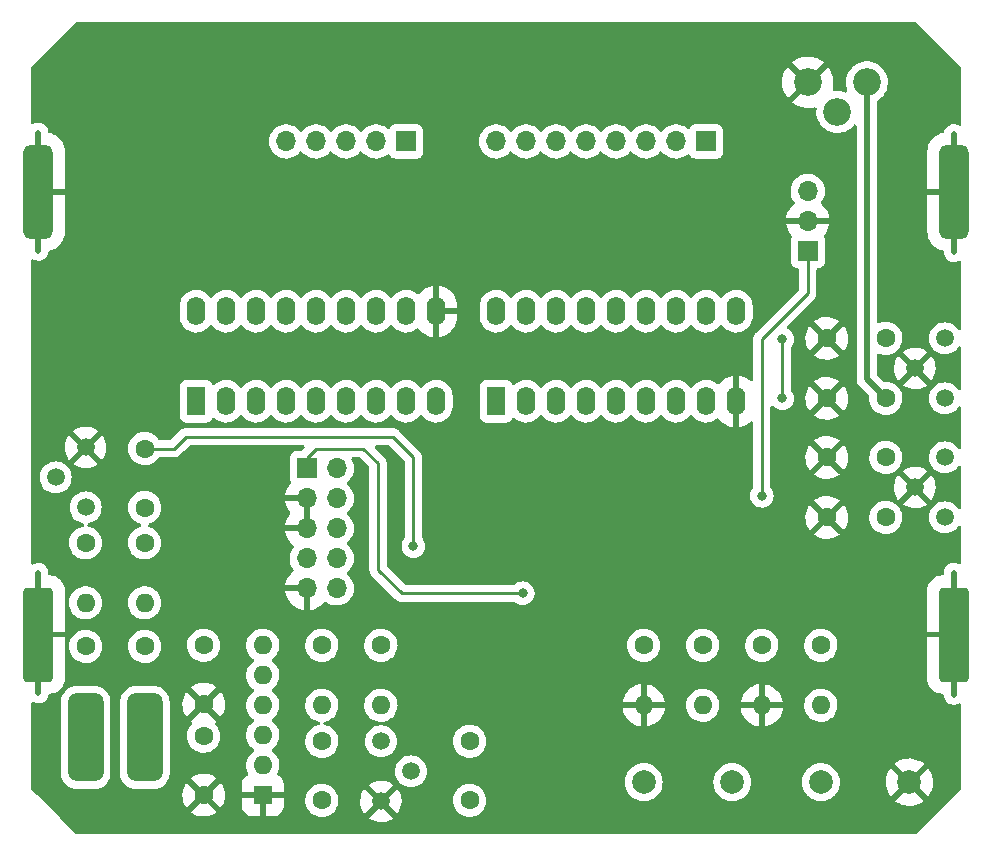
<source format=gbl>
G04 #@! TF.GenerationSoftware,KiCad,Pcbnew,(6.0.10)*
G04 #@! TF.CreationDate,2023-06-17T10:05:04+02:00*
G04 #@! TF.ProjectId,Zaehler-Modul,5a616568-6c65-4722-9d4d-6f64756c2e6b,rev?*
G04 #@! TF.SameCoordinates,Original*
G04 #@! TF.FileFunction,Copper,L2,Bot*
G04 #@! TF.FilePolarity,Positive*
%FSLAX46Y46*%
G04 Gerber Fmt 4.6, Leading zero omitted, Abs format (unit mm)*
G04 Created by KiCad (PCBNEW (6.0.10)) date 2023-06-17 10:05:04*
%MOMM*%
%LPD*%
G01*
G04 APERTURE LIST*
G04 Aperture macros list*
%AMRoundRect*
0 Rectangle with rounded corners*
0 $1 Rounding radius*
0 $2 $3 $4 $5 $6 $7 $8 $9 X,Y pos of 4 corners*
0 Add a 4 corners polygon primitive as box body*
4,1,4,$2,$3,$4,$5,$6,$7,$8,$9,$2,$3,0*
0 Add four circle primitives for the rounded corners*
1,1,$1+$1,$2,$3*
1,1,$1+$1,$4,$5*
1,1,$1+$1,$6,$7*
1,1,$1+$1,$8,$9*
0 Add four rect primitives between the rounded corners*
20,1,$1+$1,$2,$3,$4,$5,0*
20,1,$1+$1,$4,$5,$6,$7,0*
20,1,$1+$1,$6,$7,$8,$9,0*
20,1,$1+$1,$8,$9,$2,$3,0*%
G04 Aperture macros list end*
G04 #@! TA.AperFunction,NonConductor*
%ADD10C,0.500000*%
G04 #@! TD*
G04 #@! TA.AperFunction,SMDPad,CuDef*
%ADD11RoundRect,0.312500X0.937500X-3.687500X0.937500X3.687500X-0.937500X3.687500X-0.937500X-3.687500X0*%
G04 #@! TD*
G04 #@! TA.AperFunction,ComponentPad*
%ADD12C,1.600000*%
G04 #@! TD*
G04 #@! TA.AperFunction,ComponentPad*
%ADD13O,1.600000X1.600000*%
G04 #@! TD*
G04 #@! TA.AperFunction,ComponentPad*
%ADD14C,1.500000*%
G04 #@! TD*
G04 #@! TA.AperFunction,ComponentPad*
%ADD15R,1.600000X2.400000*%
G04 #@! TD*
G04 #@! TA.AperFunction,ComponentPad*
%ADD16O,1.600000X2.400000*%
G04 #@! TD*
G04 #@! TA.AperFunction,ComponentPad*
%ADD17R,1.700000X1.700000*%
G04 #@! TD*
G04 #@! TA.AperFunction,ComponentPad*
%ADD18O,1.700000X1.700000*%
G04 #@! TD*
G04 #@! TA.AperFunction,SMDPad,CuDef*
%ADD19RoundRect,0.312500X-0.937500X3.687500X-0.937500X-3.687500X0.937500X-3.687500X0.937500X3.687500X0*%
G04 #@! TD*
G04 #@! TA.AperFunction,ComponentPad*
%ADD20C,2.000000*%
G04 #@! TD*
G04 #@! TA.AperFunction,ComponentPad*
%ADD21C,2.340000*%
G04 #@! TD*
G04 #@! TA.AperFunction,ComponentPad*
%ADD22R,1.600000X1.600000*%
G04 #@! TD*
G04 #@! TA.AperFunction,SMDPad,CuDef*
%ADD23RoundRect,0.625000X0.625000X-3.375000X0.625000X3.375000X-0.625000X3.375000X-0.625000X-3.375000X0*%
G04 #@! TD*
G04 #@! TA.AperFunction,SMDPad,CuDef*
%ADD24RoundRect,0.625000X-0.625000X3.375000X-0.625000X-3.375000X0.625000X-3.375000X0.625000X3.375000X0*%
G04 #@! TD*
G04 #@! TA.AperFunction,SMDPad,CuDef*
%ADD25RoundRect,0.750000X0.750000X3.000000X-0.750000X3.000000X-0.750000X-3.000000X0.750000X-3.000000X0*%
G04 #@! TD*
G04 #@! TA.AperFunction,ViaPad*
%ADD26C,0.800000*%
G04 #@! TD*
G04 #@! TA.AperFunction,Conductor*
%ADD27C,0.250000*%
G04 #@! TD*
G04 #@! TA.AperFunction,Conductor*
%ADD28C,0.500000*%
G04 #@! TD*
G04 APERTURE END LIST*
D10*
X103750000Y-77600000D02*
X103750000Y-76100000D01*
X103750000Y-68775000D02*
X103750000Y-67275000D01*
X26250000Y-40000000D02*
X26250000Y-38500000D01*
X26250000Y-68800000D02*
X26250000Y-67300000D01*
X26250000Y-31500000D02*
X26250000Y-30000000D01*
X103775000Y-40100000D02*
X103775000Y-38600000D01*
X26250000Y-77475000D02*
X26250000Y-75975000D01*
X103775000Y-31650000D02*
X103775000Y-30150000D01*
D11*
X26250000Y-72500000D03*
D12*
X40250000Y-81100000D03*
X40250000Y-86100000D03*
X55250000Y-73410000D03*
D13*
X55250000Y-78490000D03*
D12*
X98000000Y-47420000D03*
X93000000Y-47420000D03*
D14*
X103000000Y-62580000D03*
X100460000Y-60040000D03*
X103000000Y-57500000D03*
D12*
X50250000Y-81540000D03*
X50250000Y-86540000D03*
X35250000Y-73500000D03*
X35250000Y-78500000D03*
D15*
X65000000Y-52750000D03*
D16*
X67540000Y-52750000D03*
X70080000Y-52750000D03*
X72620000Y-52750000D03*
X75160000Y-52750000D03*
X77700000Y-52750000D03*
X80240000Y-52750000D03*
X82780000Y-52750000D03*
X85320000Y-52750000D03*
X85320000Y-45130000D03*
X82780000Y-45130000D03*
X80240000Y-45130000D03*
X77700000Y-45130000D03*
X75160000Y-45130000D03*
X72620000Y-45130000D03*
X70080000Y-45130000D03*
X67540000Y-45130000D03*
X65000000Y-45130000D03*
D17*
X91390000Y-40025000D03*
D18*
X91390000Y-37485000D03*
X91390000Y-34945000D03*
D14*
X55250000Y-81540000D03*
X57790000Y-84080000D03*
X55250000Y-86620000D03*
D12*
X98000000Y-62580000D03*
X93000000Y-62580000D03*
X40250000Y-73400000D03*
X40250000Y-78400000D03*
D17*
X48975000Y-58425000D03*
D18*
X51515000Y-58425000D03*
X48975000Y-60965000D03*
X51515000Y-60965000D03*
X48975000Y-63505000D03*
X51515000Y-63505000D03*
X48975000Y-66045000D03*
X51515000Y-66045000D03*
X48975000Y-68585000D03*
X51515000Y-68585000D03*
D17*
X82780000Y-30750000D03*
D18*
X80240000Y-30750000D03*
X77700000Y-30750000D03*
X75160000Y-30750000D03*
X72620000Y-30750000D03*
X70080000Y-30750000D03*
X67540000Y-30750000D03*
X65000000Y-30750000D03*
D19*
X103750000Y-72500000D03*
D20*
X85000000Y-85000000D03*
D12*
X82500000Y-73410000D03*
D13*
X82500000Y-78490000D03*
D17*
X57380000Y-30750000D03*
D18*
X54840000Y-30750000D03*
X52300000Y-30750000D03*
X49760000Y-30750000D03*
X47220000Y-30750000D03*
D20*
X100000000Y-85000000D03*
D21*
X96390000Y-25750000D03*
X93890000Y-28250000D03*
X91390000Y-25750000D03*
D15*
X39600000Y-52750000D03*
D16*
X42140000Y-52750000D03*
X44680000Y-52750000D03*
X47220000Y-52750000D03*
X49760000Y-52750000D03*
X52300000Y-52750000D03*
X54840000Y-52750000D03*
X57380000Y-52750000D03*
X59920000Y-52750000D03*
X59920000Y-45130000D03*
X57380000Y-45130000D03*
X54840000Y-45130000D03*
X52300000Y-45130000D03*
X49760000Y-45130000D03*
X47220000Y-45130000D03*
X44680000Y-45130000D03*
X42140000Y-45130000D03*
X39600000Y-45130000D03*
D12*
X98000000Y-57500000D03*
X93000000Y-57500000D03*
X87500000Y-73410000D03*
D13*
X87500000Y-78490000D03*
D12*
X35250000Y-56750000D03*
X35250000Y-61750000D03*
X98000000Y-52500000D03*
X93000000Y-52500000D03*
X30250000Y-73500000D03*
X30250000Y-78500000D03*
X50250000Y-73410000D03*
D13*
X50250000Y-78490000D03*
D12*
X92500000Y-73410000D03*
D13*
X92500000Y-78490000D03*
D12*
X77500000Y-73410000D03*
D13*
X77500000Y-78490000D03*
D12*
X62750000Y-81540000D03*
X62750000Y-86540000D03*
X35250000Y-64735000D03*
D13*
X35250000Y-69815000D03*
D22*
X45250000Y-86100000D03*
D13*
X45250000Y-83560000D03*
X45250000Y-81020000D03*
X45250000Y-78480000D03*
X45250000Y-75940000D03*
X45250000Y-73400000D03*
D20*
X77500000Y-85000000D03*
X92500000Y-85000000D03*
D12*
X30250000Y-64735000D03*
D13*
X30250000Y-69815000D03*
D14*
X103000000Y-52500000D03*
X100460000Y-49960000D03*
X103000000Y-47420000D03*
X30250000Y-61735000D03*
X27710000Y-59195000D03*
X30250000Y-56655000D03*
D23*
X103775000Y-35000000D03*
D24*
X26250000Y-35000000D03*
D25*
X35250000Y-81210000D03*
X30250000Y-81210000D03*
D26*
X75900000Y-70900000D03*
X67250000Y-67500000D03*
X77000000Y-65500000D03*
X89250000Y-52500000D03*
X89250000Y-47500000D03*
X67250000Y-69000000D03*
X58000000Y-65000000D03*
X87500000Y-60750000D03*
D27*
X89250000Y-47500000D02*
X89250000Y-52500000D01*
D28*
X96390000Y-50890000D02*
X98000000Y-52500000D01*
D27*
X57000000Y-69000000D02*
X67250000Y-69000000D01*
X49750000Y-56750000D02*
X53750000Y-56750000D01*
D28*
X96390000Y-25750000D02*
X96390000Y-50890000D01*
D27*
X55000000Y-67000000D02*
X57000000Y-69000000D01*
X48975000Y-58425000D02*
X48975000Y-57525000D01*
X55000000Y-58000000D02*
X55000000Y-67000000D01*
X53750000Y-56750000D02*
X55000000Y-58000000D01*
X48975000Y-57525000D02*
X49750000Y-56750000D01*
X58000000Y-65000000D02*
X58000000Y-57500000D01*
X37750000Y-56750000D02*
X35250000Y-56750000D01*
X58000000Y-57500000D02*
X56250000Y-55750000D01*
X38750000Y-55750000D02*
X37750000Y-56750000D01*
X56250000Y-55750000D02*
X38750000Y-55750000D01*
X91390000Y-43610000D02*
X87500000Y-47500000D01*
X87500000Y-47500000D02*
X87500000Y-60750000D01*
X91390000Y-40025000D02*
X91390000Y-43610000D01*
G04 #@! TA.AperFunction,Conductor*
G36*
X100514047Y-20620462D02*
G01*
X100544906Y-20644141D01*
X104355859Y-24455094D01*
X104394423Y-24521889D01*
X104399500Y-24560453D01*
X104399500Y-29266131D01*
X104379538Y-29340631D01*
X104325000Y-29395169D01*
X104250500Y-29415131D01*
X104181502Y-29397929D01*
X104176640Y-29394625D01*
X104005065Y-29326000D01*
X103822756Y-29295819D01*
X103814699Y-29296241D01*
X103814694Y-29296241D01*
X103703649Y-29302061D01*
X103638219Y-29305490D01*
X103460064Y-29354562D01*
X103452928Y-29358324D01*
X103452924Y-29358326D01*
X103369223Y-29402457D01*
X103296602Y-29440746D01*
X103155460Y-29560020D01*
X103150560Y-29566429D01*
X103150559Y-29566430D01*
X103120166Y-29606183D01*
X103043223Y-29706820D01*
X102965127Y-29874297D01*
X102963369Y-29882162D01*
X102963368Y-29882165D01*
X102956130Y-29914548D01*
X102920397Y-29982899D01*
X102855276Y-30024227D01*
X102845502Y-30026928D01*
X102651984Y-30073388D01*
X102640890Y-30076993D01*
X102415396Y-30170395D01*
X102404986Y-30175700D01*
X102196887Y-30303223D01*
X102187448Y-30310080D01*
X102001846Y-30468599D01*
X101993599Y-30476846D01*
X101835080Y-30662448D01*
X101828223Y-30671887D01*
X101700700Y-30879986D01*
X101695395Y-30890396D01*
X101601993Y-31115890D01*
X101598388Y-31126984D01*
X101541408Y-31364321D01*
X101539584Y-31375837D01*
X101525229Y-31558246D01*
X101525000Y-31564067D01*
X101525000Y-34730384D01*
X101529145Y-34745855D01*
X101544616Y-34750000D01*
X103250500Y-34750000D01*
X103325000Y-34769962D01*
X103379538Y-34824500D01*
X103399500Y-34899000D01*
X103399500Y-35101000D01*
X103379538Y-35175500D01*
X103325000Y-35230038D01*
X103250500Y-35250000D01*
X101544616Y-35250000D01*
X101529145Y-35254145D01*
X101525000Y-35269616D01*
X101525000Y-38435933D01*
X101525229Y-38441754D01*
X101539584Y-38624163D01*
X101541408Y-38635679D01*
X101598388Y-38873016D01*
X101601993Y-38884110D01*
X101695395Y-39109604D01*
X101700700Y-39120014D01*
X101828223Y-39328113D01*
X101835080Y-39337552D01*
X101993599Y-39523154D01*
X102001846Y-39531401D01*
X102187448Y-39689920D01*
X102196887Y-39696777D01*
X102404986Y-39824300D01*
X102415396Y-39829605D01*
X102640890Y-39923007D01*
X102651986Y-39926613D01*
X102810283Y-39964616D01*
X102878065Y-40001418D01*
X102918364Y-40067180D01*
X102924500Y-40109499D01*
X102924500Y-40146164D01*
X102939442Y-40283709D01*
X102998383Y-40458848D01*
X103093557Y-40617244D01*
X103220524Y-40751507D01*
X103373360Y-40855375D01*
X103380848Y-40858370D01*
X103380850Y-40858371D01*
X103459119Y-40889676D01*
X103544935Y-40924000D01*
X103727244Y-40954181D01*
X103735301Y-40953759D01*
X103735306Y-40953759D01*
X103849103Y-40947795D01*
X103911781Y-40944510D01*
X104089936Y-40895438D01*
X104097072Y-40891676D01*
X104097076Y-40891674D01*
X104181008Y-40847421D01*
X104256220Y-40830333D01*
X104329898Y-40853140D01*
X104382302Y-40909731D01*
X104399500Y-40979223D01*
X104399500Y-46591600D01*
X104379538Y-46666100D01*
X104325000Y-46720638D01*
X104250500Y-46740600D01*
X104176000Y-46720638D01*
X104128446Y-46677063D01*
X104117580Y-46661545D01*
X104038495Y-46548599D01*
X103871401Y-46381505D01*
X103677830Y-46245965D01*
X103463663Y-46146097D01*
X103426559Y-46136155D01*
X103241687Y-46086619D01*
X103241682Y-46086618D01*
X103235408Y-46084937D01*
X103228937Y-46084371D01*
X103228932Y-46084370D01*
X103006481Y-46064908D01*
X103000000Y-46064341D01*
X102993519Y-46064908D01*
X102771068Y-46084370D01*
X102771063Y-46084371D01*
X102764592Y-46084937D01*
X102758318Y-46086618D01*
X102758313Y-46086619D01*
X102679082Y-46107849D01*
X102536337Y-46146097D01*
X102322171Y-46245965D01*
X102128599Y-46381505D01*
X101961505Y-46548599D01*
X101825965Y-46742171D01*
X101726097Y-46956337D01*
X101693302Y-47078730D01*
X101671870Y-47158719D01*
X101664937Y-47184592D01*
X101664371Y-47191063D01*
X101664370Y-47191068D01*
X101653971Y-47309931D01*
X101644341Y-47420000D01*
X101644908Y-47426481D01*
X101651706Y-47504176D01*
X101664937Y-47655408D01*
X101666618Y-47661682D01*
X101666619Y-47661687D01*
X101682976Y-47722732D01*
X101726097Y-47883663D01*
X101825965Y-48097829D01*
X101961505Y-48291401D01*
X102128599Y-48458495D01*
X102322170Y-48594035D01*
X102536337Y-48693903D01*
X102542618Y-48695586D01*
X102758313Y-48753381D01*
X102758318Y-48753382D01*
X102764592Y-48755063D01*
X102771063Y-48755629D01*
X102771068Y-48755630D01*
X102993519Y-48775092D01*
X103000000Y-48775659D01*
X103006481Y-48775092D01*
X103228932Y-48755630D01*
X103228937Y-48755629D01*
X103235408Y-48755063D01*
X103241682Y-48753382D01*
X103241687Y-48753381D01*
X103457382Y-48695586D01*
X103463663Y-48693903D01*
X103677830Y-48594035D01*
X103871401Y-48458495D01*
X104038495Y-48291401D01*
X104128446Y-48162937D01*
X104187530Y-48113360D01*
X104263486Y-48099967D01*
X104335963Y-48126346D01*
X104385540Y-48185430D01*
X104399500Y-48248400D01*
X104399500Y-51671600D01*
X104379538Y-51746100D01*
X104325000Y-51800638D01*
X104250500Y-51820600D01*
X104176000Y-51800638D01*
X104128446Y-51757063D01*
X104120770Y-51746100D01*
X104038495Y-51628599D01*
X103871401Y-51461505D01*
X103677830Y-51325965D01*
X103463663Y-51226097D01*
X103445219Y-51221155D01*
X103241687Y-51166619D01*
X103241682Y-51166618D01*
X103235408Y-51164937D01*
X103228937Y-51164371D01*
X103228932Y-51164370D01*
X103006481Y-51144908D01*
X103000000Y-51144341D01*
X102993519Y-51144908D01*
X102771068Y-51164370D01*
X102771063Y-51164371D01*
X102764592Y-51164937D01*
X102758318Y-51166618D01*
X102758313Y-51166619D01*
X102658730Y-51193302D01*
X102536337Y-51226097D01*
X102322171Y-51325965D01*
X102128599Y-51461505D01*
X101961505Y-51628599D01*
X101825965Y-51822171D01*
X101726097Y-52036337D01*
X101693302Y-52158730D01*
X101671870Y-52238719D01*
X101664937Y-52264592D01*
X101664371Y-52271063D01*
X101664370Y-52271068D01*
X101648957Y-52447243D01*
X101644341Y-52500000D01*
X101644908Y-52506481D01*
X101660919Y-52689479D01*
X101664937Y-52735408D01*
X101666618Y-52741682D01*
X101666619Y-52741687D01*
X101683001Y-52802825D01*
X101726097Y-52963663D01*
X101825965Y-53177829D01*
X101961505Y-53371401D01*
X102128599Y-53538495D01*
X102322170Y-53674035D01*
X102536337Y-53773903D01*
X102542618Y-53775586D01*
X102758313Y-53833381D01*
X102758318Y-53833382D01*
X102764592Y-53835063D01*
X102771063Y-53835629D01*
X102771068Y-53835630D01*
X102993519Y-53855092D01*
X103000000Y-53855659D01*
X103006481Y-53855092D01*
X103228932Y-53835630D01*
X103228937Y-53835629D01*
X103235408Y-53835063D01*
X103241682Y-53833382D01*
X103241687Y-53833381D01*
X103457382Y-53775586D01*
X103463663Y-53773903D01*
X103677830Y-53674035D01*
X103871401Y-53538495D01*
X104038495Y-53371401D01*
X104128446Y-53242937D01*
X104187530Y-53193360D01*
X104263486Y-53179967D01*
X104335963Y-53206346D01*
X104385540Y-53265430D01*
X104399500Y-53328400D01*
X104399500Y-56671600D01*
X104379538Y-56746100D01*
X104325000Y-56800638D01*
X104250500Y-56820600D01*
X104176000Y-56800638D01*
X104128446Y-56757063D01*
X104109398Y-56729859D01*
X104038495Y-56628599D01*
X103871401Y-56461505D01*
X103677830Y-56325965D01*
X103463663Y-56226097D01*
X103426559Y-56216155D01*
X103241687Y-56166619D01*
X103241682Y-56166618D01*
X103235408Y-56164937D01*
X103228937Y-56164371D01*
X103228932Y-56164370D01*
X103006481Y-56144908D01*
X103000000Y-56144341D01*
X102993519Y-56144908D01*
X102771068Y-56164370D01*
X102771063Y-56164371D01*
X102764592Y-56164937D01*
X102758318Y-56166618D01*
X102758313Y-56166619D01*
X102658730Y-56193302D01*
X102536337Y-56226097D01*
X102322171Y-56325965D01*
X102128599Y-56461505D01*
X101961505Y-56628599D01*
X101825965Y-56822171D01*
X101726097Y-57036337D01*
X101698114Y-57140772D01*
X101666996Y-57256908D01*
X101664937Y-57264592D01*
X101664371Y-57271063D01*
X101664370Y-57271068D01*
X101646442Y-57475990D01*
X101644341Y-57500000D01*
X101644908Y-57506481D01*
X101662204Y-57704166D01*
X101664937Y-57735408D01*
X101666618Y-57741682D01*
X101666619Y-57741687D01*
X101692785Y-57839341D01*
X101726097Y-57963663D01*
X101825965Y-58177829D01*
X101961505Y-58371401D01*
X102128599Y-58538495D01*
X102322170Y-58674035D01*
X102536337Y-58773903D01*
X102542618Y-58775586D01*
X102758313Y-58833381D01*
X102758318Y-58833382D01*
X102764592Y-58835063D01*
X102771063Y-58835629D01*
X102771068Y-58835630D01*
X102993519Y-58855092D01*
X103000000Y-58855659D01*
X103006481Y-58855092D01*
X103228932Y-58835630D01*
X103228937Y-58835629D01*
X103235408Y-58835063D01*
X103241682Y-58833382D01*
X103241687Y-58833381D01*
X103457382Y-58775586D01*
X103463663Y-58773903D01*
X103677830Y-58674035D01*
X103871401Y-58538495D01*
X104038495Y-58371401D01*
X104128446Y-58242937D01*
X104187530Y-58193360D01*
X104263486Y-58179967D01*
X104335963Y-58206346D01*
X104385540Y-58265430D01*
X104399500Y-58328400D01*
X104399500Y-61751600D01*
X104379538Y-61826100D01*
X104325000Y-61880638D01*
X104250500Y-61900600D01*
X104176000Y-61880638D01*
X104128446Y-61837063D01*
X104118306Y-61822581D01*
X104038495Y-61708599D01*
X103871401Y-61541505D01*
X103677830Y-61405965D01*
X103463663Y-61306097D01*
X103445219Y-61301155D01*
X103241687Y-61246619D01*
X103241682Y-61246618D01*
X103235408Y-61244937D01*
X103228937Y-61244371D01*
X103228932Y-61244370D01*
X103006481Y-61224908D01*
X103000000Y-61224341D01*
X102993519Y-61224908D01*
X102771068Y-61244370D01*
X102771063Y-61244371D01*
X102764592Y-61244937D01*
X102758318Y-61246618D01*
X102758313Y-61246619D01*
X102668662Y-61270641D01*
X102536337Y-61306097D01*
X102322171Y-61405965D01*
X102128599Y-61541505D01*
X101961505Y-61708599D01*
X101825965Y-61902171D01*
X101726097Y-62116337D01*
X101694307Y-62234982D01*
X101671870Y-62318719D01*
X101664937Y-62344592D01*
X101664371Y-62351063D01*
X101664370Y-62351068D01*
X101648957Y-62527243D01*
X101644341Y-62580000D01*
X101644908Y-62586481D01*
X101660919Y-62769479D01*
X101664937Y-62815408D01*
X101666618Y-62821682D01*
X101666619Y-62821687D01*
X101683001Y-62882825D01*
X101726097Y-63043663D01*
X101825965Y-63257829D01*
X101961505Y-63451401D01*
X102128599Y-63618495D01*
X102322170Y-63754035D01*
X102536337Y-63853903D01*
X102542618Y-63855586D01*
X102758313Y-63913381D01*
X102758318Y-63913382D01*
X102764592Y-63915063D01*
X102771063Y-63915629D01*
X102771068Y-63915630D01*
X102993519Y-63935092D01*
X103000000Y-63935659D01*
X103006481Y-63935092D01*
X103228932Y-63915630D01*
X103228937Y-63915629D01*
X103235408Y-63915063D01*
X103241682Y-63913382D01*
X103241687Y-63913381D01*
X103457382Y-63855586D01*
X103463663Y-63853903D01*
X103677830Y-63754035D01*
X103871401Y-63618495D01*
X104038495Y-63451401D01*
X104128446Y-63322937D01*
X104187530Y-63273360D01*
X104263486Y-63259967D01*
X104335963Y-63286346D01*
X104385540Y-63345430D01*
X104399500Y-63408400D01*
X104399500Y-66406658D01*
X104379538Y-66481158D01*
X104325000Y-66535696D01*
X104250500Y-66555658D01*
X104176000Y-66535696D01*
X104166750Y-66529893D01*
X104158315Y-66524161D01*
X104158313Y-66524160D01*
X104151640Y-66519625D01*
X104144152Y-66516630D01*
X104144150Y-66516629D01*
X104046117Y-66477419D01*
X103980065Y-66451000D01*
X103797756Y-66420819D01*
X103789699Y-66421241D01*
X103789694Y-66421241D01*
X103675897Y-66427205D01*
X103613219Y-66430490D01*
X103435064Y-66479562D01*
X103427928Y-66483324D01*
X103427924Y-66483326D01*
X103317344Y-66541629D01*
X103271602Y-66565746D01*
X103130460Y-66685020D01*
X103125560Y-66691429D01*
X103125559Y-66691430D01*
X103114075Y-66706451D01*
X103018223Y-66831820D01*
X102940127Y-66999297D01*
X102938369Y-67007162D01*
X102938368Y-67007165D01*
X102924582Y-67068842D01*
X102899817Y-67179637D01*
X102899500Y-67185307D01*
X102899500Y-67351205D01*
X102879538Y-67425705D01*
X102825000Y-67480243D01*
X102756996Y-67500063D01*
X102751956Y-67500283D01*
X102590192Y-67514435D01*
X102577438Y-67516684D01*
X102368165Y-67572759D01*
X102355991Y-67577190D01*
X102159643Y-67668748D01*
X102148412Y-67675232D01*
X101970944Y-67799497D01*
X101961020Y-67807824D01*
X101807824Y-67961020D01*
X101799497Y-67970944D01*
X101675232Y-68148412D01*
X101668748Y-68159643D01*
X101577190Y-68355991D01*
X101572759Y-68368165D01*
X101516684Y-68577438D01*
X101514435Y-68590192D01*
X101500283Y-68751954D01*
X101500000Y-68758438D01*
X101500000Y-72230384D01*
X101504145Y-72245855D01*
X101519616Y-72250000D01*
X103250500Y-72250000D01*
X103325000Y-72269962D01*
X103379538Y-72324500D01*
X103399500Y-72399000D01*
X103399500Y-72601000D01*
X103379538Y-72675500D01*
X103325000Y-72730038D01*
X103250500Y-72750000D01*
X101519616Y-72750000D01*
X101504145Y-72754145D01*
X101500000Y-72769616D01*
X101500000Y-76241562D01*
X101500283Y-76248046D01*
X101514435Y-76409808D01*
X101516684Y-76422562D01*
X101572759Y-76631835D01*
X101577190Y-76644009D01*
X101668748Y-76840357D01*
X101675232Y-76851588D01*
X101799497Y-77029056D01*
X101807824Y-77038980D01*
X101961020Y-77192176D01*
X101970944Y-77200503D01*
X102148412Y-77324768D01*
X102159643Y-77331252D01*
X102355991Y-77422810D01*
X102368165Y-77427241D01*
X102577438Y-77483316D01*
X102590192Y-77485565D01*
X102751936Y-77499715D01*
X102757134Y-77499942D01*
X102830694Y-77523131D01*
X102882804Y-77579993D01*
X102899425Y-77640751D01*
X102899500Y-77642137D01*
X102899500Y-77646164D01*
X102899934Y-77650158D01*
X102899934Y-77650160D01*
X102906229Y-77708105D01*
X102914442Y-77783709D01*
X102973383Y-77958848D01*
X102977538Y-77965764D01*
X102977539Y-77965765D01*
X102994956Y-77994752D01*
X103068557Y-78117244D01*
X103074103Y-78123109D01*
X103074104Y-78123110D01*
X103100284Y-78150794D01*
X103195524Y-78251507D01*
X103348360Y-78355375D01*
X103355848Y-78358370D01*
X103355850Y-78358371D01*
X103425251Y-78386129D01*
X103519935Y-78424000D01*
X103702244Y-78454181D01*
X103710301Y-78453759D01*
X103710306Y-78453759D01*
X103824103Y-78447795D01*
X103886781Y-78444510D01*
X104064936Y-78395438D01*
X104072072Y-78391676D01*
X104072076Y-78391674D01*
X104181008Y-78334240D01*
X104256220Y-78317152D01*
X104329898Y-78339959D01*
X104382302Y-78396550D01*
X104399500Y-78466042D01*
X104399500Y-85439547D01*
X104379538Y-85514047D01*
X104355859Y-85544906D01*
X100544906Y-89355859D01*
X100478111Y-89394423D01*
X100439547Y-89399500D01*
X29560453Y-89399500D01*
X29485953Y-89379538D01*
X29455094Y-89355859D01*
X28120870Y-88021635D01*
X54207782Y-88021635D01*
X54212085Y-88029089D01*
X54315577Y-88104973D01*
X54324941Y-88110824D01*
X54545328Y-88226775D01*
X54555462Y-88231181D01*
X54790571Y-88313285D01*
X54801235Y-88316142D01*
X55045909Y-88362595D01*
X55056862Y-88363843D01*
X55305720Y-88373621D01*
X55316743Y-88373236D01*
X55564303Y-88346124D01*
X55575155Y-88344113D01*
X55816000Y-88280703D01*
X55826418Y-88277116D01*
X56055245Y-88178805D01*
X56065032Y-88173710D01*
X56276809Y-88042658D01*
X56285388Y-88036425D01*
X56294451Y-88023361D01*
X56289670Y-88013224D01*
X55263871Y-86987424D01*
X55250000Y-86979416D01*
X55236129Y-86987424D01*
X54215790Y-88007764D01*
X54207782Y-88021635D01*
X28120870Y-88021635D01*
X27636643Y-87537408D01*
X39172008Y-87537408D01*
X39176311Y-87544862D01*
X39289009Y-87627496D01*
X39298365Y-87633342D01*
X39525342Y-87752761D01*
X39535465Y-87757162D01*
X39777593Y-87841717D01*
X39788257Y-87844574D01*
X40040232Y-87892413D01*
X40051187Y-87893661D01*
X40307470Y-87903730D01*
X40318493Y-87903345D01*
X40573441Y-87875424D01*
X40584293Y-87873413D01*
X40832324Y-87808111D01*
X40842742Y-87804524D01*
X41078401Y-87703277D01*
X41088175Y-87698189D01*
X41306289Y-87563217D01*
X41315192Y-87556749D01*
X41320802Y-87552000D01*
X41329931Y-87538840D01*
X41325151Y-87528704D01*
X40263871Y-86467424D01*
X40250000Y-86459416D01*
X40236129Y-86467424D01*
X39180016Y-87523537D01*
X39172008Y-87537408D01*
X27636643Y-87537408D01*
X26157512Y-86058277D01*
X38445838Y-86058277D01*
X38458142Y-86314450D01*
X38459488Y-86325408D01*
X38509523Y-86576955D01*
X38512470Y-86587582D01*
X38599142Y-86828982D01*
X38603620Y-86839040D01*
X38725024Y-87064984D01*
X38730945Y-87074278D01*
X38800958Y-87168037D01*
X38813535Y-87177951D01*
X38821788Y-87174659D01*
X39882576Y-86113871D01*
X39890584Y-86100000D01*
X40609416Y-86100000D01*
X40617424Y-86113871D01*
X41676901Y-87173348D01*
X41690772Y-87181356D01*
X41697112Y-87177696D01*
X41833316Y-86965942D01*
X41838575Y-86956257D01*
X41839379Y-86954473D01*
X43450001Y-86954473D01*
X43450295Y-86961080D01*
X43460098Y-87070928D01*
X43462685Y-87084820D01*
X43514644Y-87266022D01*
X43520226Y-87279978D01*
X43607348Y-87446626D01*
X43615621Y-87459173D01*
X43734475Y-87604902D01*
X43745098Y-87615525D01*
X43890827Y-87734379D01*
X43903374Y-87742652D01*
X44070022Y-87829774D01*
X44083978Y-87835356D01*
X44265189Y-87887317D01*
X44279063Y-87889901D01*
X44388920Y-87899706D01*
X44395526Y-87900000D01*
X44980384Y-87900000D01*
X44995855Y-87895855D01*
X45000000Y-87880384D01*
X45000000Y-87880383D01*
X45500000Y-87880383D01*
X45504145Y-87895854D01*
X45519616Y-87899999D01*
X46104473Y-87899999D01*
X46111080Y-87899705D01*
X46220928Y-87889902D01*
X46234820Y-87887315D01*
X46416022Y-87835356D01*
X46429978Y-87829774D01*
X46596626Y-87742652D01*
X46609173Y-87734379D01*
X46754902Y-87615525D01*
X46765525Y-87604902D01*
X46884379Y-87459173D01*
X46892652Y-87446626D01*
X46979774Y-87279978D01*
X46985356Y-87266022D01*
X47037317Y-87084811D01*
X47039901Y-87070937D01*
X47049706Y-86961080D01*
X47050000Y-86954474D01*
X47050000Y-86505665D01*
X48845119Y-86505665D01*
X48849945Y-86589360D01*
X48857616Y-86722392D01*
X48858376Y-86735580D01*
X48909006Y-86960242D01*
X48995649Y-87173618D01*
X48998843Y-87178830D01*
X48998845Y-87178834D01*
X49112777Y-87364753D01*
X49115979Y-87369978D01*
X49119987Y-87374605D01*
X49119990Y-87374609D01*
X49262753Y-87539419D01*
X49266763Y-87544048D01*
X49354538Y-87616920D01*
X49408647Y-87661842D01*
X49443953Y-87691154D01*
X49449222Y-87694233D01*
X49449225Y-87694235D01*
X49637510Y-87804260D01*
X49637514Y-87804262D01*
X49642790Y-87807345D01*
X49648507Y-87809528D01*
X49852219Y-87887319D01*
X49852223Y-87887320D01*
X49857934Y-87889501D01*
X50083607Y-87935414D01*
X50136320Y-87937347D01*
X50307632Y-87943629D01*
X50307636Y-87943629D01*
X50313749Y-87943853D01*
X50319822Y-87943075D01*
X50319823Y-87943075D01*
X50389143Y-87934195D01*
X50542178Y-87914591D01*
X50579663Y-87903345D01*
X50756909Y-87850169D01*
X50756912Y-87850168D01*
X50762761Y-87848413D01*
X50969574Y-87747096D01*
X50974549Y-87743547D01*
X50974553Y-87743545D01*
X51152075Y-87616920D01*
X51157062Y-87613363D01*
X51320190Y-87450803D01*
X51374941Y-87374609D01*
X51451009Y-87268749D01*
X51451011Y-87268745D01*
X51454577Y-87263783D01*
X51556615Y-87057325D01*
X51575146Y-86996334D01*
X51621786Y-86842825D01*
X51621787Y-86842821D01*
X51623563Y-86836975D01*
X51653622Y-86608649D01*
X51654094Y-86589360D01*
X51654333Y-86579590D01*
X53495960Y-86579590D01*
X53507908Y-86828338D01*
X53509254Y-86839298D01*
X53557839Y-87083555D01*
X53560786Y-87094182D01*
X53644945Y-87328583D01*
X53649429Y-87338654D01*
X53767311Y-87558044D01*
X53773233Y-87567339D01*
X53836683Y-87652308D01*
X53849261Y-87662224D01*
X53857515Y-87658931D01*
X54882576Y-86633871D01*
X54890584Y-86620000D01*
X55609416Y-86620000D01*
X55617424Y-86633871D01*
X56640851Y-87657297D01*
X56654722Y-87665305D01*
X56660721Y-87661842D01*
X56789249Y-87462022D01*
X56794516Y-87452320D01*
X56896802Y-87225255D01*
X56900572Y-87214898D01*
X56968176Y-86975193D01*
X56970375Y-86964388D01*
X57002031Y-86715550D01*
X57002600Y-86708109D01*
X57004809Y-86623738D01*
X57004630Y-86616268D01*
X56996411Y-86505665D01*
X61345119Y-86505665D01*
X61349945Y-86589360D01*
X61357616Y-86722392D01*
X61358376Y-86735580D01*
X61409006Y-86960242D01*
X61495649Y-87173618D01*
X61498843Y-87178830D01*
X61498845Y-87178834D01*
X61612777Y-87364753D01*
X61615979Y-87369978D01*
X61619987Y-87374605D01*
X61619990Y-87374609D01*
X61762753Y-87539419D01*
X61766763Y-87544048D01*
X61854538Y-87616920D01*
X61908647Y-87661842D01*
X61943953Y-87691154D01*
X61949222Y-87694233D01*
X61949225Y-87694235D01*
X62137510Y-87804260D01*
X62137514Y-87804262D01*
X62142790Y-87807345D01*
X62148507Y-87809528D01*
X62352219Y-87887319D01*
X62352223Y-87887320D01*
X62357934Y-87889501D01*
X62583607Y-87935414D01*
X62636320Y-87937347D01*
X62807632Y-87943629D01*
X62807636Y-87943629D01*
X62813749Y-87943853D01*
X62819822Y-87943075D01*
X62819823Y-87943075D01*
X62889143Y-87934195D01*
X63042178Y-87914591D01*
X63079663Y-87903345D01*
X63256909Y-87850169D01*
X63256912Y-87850168D01*
X63262761Y-87848413D01*
X63469574Y-87747096D01*
X63474549Y-87743547D01*
X63474553Y-87743545D01*
X63652075Y-87616920D01*
X63657062Y-87613363D01*
X63820190Y-87450803D01*
X63874941Y-87374609D01*
X63951009Y-87268749D01*
X63951011Y-87268745D01*
X63954577Y-87263783D01*
X64056615Y-87057325D01*
X64075146Y-86996334D01*
X64121786Y-86842825D01*
X64121787Y-86842821D01*
X64123563Y-86836975D01*
X64153622Y-86608649D01*
X64154094Y-86589360D01*
X64155203Y-86543957D01*
X64155300Y-86540000D01*
X64141292Y-86369616D01*
X64136931Y-86316567D01*
X64136930Y-86316562D01*
X64136430Y-86310478D01*
X64134942Y-86304553D01*
X64081816Y-86093050D01*
X64081814Y-86093045D01*
X64080326Y-86087120D01*
X63988496Y-85875924D01*
X63863405Y-85682563D01*
X63708412Y-85512229D01*
X63527681Y-85369496D01*
X63522328Y-85366541D01*
X63522325Y-85366539D01*
X63426873Y-85313847D01*
X63326065Y-85258198D01*
X63176565Y-85205257D01*
X63114748Y-85183366D01*
X63114745Y-85183365D01*
X63108978Y-85181323D01*
X63102957Y-85180250D01*
X63102955Y-85180250D01*
X62888274Y-85142010D01*
X62882250Y-85140937D01*
X62876136Y-85140862D01*
X62876133Y-85140862D01*
X62783007Y-85139724D01*
X62651971Y-85138123D01*
X62645932Y-85139047D01*
X62645933Y-85139047D01*
X62430362Y-85172034D01*
X62430360Y-85172035D01*
X62424325Y-85172958D01*
X62205424Y-85244506D01*
X62200009Y-85247325D01*
X62006569Y-85348023D01*
X62006564Y-85348026D01*
X62001149Y-85350845D01*
X61996260Y-85354516D01*
X61996258Y-85354517D01*
X61821878Y-85485444D01*
X61821874Y-85485447D01*
X61816984Y-85489119D01*
X61657877Y-85655616D01*
X61528099Y-85845863D01*
X61525529Y-85851400D01*
X61525526Y-85851405D01*
X61487453Y-85933427D01*
X61431136Y-86054752D01*
X61369592Y-86276673D01*
X61368942Y-86282756D01*
X61349445Y-86465189D01*
X61345119Y-86505665D01*
X56996411Y-86505665D01*
X56986041Y-86366130D01*
X56984409Y-86355210D01*
X56929447Y-86112309D01*
X56926221Y-86101759D01*
X56835959Y-85869651D01*
X56831208Y-85859691D01*
X56707625Y-85643464D01*
X56701465Y-85634331D01*
X56664130Y-85586972D01*
X56651297Y-85577390D01*
X56642298Y-85581256D01*
X55617424Y-86606129D01*
X55609416Y-86620000D01*
X54890584Y-86620000D01*
X54882576Y-86606129D01*
X53860630Y-85584184D01*
X53846759Y-85576176D01*
X53837379Y-85581591D01*
X53824838Y-85596670D01*
X53818435Y-85605647D01*
X53689235Y-85818560D01*
X53684227Y-85828389D01*
X53587918Y-86058061D01*
X53584418Y-86068521D01*
X53523115Y-86309904D01*
X53521200Y-86320766D01*
X53496248Y-86568556D01*
X53495960Y-86579590D01*
X51654333Y-86579590D01*
X51655203Y-86543957D01*
X51655300Y-86540000D01*
X51641292Y-86369616D01*
X51636931Y-86316567D01*
X51636930Y-86316562D01*
X51636430Y-86310478D01*
X51634942Y-86304553D01*
X51581816Y-86093050D01*
X51581814Y-86093045D01*
X51580326Y-86087120D01*
X51488496Y-85875924D01*
X51363405Y-85682563D01*
X51208412Y-85512229D01*
X51027681Y-85369496D01*
X51022328Y-85366541D01*
X51022325Y-85366539D01*
X50926873Y-85313847D01*
X50826065Y-85258198D01*
X50710305Y-85217205D01*
X54205306Y-85217205D01*
X54207542Y-85223988D01*
X55236129Y-86252576D01*
X55250000Y-86260584D01*
X55263871Y-86252576D01*
X56284950Y-85231496D01*
X56292958Y-85217625D01*
X56289042Y-85210841D01*
X56145230Y-85111075D01*
X56135723Y-85105475D01*
X55912357Y-84995324D01*
X55902137Y-84991194D01*
X55664939Y-84915266D01*
X55654215Y-84912692D01*
X55408415Y-84872661D01*
X55397416Y-84871699D01*
X55148393Y-84868438D01*
X55137389Y-84869111D01*
X54890610Y-84902697D01*
X54879825Y-84904989D01*
X54640740Y-84974676D01*
X54630387Y-84978547D01*
X54404223Y-85082810D01*
X54394588Y-85088151D01*
X54215970Y-85205257D01*
X54205306Y-85217205D01*
X50710305Y-85217205D01*
X50676565Y-85205257D01*
X50614748Y-85183366D01*
X50614745Y-85183365D01*
X50608978Y-85181323D01*
X50602957Y-85180250D01*
X50602955Y-85180250D01*
X50388274Y-85142010D01*
X50382250Y-85140937D01*
X50376136Y-85140862D01*
X50376133Y-85140862D01*
X50283007Y-85139724D01*
X50151971Y-85138123D01*
X50145932Y-85139047D01*
X50145933Y-85139047D01*
X49930362Y-85172034D01*
X49930360Y-85172035D01*
X49924325Y-85172958D01*
X49705424Y-85244506D01*
X49700009Y-85247325D01*
X49506569Y-85348023D01*
X49506564Y-85348026D01*
X49501149Y-85350845D01*
X49496260Y-85354516D01*
X49496258Y-85354517D01*
X49321878Y-85485444D01*
X49321874Y-85485447D01*
X49316984Y-85489119D01*
X49157877Y-85655616D01*
X49028099Y-85845863D01*
X49025529Y-85851400D01*
X49025526Y-85851405D01*
X48987453Y-85933427D01*
X48931136Y-86054752D01*
X48869592Y-86276673D01*
X48868942Y-86282756D01*
X48849445Y-86465189D01*
X48845119Y-86505665D01*
X47050000Y-86505665D01*
X47050000Y-86369616D01*
X47045855Y-86354145D01*
X47030384Y-86350000D01*
X45519616Y-86350000D01*
X45504145Y-86354145D01*
X45500000Y-86369616D01*
X45500000Y-87880383D01*
X45000000Y-87880383D01*
X45000000Y-86369616D01*
X44995855Y-86354145D01*
X44980384Y-86350000D01*
X43469617Y-86350000D01*
X43454146Y-86354145D01*
X43450001Y-86369616D01*
X43450001Y-86954473D01*
X41839379Y-86954473D01*
X41943923Y-86722392D01*
X41947687Y-86712052D01*
X42017309Y-86465189D01*
X42019508Y-86454384D01*
X42052102Y-86198175D01*
X42052671Y-86190733D01*
X42054949Y-86103738D01*
X42054770Y-86096267D01*
X42035630Y-85838719D01*
X42034384Y-85830384D01*
X43450000Y-85830384D01*
X43454145Y-85845855D01*
X43469616Y-85850000D01*
X47030383Y-85850000D01*
X47045854Y-85845855D01*
X47049999Y-85830384D01*
X47049999Y-85245527D01*
X47049705Y-85238920D01*
X47039902Y-85129072D01*
X47037315Y-85115180D01*
X46985356Y-84933978D01*
X46979774Y-84920022D01*
X46892652Y-84753374D01*
X46884379Y-84740827D01*
X46765525Y-84595098D01*
X46754902Y-84584475D01*
X46609173Y-84465621D01*
X46596634Y-84457353D01*
X46544657Y-84430180D01*
X46487883Y-84377974D01*
X46464819Y-84304375D01*
X46480112Y-84232117D01*
X46510698Y-84170231D01*
X46555293Y-84080000D01*
X56434341Y-84080000D01*
X56434908Y-84086481D01*
X56453972Y-84304375D01*
X56454937Y-84315408D01*
X56456618Y-84321682D01*
X56456619Y-84321687D01*
X56471041Y-84375509D01*
X56516097Y-84543663D01*
X56615965Y-84757829D01*
X56751505Y-84951401D01*
X56918599Y-85118495D01*
X57112170Y-85254035D01*
X57326337Y-85353903D01*
X57332618Y-85355586D01*
X57548313Y-85413381D01*
X57548318Y-85413382D01*
X57554592Y-85415063D01*
X57561063Y-85415629D01*
X57561068Y-85415630D01*
X57783519Y-85435092D01*
X57790000Y-85435659D01*
X57796481Y-85435092D01*
X58018932Y-85415630D01*
X58018937Y-85415629D01*
X58025408Y-85415063D01*
X58031682Y-85413382D01*
X58031687Y-85413381D01*
X58247382Y-85355586D01*
X58253663Y-85353903D01*
X58467830Y-85254035D01*
X58661401Y-85118495D01*
X58779896Y-85000000D01*
X75894551Y-85000000D01*
X75914317Y-85251148D01*
X75973127Y-85496111D01*
X75993404Y-85545063D01*
X76050358Y-85682563D01*
X76069534Y-85728859D01*
X76201164Y-85943659D01*
X76204966Y-85948110D01*
X76204967Y-85948112D01*
X76334692Y-86100000D01*
X76364776Y-86135224D01*
X76369231Y-86139029D01*
X76537514Y-86282756D01*
X76556341Y-86298836D01*
X76771141Y-86430466D01*
X76776550Y-86432706D01*
X76776553Y-86432708D01*
X76854970Y-86465189D01*
X77003889Y-86526873D01*
X77248852Y-86585683D01*
X77500000Y-86605449D01*
X77505832Y-86604990D01*
X77745316Y-86586142D01*
X77751148Y-86585683D01*
X77996111Y-86526873D01*
X78145030Y-86465189D01*
X78223447Y-86432708D01*
X78223450Y-86432706D01*
X78228859Y-86430466D01*
X78443659Y-86298836D01*
X78462487Y-86282756D01*
X78630769Y-86139029D01*
X78635224Y-86135224D01*
X78665308Y-86100000D01*
X78795033Y-85948112D01*
X78795034Y-85948110D01*
X78798836Y-85943659D01*
X78930466Y-85728859D01*
X78949643Y-85682563D01*
X79006596Y-85545063D01*
X79026873Y-85496111D01*
X79085683Y-85251148D01*
X79105449Y-85000000D01*
X83394551Y-85000000D01*
X83414317Y-85251148D01*
X83473127Y-85496111D01*
X83493404Y-85545063D01*
X83550358Y-85682563D01*
X83569534Y-85728859D01*
X83701164Y-85943659D01*
X83704966Y-85948110D01*
X83704967Y-85948112D01*
X83834692Y-86100000D01*
X83864776Y-86135224D01*
X83869231Y-86139029D01*
X84037514Y-86282756D01*
X84056341Y-86298836D01*
X84271141Y-86430466D01*
X84276550Y-86432706D01*
X84276553Y-86432708D01*
X84354970Y-86465189D01*
X84503889Y-86526873D01*
X84748852Y-86585683D01*
X85000000Y-86605449D01*
X85005832Y-86604990D01*
X85245316Y-86586142D01*
X85251148Y-86585683D01*
X85496111Y-86526873D01*
X85645030Y-86465189D01*
X85723447Y-86432708D01*
X85723450Y-86432706D01*
X85728859Y-86430466D01*
X85943659Y-86298836D01*
X85962487Y-86282756D01*
X86130769Y-86139029D01*
X86135224Y-86135224D01*
X86165308Y-86100000D01*
X86295033Y-85948112D01*
X86295034Y-85948110D01*
X86298836Y-85943659D01*
X86430466Y-85728859D01*
X86449643Y-85682563D01*
X86506596Y-85545063D01*
X86526873Y-85496111D01*
X86585683Y-85251148D01*
X86605449Y-85000000D01*
X90894551Y-85000000D01*
X90914317Y-85251148D01*
X90973127Y-85496111D01*
X90993404Y-85545063D01*
X91050358Y-85682563D01*
X91069534Y-85728859D01*
X91201164Y-85943659D01*
X91204966Y-85948110D01*
X91204967Y-85948112D01*
X91334692Y-86100000D01*
X91364776Y-86135224D01*
X91369231Y-86139029D01*
X91537514Y-86282756D01*
X91556341Y-86298836D01*
X91771141Y-86430466D01*
X91776550Y-86432706D01*
X91776553Y-86432708D01*
X91854970Y-86465189D01*
X92003889Y-86526873D01*
X92248852Y-86585683D01*
X92500000Y-86605449D01*
X92505832Y-86604990D01*
X92745316Y-86586142D01*
X92751148Y-86585683D01*
X92773345Y-86580354D01*
X98779063Y-86580354D01*
X98784262Y-86589360D01*
X98842966Y-86637152D01*
X98851569Y-86643198D01*
X99085190Y-86783849D01*
X99094549Y-86788618D01*
X99345652Y-86894947D01*
X99355612Y-86898357D01*
X99619177Y-86968240D01*
X99629521Y-86970213D01*
X99900319Y-87002264D01*
X99910804Y-87002759D01*
X100183427Y-86996334D01*
X100193898Y-86995344D01*
X100462894Y-86950572D01*
X100473097Y-86948122D01*
X100733116Y-86865889D01*
X100742871Y-86862027D01*
X100988698Y-86743982D01*
X100997831Y-86738773D01*
X101218899Y-86591059D01*
X101224066Y-86583151D01*
X101218400Y-86571954D01*
X100013871Y-85367424D01*
X100000000Y-85359416D01*
X99986129Y-85367424D01*
X98787071Y-86566483D01*
X98779063Y-86580354D01*
X92773345Y-86580354D01*
X92996111Y-86526873D01*
X93145030Y-86465189D01*
X93223447Y-86432708D01*
X93223450Y-86432706D01*
X93228859Y-86430466D01*
X93443659Y-86298836D01*
X93462487Y-86282756D01*
X93630769Y-86139029D01*
X93635224Y-86135224D01*
X93665308Y-86100000D01*
X93795033Y-85948112D01*
X93795034Y-85948110D01*
X93798836Y-85943659D01*
X93930466Y-85728859D01*
X93949643Y-85682563D01*
X94006596Y-85545063D01*
X94026873Y-85496111D01*
X94085683Y-85251148D01*
X94105449Y-85000000D01*
X94100907Y-84942290D01*
X97996087Y-84942290D01*
X98006793Y-85214759D01*
X98007947Y-85225214D01*
X98056938Y-85493463D01*
X98059555Y-85503657D01*
X98145852Y-85762318D01*
X98149879Y-85772041D01*
X98271759Y-86015964D01*
X98277117Y-86025023D01*
X98406677Y-86212481D01*
X98418883Y-86222850D01*
X98426215Y-86220232D01*
X99632576Y-85013871D01*
X99640584Y-85000000D01*
X100359416Y-85000000D01*
X100367424Y-85013871D01*
X101567175Y-86213621D01*
X101581046Y-86221629D01*
X101590621Y-86216101D01*
X101618777Y-86182606D01*
X101624955Y-86174103D01*
X101769258Y-85942721D01*
X101774178Y-85933427D01*
X101884438Y-85684023D01*
X101887996Y-85674142D01*
X101962021Y-85411672D01*
X101964148Y-85401398D01*
X102000646Y-85129671D01*
X102001272Y-85122096D01*
X102004990Y-85003801D01*
X102004841Y-84996212D01*
X101985477Y-84722733D01*
X101983995Y-84712324D01*
X101926604Y-84445749D01*
X101923669Y-84435644D01*
X101829288Y-84179816D01*
X101824961Y-84170231D01*
X101695469Y-83930240D01*
X101689843Y-83921375D01*
X101592036Y-83788955D01*
X101579508Y-83778972D01*
X101571394Y-83782160D01*
X100367424Y-84986129D01*
X100359416Y-85000000D01*
X99640584Y-85000000D01*
X99632576Y-84986129D01*
X98433860Y-83787414D01*
X98419989Y-83779406D01*
X98411506Y-83784303D01*
X98344879Y-83868819D01*
X98338962Y-83877527D01*
X98202004Y-84113316D01*
X98197381Y-84122754D01*
X98095004Y-84375509D01*
X98091758Y-84385501D01*
X98026020Y-84650141D01*
X98024210Y-84660510D01*
X97996418Y-84931770D01*
X97996087Y-84942290D01*
X94100907Y-84942290D01*
X94085683Y-84748852D01*
X94026873Y-84503889D01*
X93974718Y-84377974D01*
X93932708Y-84276553D01*
X93932706Y-84276550D01*
X93930466Y-84271141D01*
X93798836Y-84056341D01*
X93728755Y-83974286D01*
X93639029Y-83869231D01*
X93635224Y-83864776D01*
X93535269Y-83779406D01*
X93448112Y-83704967D01*
X93448110Y-83704966D01*
X93443659Y-83701164D01*
X93228859Y-83569534D01*
X93223450Y-83567294D01*
X93223447Y-83567292D01*
X93001521Y-83475368D01*
X93001522Y-83475368D01*
X92996111Y-83473127D01*
X92774270Y-83419868D01*
X98778241Y-83419868D01*
X98781131Y-83427577D01*
X99986129Y-84632576D01*
X100000000Y-84640584D01*
X100013871Y-84632576D01*
X101212594Y-83433852D01*
X101220602Y-83419981D01*
X101215984Y-83411982D01*
X101105040Y-83327312D01*
X101096249Y-83321538D01*
X100858329Y-83188296D01*
X100848822Y-83183823D01*
X100594494Y-83085431D01*
X100584457Y-83082343D01*
X100318796Y-83020766D01*
X100308420Y-83019122D01*
X100036752Y-82995593D01*
X100026229Y-82995428D01*
X99753953Y-83010413D01*
X99743525Y-83011730D01*
X99476082Y-83064927D01*
X99465925Y-83067706D01*
X99208641Y-83158058D01*
X99199008Y-83162226D01*
X98957002Y-83287938D01*
X98948050Y-83293424D01*
X98788420Y-83407497D01*
X98778241Y-83419868D01*
X92774270Y-83419868D01*
X92751148Y-83414317D01*
X92500000Y-83394551D01*
X92248852Y-83414317D01*
X92003889Y-83473127D01*
X91998478Y-83475368D01*
X91998479Y-83475368D01*
X91776553Y-83567292D01*
X91776550Y-83567294D01*
X91771141Y-83569534D01*
X91556341Y-83701164D01*
X91551890Y-83704966D01*
X91551888Y-83704967D01*
X91464731Y-83779406D01*
X91364776Y-83864776D01*
X91360971Y-83869231D01*
X91271246Y-83974286D01*
X91201164Y-84056341D01*
X91069534Y-84271141D01*
X91067294Y-84276550D01*
X91067292Y-84276553D01*
X91025282Y-84377974D01*
X90973127Y-84503889D01*
X90914317Y-84748852D01*
X90894551Y-85000000D01*
X86605449Y-85000000D01*
X86585683Y-84748852D01*
X86526873Y-84503889D01*
X86474718Y-84377974D01*
X86432708Y-84276553D01*
X86432706Y-84276550D01*
X86430466Y-84271141D01*
X86298836Y-84056341D01*
X86228755Y-83974286D01*
X86139029Y-83869231D01*
X86135224Y-83864776D01*
X86035269Y-83779406D01*
X85948112Y-83704967D01*
X85948110Y-83704966D01*
X85943659Y-83701164D01*
X85728859Y-83569534D01*
X85723450Y-83567294D01*
X85723447Y-83567292D01*
X85501521Y-83475368D01*
X85501522Y-83475368D01*
X85496111Y-83473127D01*
X85251148Y-83414317D01*
X85000000Y-83394551D01*
X84748852Y-83414317D01*
X84503889Y-83473127D01*
X84498478Y-83475368D01*
X84498479Y-83475368D01*
X84276553Y-83567292D01*
X84276550Y-83567294D01*
X84271141Y-83569534D01*
X84056341Y-83701164D01*
X84051890Y-83704966D01*
X84051888Y-83704967D01*
X83964731Y-83779406D01*
X83864776Y-83864776D01*
X83860971Y-83869231D01*
X83771246Y-83974286D01*
X83701164Y-84056341D01*
X83569534Y-84271141D01*
X83567294Y-84276550D01*
X83567292Y-84276553D01*
X83525282Y-84377974D01*
X83473127Y-84503889D01*
X83414317Y-84748852D01*
X83394551Y-85000000D01*
X79105449Y-85000000D01*
X79085683Y-84748852D01*
X79026873Y-84503889D01*
X78974718Y-84377974D01*
X78932708Y-84276553D01*
X78932706Y-84276550D01*
X78930466Y-84271141D01*
X78798836Y-84056341D01*
X78728755Y-83974286D01*
X78639029Y-83869231D01*
X78635224Y-83864776D01*
X78535269Y-83779406D01*
X78448112Y-83704967D01*
X78448110Y-83704966D01*
X78443659Y-83701164D01*
X78228859Y-83569534D01*
X78223450Y-83567294D01*
X78223447Y-83567292D01*
X78001521Y-83475368D01*
X78001522Y-83475368D01*
X77996111Y-83473127D01*
X77751148Y-83414317D01*
X77500000Y-83394551D01*
X77248852Y-83414317D01*
X77003889Y-83473127D01*
X76998478Y-83475368D01*
X76998479Y-83475368D01*
X76776553Y-83567292D01*
X76776550Y-83567294D01*
X76771141Y-83569534D01*
X76556341Y-83701164D01*
X76551890Y-83704966D01*
X76551888Y-83704967D01*
X76464731Y-83779406D01*
X76364776Y-83864776D01*
X76360971Y-83869231D01*
X76271246Y-83974286D01*
X76201164Y-84056341D01*
X76069534Y-84271141D01*
X76067294Y-84276550D01*
X76067292Y-84276553D01*
X76025282Y-84377974D01*
X75973127Y-84503889D01*
X75914317Y-84748852D01*
X75894551Y-85000000D01*
X58779896Y-85000000D01*
X58828495Y-84951401D01*
X58964035Y-84757829D01*
X59063903Y-84543663D01*
X59108959Y-84375509D01*
X59123381Y-84321687D01*
X59123382Y-84321682D01*
X59125063Y-84315408D01*
X59126029Y-84304375D01*
X59145092Y-84086481D01*
X59145659Y-84080000D01*
X59143589Y-84056341D01*
X59125630Y-83851068D01*
X59125629Y-83851063D01*
X59125063Y-83844592D01*
X59110156Y-83788955D01*
X59085812Y-83698104D01*
X59063903Y-83616337D01*
X58964035Y-83402171D01*
X58828495Y-83208599D01*
X58661401Y-83041505D01*
X58467830Y-82905965D01*
X58253663Y-82806097D01*
X58246807Y-82804260D01*
X58031687Y-82746619D01*
X58031682Y-82746618D01*
X58025408Y-82744937D01*
X58018937Y-82744371D01*
X58018932Y-82744370D01*
X57796481Y-82724908D01*
X57790000Y-82724341D01*
X57783519Y-82724908D01*
X57561068Y-82744370D01*
X57561063Y-82744371D01*
X57554592Y-82744937D01*
X57548318Y-82746618D01*
X57548313Y-82746619D01*
X57448730Y-82773302D01*
X57326337Y-82806097D01*
X57112171Y-82905965D01*
X56918599Y-83041505D01*
X56751505Y-83208599D01*
X56615965Y-83402171D01*
X56516097Y-83616337D01*
X56494188Y-83698104D01*
X56469845Y-83788955D01*
X56454937Y-83844592D01*
X56454371Y-83851063D01*
X56454370Y-83851068D01*
X56436411Y-84056341D01*
X56434341Y-84080000D01*
X46555293Y-84080000D01*
X46556615Y-84077325D01*
X46561473Y-84061335D01*
X46621786Y-83862825D01*
X46621787Y-83862821D01*
X46623563Y-83856975D01*
X46653622Y-83628649D01*
X46653770Y-83622620D01*
X46655203Y-83563957D01*
X46655300Y-83560000D01*
X46644413Y-83427577D01*
X46636931Y-83336567D01*
X46636930Y-83336562D01*
X46636430Y-83330478D01*
X46634942Y-83324553D01*
X46581816Y-83113050D01*
X46581814Y-83113045D01*
X46580326Y-83107120D01*
X46488496Y-82895924D01*
X46457760Y-82848413D01*
X46366726Y-82707696D01*
X46366724Y-82707693D01*
X46363405Y-82702563D01*
X46208412Y-82532229D01*
X46203621Y-82528445D01*
X46203611Y-82528436D01*
X46047797Y-82405381D01*
X46001703Y-82343542D01*
X45992705Y-82266940D01*
X46023213Y-82196103D01*
X46053620Y-82167147D01*
X46152075Y-82096920D01*
X46157062Y-82093363D01*
X46320190Y-81930803D01*
X46374941Y-81854609D01*
X46451009Y-81748749D01*
X46451011Y-81748745D01*
X46454577Y-81743783D01*
X46556615Y-81537325D01*
X46558393Y-81531474D01*
X46566234Y-81505665D01*
X48845119Y-81505665D01*
X48858376Y-81735580D01*
X48859719Y-81741538D01*
X48859719Y-81741540D01*
X48861344Y-81748749D01*
X48909006Y-81960242D01*
X48995649Y-82173618D01*
X48998843Y-82178830D01*
X48998845Y-82178834D01*
X49099779Y-82343542D01*
X49115979Y-82369978D01*
X49119987Y-82374605D01*
X49119990Y-82374609D01*
X49262753Y-82539419D01*
X49266763Y-82544048D01*
X49443953Y-82691154D01*
X49449222Y-82694233D01*
X49449225Y-82694235D01*
X49637510Y-82804260D01*
X49637514Y-82804262D01*
X49642790Y-82807345D01*
X49659964Y-82813903D01*
X49852219Y-82887319D01*
X49852223Y-82887320D01*
X49857934Y-82889501D01*
X50083607Y-82935414D01*
X50136320Y-82937347D01*
X50307632Y-82943629D01*
X50307636Y-82943629D01*
X50313749Y-82943853D01*
X50319822Y-82943075D01*
X50319823Y-82943075D01*
X50389143Y-82934195D01*
X50542178Y-82914591D01*
X50585706Y-82901532D01*
X50756909Y-82850169D01*
X50756912Y-82850168D01*
X50762761Y-82848413D01*
X50969574Y-82747096D01*
X50974549Y-82743547D01*
X50974553Y-82743545D01*
X51152075Y-82616920D01*
X51157062Y-82613363D01*
X51320190Y-82450803D01*
X51352829Y-82405381D01*
X51451009Y-82268749D01*
X51451011Y-82268745D01*
X51454577Y-82263783D01*
X51556615Y-82057325D01*
X51558393Y-82051474D01*
X51621786Y-81842825D01*
X51621787Y-81842821D01*
X51623563Y-81836975D01*
X51653622Y-81608649D01*
X51655300Y-81540000D01*
X53894341Y-81540000D01*
X53894908Y-81546481D01*
X53912605Y-81748749D01*
X53914937Y-81775408D01*
X53916618Y-81781682D01*
X53916619Y-81781687D01*
X53943302Y-81881270D01*
X53976097Y-82003663D01*
X54075965Y-82217829D01*
X54211505Y-82411401D01*
X54378599Y-82578495D01*
X54572170Y-82714035D01*
X54786337Y-82813903D01*
X54792618Y-82815586D01*
X55008313Y-82873381D01*
X55008318Y-82873382D01*
X55014592Y-82875063D01*
X55021063Y-82875629D01*
X55021068Y-82875630D01*
X55243519Y-82895092D01*
X55250000Y-82895659D01*
X55256481Y-82895092D01*
X55478932Y-82875630D01*
X55478937Y-82875629D01*
X55485408Y-82875063D01*
X55491682Y-82873382D01*
X55491687Y-82873381D01*
X55707382Y-82815586D01*
X55713663Y-82813903D01*
X55927830Y-82714035D01*
X56121401Y-82578495D01*
X56288495Y-82411401D01*
X56424035Y-82217829D01*
X56523903Y-82003663D01*
X56556698Y-81881270D01*
X56583381Y-81781687D01*
X56583382Y-81781682D01*
X56585063Y-81775408D01*
X56587396Y-81748749D01*
X56605092Y-81546481D01*
X56605659Y-81540000D01*
X56602655Y-81505665D01*
X61345119Y-81505665D01*
X61358376Y-81735580D01*
X61359719Y-81741538D01*
X61359719Y-81741540D01*
X61361344Y-81748749D01*
X61409006Y-81960242D01*
X61495649Y-82173618D01*
X61498843Y-82178830D01*
X61498845Y-82178834D01*
X61599779Y-82343542D01*
X61615979Y-82369978D01*
X61619987Y-82374605D01*
X61619990Y-82374609D01*
X61762753Y-82539419D01*
X61766763Y-82544048D01*
X61943953Y-82691154D01*
X61949222Y-82694233D01*
X61949225Y-82694235D01*
X62137510Y-82804260D01*
X62137514Y-82804262D01*
X62142790Y-82807345D01*
X62159964Y-82813903D01*
X62352219Y-82887319D01*
X62352223Y-82887320D01*
X62357934Y-82889501D01*
X62583607Y-82935414D01*
X62636320Y-82937347D01*
X62807632Y-82943629D01*
X62807636Y-82943629D01*
X62813749Y-82943853D01*
X62819822Y-82943075D01*
X62819823Y-82943075D01*
X62889143Y-82934195D01*
X63042178Y-82914591D01*
X63085706Y-82901532D01*
X63256909Y-82850169D01*
X63256912Y-82850168D01*
X63262761Y-82848413D01*
X63469574Y-82747096D01*
X63474549Y-82743547D01*
X63474553Y-82743545D01*
X63652075Y-82616920D01*
X63657062Y-82613363D01*
X63820190Y-82450803D01*
X63852829Y-82405381D01*
X63951009Y-82268749D01*
X63951011Y-82268745D01*
X63954577Y-82263783D01*
X64056615Y-82057325D01*
X64058393Y-82051474D01*
X64121786Y-81842825D01*
X64121787Y-81842821D01*
X64123563Y-81836975D01*
X64153622Y-81608649D01*
X64155300Y-81540000D01*
X64137445Y-81322825D01*
X64136931Y-81316567D01*
X64136930Y-81316562D01*
X64136430Y-81310478D01*
X64134185Y-81301540D01*
X64081816Y-81093050D01*
X64081814Y-81093045D01*
X64080326Y-81087120D01*
X63988496Y-80875924D01*
X63937158Y-80796567D01*
X63866726Y-80687696D01*
X63866724Y-80687693D01*
X63863405Y-80682563D01*
X63708412Y-80512229D01*
X63527681Y-80369496D01*
X63522328Y-80366541D01*
X63522325Y-80366539D01*
X63350962Y-80271942D01*
X63326065Y-80258198D01*
X63193339Y-80211197D01*
X63114748Y-80183366D01*
X63114745Y-80183365D01*
X63108978Y-80181323D01*
X63102957Y-80180250D01*
X63102955Y-80180250D01*
X62888274Y-80142010D01*
X62882250Y-80140937D01*
X62876136Y-80140862D01*
X62876133Y-80140862D01*
X62783007Y-80139724D01*
X62651971Y-80138123D01*
X62645932Y-80139047D01*
X62645933Y-80139047D01*
X62430362Y-80172034D01*
X62430360Y-80172035D01*
X62424325Y-80172958D01*
X62205424Y-80244506D01*
X62183047Y-80256155D01*
X62006569Y-80348023D01*
X62006564Y-80348026D01*
X62001149Y-80350845D01*
X61996260Y-80354516D01*
X61996258Y-80354517D01*
X61821878Y-80485444D01*
X61821874Y-80485447D01*
X61816984Y-80489119D01*
X61657877Y-80655616D01*
X61654434Y-80660664D01*
X61654431Y-80660667D01*
X61645387Y-80673925D01*
X61528099Y-80845863D01*
X61525529Y-80851400D01*
X61525526Y-80851405D01*
X61511542Y-80881532D01*
X61431136Y-81054752D01*
X61369592Y-81276673D01*
X61345119Y-81505665D01*
X56602655Y-81505665D01*
X56596410Y-81434286D01*
X56585630Y-81311068D01*
X56585629Y-81311063D01*
X56585063Y-81304592D01*
X56582649Y-81295580D01*
X56549691Y-81172581D01*
X56523903Y-81076337D01*
X56424035Y-80862171D01*
X56288495Y-80668599D01*
X56121401Y-80501505D01*
X55927830Y-80365965D01*
X55713663Y-80266097D01*
X55644989Y-80247696D01*
X55491687Y-80206619D01*
X55491682Y-80206618D01*
X55485408Y-80204937D01*
X55364993Y-80194402D01*
X55316981Y-80190201D01*
X55267351Y-80172137D01*
X55215920Y-80187323D01*
X55145756Y-80193461D01*
X55021068Y-80204370D01*
X55021063Y-80204371D01*
X55014592Y-80204937D01*
X55008318Y-80206618D01*
X55008313Y-80206619D01*
X54914646Y-80231717D01*
X54786337Y-80266097D01*
X54572171Y-80365965D01*
X54378599Y-80501505D01*
X54211505Y-80668599D01*
X54075965Y-80862171D01*
X53976097Y-81076337D01*
X53950309Y-81172581D01*
X53917352Y-81295580D01*
X53914937Y-81304592D01*
X53914371Y-81311063D01*
X53914370Y-81311068D01*
X53903590Y-81434286D01*
X53894341Y-81540000D01*
X51655300Y-81540000D01*
X51637445Y-81322825D01*
X51636931Y-81316567D01*
X51636930Y-81316562D01*
X51636430Y-81310478D01*
X51634185Y-81301540D01*
X51581816Y-81093050D01*
X51581814Y-81093045D01*
X51580326Y-81087120D01*
X51488496Y-80875924D01*
X51437158Y-80796567D01*
X51366726Y-80687696D01*
X51366724Y-80687693D01*
X51363405Y-80682563D01*
X51208412Y-80512229D01*
X51027681Y-80369496D01*
X51022328Y-80366541D01*
X51022325Y-80366539D01*
X50850962Y-80271942D01*
X50826065Y-80258198D01*
X50693339Y-80211197D01*
X50614748Y-80183366D01*
X50614745Y-80183365D01*
X50608978Y-80181323D01*
X50532476Y-80167696D01*
X50505367Y-80162867D01*
X50435522Y-80130149D01*
X50391394Y-80066892D01*
X50384806Y-79990046D01*
X50417524Y-79920201D01*
X50480781Y-79876073D01*
X50512556Y-79868386D01*
X50542178Y-79864591D01*
X50592492Y-79849496D01*
X50756909Y-79800169D01*
X50756912Y-79800168D01*
X50762761Y-79798413D01*
X50969574Y-79697096D01*
X50974549Y-79693547D01*
X50974553Y-79693545D01*
X51133084Y-79580466D01*
X51157062Y-79563363D01*
X51320190Y-79400803D01*
X51339250Y-79374278D01*
X51451009Y-79218749D01*
X51451011Y-79218745D01*
X51454577Y-79213783D01*
X51556615Y-79007325D01*
X51558393Y-79001474D01*
X51621786Y-78792825D01*
X51621787Y-78792821D01*
X51623563Y-78786975D01*
X51653622Y-78558649D01*
X51653771Y-78552581D01*
X51655203Y-78493957D01*
X51655300Y-78490000D01*
X51652477Y-78455665D01*
X53845119Y-78455665D01*
X53850707Y-78552581D01*
X53857448Y-78669479D01*
X53858376Y-78685580D01*
X53909006Y-78910242D01*
X53995649Y-79123618D01*
X53998843Y-79128830D01*
X53998845Y-79128834D01*
X54106649Y-79304753D01*
X54115979Y-79319978D01*
X54119987Y-79324605D01*
X54119990Y-79324609D01*
X54262753Y-79489419D01*
X54266763Y-79494048D01*
X54443953Y-79641154D01*
X54449222Y-79644233D01*
X54449225Y-79644235D01*
X54637510Y-79754260D01*
X54637514Y-79754262D01*
X54642790Y-79757345D01*
X54684564Y-79773297D01*
X54852219Y-79837319D01*
X54852223Y-79837320D01*
X54857934Y-79839501D01*
X54942663Y-79856739D01*
X55071270Y-79882904D01*
X55083607Y-79885414D01*
X55117906Y-79886672D01*
X55208393Y-79889990D01*
X55265872Y-79907673D01*
X55266998Y-79906728D01*
X55313922Y-79895204D01*
X55313749Y-79893853D01*
X55542178Y-79864591D01*
X55592492Y-79849496D01*
X55756909Y-79800169D01*
X55756912Y-79800168D01*
X55762761Y-79798413D01*
X55969574Y-79697096D01*
X55974549Y-79693547D01*
X55974553Y-79693545D01*
X56133084Y-79580466D01*
X56157062Y-79563363D01*
X56320190Y-79400803D01*
X56339250Y-79374278D01*
X56451009Y-79218749D01*
X56451011Y-79218745D01*
X56454577Y-79213783D01*
X56556615Y-79007325D01*
X56558393Y-79001474D01*
X56621786Y-78792825D01*
X56621787Y-78792821D01*
X56623563Y-78786975D01*
X56628265Y-78751258D01*
X75716618Y-78751258D01*
X75759525Y-78966963D01*
X75762468Y-78977576D01*
X75849142Y-79218982D01*
X75853620Y-79229040D01*
X75975023Y-79454983D01*
X75980947Y-79464282D01*
X76134403Y-79669783D01*
X76141646Y-79678115D01*
X76323788Y-79858675D01*
X76332175Y-79865838D01*
X76539009Y-80017496D01*
X76548365Y-80023342D01*
X76775342Y-80142761D01*
X76785465Y-80147162D01*
X77027593Y-80231717D01*
X77038257Y-80234574D01*
X77230729Y-80271116D01*
X77246700Y-80269929D01*
X77250000Y-80263088D01*
X77250000Y-80253851D01*
X77750000Y-80253851D01*
X77754145Y-80269322D01*
X77763925Y-80271942D01*
X77823440Y-80265424D01*
X77834295Y-80263412D01*
X78082324Y-80198111D01*
X78092742Y-80194524D01*
X78328401Y-80093277D01*
X78338175Y-80088189D01*
X78556277Y-79953224D01*
X78565204Y-79946738D01*
X78760959Y-79781020D01*
X78768817Y-79773297D01*
X78937925Y-79580466D01*
X78944568Y-79571651D01*
X79083316Y-79355942D01*
X79088575Y-79346257D01*
X79193923Y-79112392D01*
X79197687Y-79102052D01*
X79267309Y-78855189D01*
X79269508Y-78844384D01*
X79280312Y-78759459D01*
X79278152Y-78743589D01*
X79269379Y-78740000D01*
X77769616Y-78740000D01*
X77754145Y-78744145D01*
X77750000Y-78759616D01*
X77750000Y-80253851D01*
X77250000Y-80253851D01*
X77250000Y-78759616D01*
X77245855Y-78744145D01*
X77230384Y-78740000D01*
X75733995Y-78740000D01*
X75718524Y-78744145D01*
X75716618Y-78751258D01*
X56628265Y-78751258D01*
X56653622Y-78558649D01*
X56653771Y-78552581D01*
X56655203Y-78493957D01*
X56655300Y-78490000D01*
X56652477Y-78455665D01*
X81095119Y-78455665D01*
X81100707Y-78552581D01*
X81107448Y-78669479D01*
X81108376Y-78685580D01*
X81159006Y-78910242D01*
X81245649Y-79123618D01*
X81248843Y-79128830D01*
X81248845Y-79128834D01*
X81356649Y-79304753D01*
X81365979Y-79319978D01*
X81369987Y-79324605D01*
X81369990Y-79324609D01*
X81512753Y-79489419D01*
X81516763Y-79494048D01*
X81693953Y-79641154D01*
X81699222Y-79644233D01*
X81699225Y-79644235D01*
X81887510Y-79754260D01*
X81887514Y-79754262D01*
X81892790Y-79757345D01*
X81934564Y-79773297D01*
X82102219Y-79837319D01*
X82102223Y-79837320D01*
X82107934Y-79839501D01*
X82192663Y-79856739D01*
X82321270Y-79882904D01*
X82333607Y-79885414D01*
X82386320Y-79887347D01*
X82557632Y-79893629D01*
X82557636Y-79893629D01*
X82563749Y-79893853D01*
X82569822Y-79893075D01*
X82569823Y-79893075D01*
X82639143Y-79884195D01*
X82792178Y-79864591D01*
X82842492Y-79849496D01*
X83006909Y-79800169D01*
X83006912Y-79800168D01*
X83012761Y-79798413D01*
X83219574Y-79697096D01*
X83224549Y-79693547D01*
X83224553Y-79693545D01*
X83383084Y-79580466D01*
X83407062Y-79563363D01*
X83570190Y-79400803D01*
X83589250Y-79374278D01*
X83701009Y-79218749D01*
X83701011Y-79218745D01*
X83704577Y-79213783D01*
X83806615Y-79007325D01*
X83808393Y-79001474D01*
X83871786Y-78792825D01*
X83871787Y-78792821D01*
X83873563Y-78786975D01*
X83878265Y-78751258D01*
X85716618Y-78751258D01*
X85759525Y-78966963D01*
X85762468Y-78977576D01*
X85849142Y-79218982D01*
X85853620Y-79229040D01*
X85975023Y-79454983D01*
X85980947Y-79464282D01*
X86134403Y-79669783D01*
X86141646Y-79678115D01*
X86323788Y-79858675D01*
X86332175Y-79865838D01*
X86539009Y-80017496D01*
X86548365Y-80023342D01*
X86775342Y-80142761D01*
X86785465Y-80147162D01*
X87027593Y-80231717D01*
X87038257Y-80234574D01*
X87230729Y-80271116D01*
X87246700Y-80269929D01*
X87250000Y-80263088D01*
X87250000Y-80253851D01*
X87750000Y-80253851D01*
X87754145Y-80269322D01*
X87763925Y-80271942D01*
X87823440Y-80265424D01*
X87834295Y-80263412D01*
X88082324Y-80198111D01*
X88092742Y-80194524D01*
X88328401Y-80093277D01*
X88338175Y-80088189D01*
X88556277Y-79953224D01*
X88565204Y-79946738D01*
X88760959Y-79781020D01*
X88768817Y-79773297D01*
X88937925Y-79580466D01*
X88944568Y-79571651D01*
X89083316Y-79355942D01*
X89088575Y-79346257D01*
X89193923Y-79112392D01*
X89197687Y-79102052D01*
X89267309Y-78855189D01*
X89269508Y-78844384D01*
X89280312Y-78759459D01*
X89278152Y-78743589D01*
X89269379Y-78740000D01*
X87769616Y-78740000D01*
X87754145Y-78744145D01*
X87750000Y-78759616D01*
X87750000Y-80253851D01*
X87250000Y-80253851D01*
X87250000Y-78759616D01*
X87245855Y-78744145D01*
X87230384Y-78740000D01*
X85733995Y-78740000D01*
X85718524Y-78744145D01*
X85716618Y-78751258D01*
X83878265Y-78751258D01*
X83903622Y-78558649D01*
X83903771Y-78552581D01*
X83905203Y-78493957D01*
X83905300Y-78490000D01*
X83902477Y-78455665D01*
X91095119Y-78455665D01*
X91100707Y-78552581D01*
X91107448Y-78669479D01*
X91108376Y-78685580D01*
X91159006Y-78910242D01*
X91245649Y-79123618D01*
X91248843Y-79128830D01*
X91248845Y-79128834D01*
X91356649Y-79304753D01*
X91365979Y-79319978D01*
X91369987Y-79324605D01*
X91369990Y-79324609D01*
X91512753Y-79489419D01*
X91516763Y-79494048D01*
X91693953Y-79641154D01*
X91699222Y-79644233D01*
X91699225Y-79644235D01*
X91887510Y-79754260D01*
X91887514Y-79754262D01*
X91892790Y-79757345D01*
X91934564Y-79773297D01*
X92102219Y-79837319D01*
X92102223Y-79837320D01*
X92107934Y-79839501D01*
X92192663Y-79856739D01*
X92321270Y-79882904D01*
X92333607Y-79885414D01*
X92386320Y-79887347D01*
X92557632Y-79893629D01*
X92557636Y-79893629D01*
X92563749Y-79893853D01*
X92569822Y-79893075D01*
X92569823Y-79893075D01*
X92639143Y-79884195D01*
X92792178Y-79864591D01*
X92842492Y-79849496D01*
X93006909Y-79800169D01*
X93006912Y-79800168D01*
X93012761Y-79798413D01*
X93219574Y-79697096D01*
X93224549Y-79693547D01*
X93224553Y-79693545D01*
X93383084Y-79580466D01*
X93407062Y-79563363D01*
X93570190Y-79400803D01*
X93589250Y-79374278D01*
X93701009Y-79218749D01*
X93701011Y-79218745D01*
X93704577Y-79213783D01*
X93806615Y-79007325D01*
X93808393Y-79001474D01*
X93871786Y-78792825D01*
X93871787Y-78792821D01*
X93873563Y-78786975D01*
X93903622Y-78558649D01*
X93903771Y-78552581D01*
X93905203Y-78493957D01*
X93905300Y-78490000D01*
X93894478Y-78358371D01*
X93886931Y-78266567D01*
X93886930Y-78266562D01*
X93886430Y-78260478D01*
X93882430Y-78244553D01*
X93831816Y-78043050D01*
X93831814Y-78043045D01*
X93830326Y-78037120D01*
X93738496Y-77825924D01*
X93694561Y-77758011D01*
X93616726Y-77637696D01*
X93616724Y-77637693D01*
X93613405Y-77632563D01*
X93458412Y-77462229D01*
X93301870Y-77338599D01*
X93282480Y-77323286D01*
X93277681Y-77319496D01*
X93272328Y-77316541D01*
X93272325Y-77316539D01*
X93176320Y-77263542D01*
X93076065Y-77208198D01*
X92967521Y-77169760D01*
X92864748Y-77133366D01*
X92864745Y-77133365D01*
X92858978Y-77131323D01*
X92852957Y-77130250D01*
X92852955Y-77130250D01*
X92638274Y-77092010D01*
X92632250Y-77090937D01*
X92626136Y-77090862D01*
X92626133Y-77090862D01*
X92533007Y-77089724D01*
X92401971Y-77088123D01*
X92376570Y-77092010D01*
X92180362Y-77122034D01*
X92180360Y-77122035D01*
X92174325Y-77122958D01*
X91955424Y-77194506D01*
X91950009Y-77197325D01*
X91756569Y-77298023D01*
X91756564Y-77298026D01*
X91751149Y-77300845D01*
X91746260Y-77304516D01*
X91746258Y-77304517D01*
X91571878Y-77435444D01*
X91571874Y-77435447D01*
X91566984Y-77439119D01*
X91407877Y-77605616D01*
X91404434Y-77610664D01*
X91404431Y-77610667D01*
X91392815Y-77627696D01*
X91278099Y-77795863D01*
X91275529Y-77801400D01*
X91275526Y-77801405D01*
X91264145Y-77825924D01*
X91181136Y-78004752D01*
X91119592Y-78226673D01*
X91118942Y-78232756D01*
X91096188Y-78445665D01*
X91095119Y-78455665D01*
X83902477Y-78455665D01*
X83894478Y-78358371D01*
X83886931Y-78266567D01*
X83886930Y-78266562D01*
X83886430Y-78260478D01*
X83882430Y-78244553D01*
X83876384Y-78220483D01*
X85717953Y-78220483D01*
X85720528Y-78236290D01*
X85730320Y-78240000D01*
X87230384Y-78240000D01*
X87245855Y-78235855D01*
X87250000Y-78220384D01*
X87750000Y-78220384D01*
X87754145Y-78235855D01*
X87769616Y-78240000D01*
X89266853Y-78240000D01*
X89282324Y-78235855D01*
X89285132Y-78225375D01*
X89284000Y-78217807D01*
X89227396Y-77967649D01*
X89224170Y-77957099D01*
X89131215Y-77718065D01*
X89126465Y-77708105D01*
X88999195Y-77485429D01*
X88993029Y-77476289D01*
X88834242Y-77274869D01*
X88826792Y-77266739D01*
X88639983Y-77091006D01*
X88631409Y-77084062D01*
X88420681Y-76937876D01*
X88411164Y-76932270D01*
X88181140Y-76818835D01*
X88170920Y-76814705D01*
X87926647Y-76736513D01*
X87915919Y-76733938D01*
X87769361Y-76710069D01*
X87753425Y-76711674D01*
X87750000Y-76719277D01*
X87750000Y-78220384D01*
X87250000Y-78220384D01*
X87250000Y-76726963D01*
X87245855Y-76711492D01*
X87236991Y-76709117D01*
X87130185Y-76723653D01*
X87119401Y-76725945D01*
X86873180Y-76797712D01*
X86862827Y-76801583D01*
X86629914Y-76908956D01*
X86620280Y-76914297D01*
X86405772Y-77054934D01*
X86397038Y-77061636D01*
X86205677Y-77232433D01*
X86198028Y-77240353D01*
X86034018Y-77437553D01*
X86027615Y-77446530D01*
X85894560Y-77665797D01*
X85889552Y-77675626D01*
X85790369Y-77912151D01*
X85786869Y-77922611D01*
X85723737Y-78171199D01*
X85721822Y-78182057D01*
X85717953Y-78220483D01*
X83876384Y-78220483D01*
X83831816Y-78043050D01*
X83831814Y-78043045D01*
X83830326Y-78037120D01*
X83738496Y-77825924D01*
X83694561Y-77758011D01*
X83616726Y-77637696D01*
X83616724Y-77637693D01*
X83613405Y-77632563D01*
X83458412Y-77462229D01*
X83301870Y-77338599D01*
X83282480Y-77323286D01*
X83277681Y-77319496D01*
X83272328Y-77316541D01*
X83272325Y-77316539D01*
X83176320Y-77263542D01*
X83076065Y-77208198D01*
X82967521Y-77169760D01*
X82864748Y-77133366D01*
X82864745Y-77133365D01*
X82858978Y-77131323D01*
X82852957Y-77130250D01*
X82852955Y-77130250D01*
X82638274Y-77092010D01*
X82632250Y-77090937D01*
X82626136Y-77090862D01*
X82626133Y-77090862D01*
X82533007Y-77089724D01*
X82401971Y-77088123D01*
X82376570Y-77092010D01*
X82180362Y-77122034D01*
X82180360Y-77122035D01*
X82174325Y-77122958D01*
X81955424Y-77194506D01*
X81950009Y-77197325D01*
X81756569Y-77298023D01*
X81756564Y-77298026D01*
X81751149Y-77300845D01*
X81746260Y-77304516D01*
X81746258Y-77304517D01*
X81571878Y-77435444D01*
X81571874Y-77435447D01*
X81566984Y-77439119D01*
X81407877Y-77605616D01*
X81404434Y-77610664D01*
X81404431Y-77610667D01*
X81392815Y-77627696D01*
X81278099Y-77795863D01*
X81275529Y-77801400D01*
X81275526Y-77801405D01*
X81264145Y-77825924D01*
X81181136Y-78004752D01*
X81119592Y-78226673D01*
X81118942Y-78232756D01*
X81096188Y-78445665D01*
X81095119Y-78455665D01*
X56652477Y-78455665D01*
X56644478Y-78358371D01*
X56636931Y-78266567D01*
X56636930Y-78266562D01*
X56636430Y-78260478D01*
X56632430Y-78244553D01*
X56626384Y-78220483D01*
X75717953Y-78220483D01*
X75720528Y-78236290D01*
X75730320Y-78240000D01*
X77230384Y-78240000D01*
X77245855Y-78235855D01*
X77250000Y-78220384D01*
X77750000Y-78220384D01*
X77754145Y-78235855D01*
X77769616Y-78240000D01*
X79266853Y-78240000D01*
X79282324Y-78235855D01*
X79285132Y-78225375D01*
X79284000Y-78217807D01*
X79227396Y-77967649D01*
X79224170Y-77957099D01*
X79131215Y-77718065D01*
X79126465Y-77708105D01*
X78999195Y-77485429D01*
X78993029Y-77476289D01*
X78834242Y-77274869D01*
X78826792Y-77266739D01*
X78639983Y-77091006D01*
X78631409Y-77084062D01*
X78420681Y-76937876D01*
X78411164Y-76932270D01*
X78181140Y-76818835D01*
X78170920Y-76814705D01*
X77926647Y-76736513D01*
X77915919Y-76733938D01*
X77769361Y-76710069D01*
X77753425Y-76711674D01*
X77750000Y-76719277D01*
X77750000Y-78220384D01*
X77250000Y-78220384D01*
X77250000Y-76726963D01*
X77245855Y-76711492D01*
X77236991Y-76709117D01*
X77130185Y-76723653D01*
X77119401Y-76725945D01*
X76873180Y-76797712D01*
X76862827Y-76801583D01*
X76629914Y-76908956D01*
X76620280Y-76914297D01*
X76405772Y-77054934D01*
X76397038Y-77061636D01*
X76205677Y-77232433D01*
X76198028Y-77240353D01*
X76034018Y-77437553D01*
X76027615Y-77446530D01*
X75894560Y-77665797D01*
X75889552Y-77675626D01*
X75790369Y-77912151D01*
X75786869Y-77922611D01*
X75723737Y-78171199D01*
X75721822Y-78182057D01*
X75717953Y-78220483D01*
X56626384Y-78220483D01*
X56581816Y-78043050D01*
X56581814Y-78043045D01*
X56580326Y-78037120D01*
X56488496Y-77825924D01*
X56444561Y-77758011D01*
X56366726Y-77637696D01*
X56366724Y-77637693D01*
X56363405Y-77632563D01*
X56208412Y-77462229D01*
X56051870Y-77338599D01*
X56032480Y-77323286D01*
X56027681Y-77319496D01*
X56022328Y-77316541D01*
X56022325Y-77316539D01*
X55926320Y-77263542D01*
X55826065Y-77208198D01*
X55717521Y-77169760D01*
X55614748Y-77133366D01*
X55614745Y-77133365D01*
X55608978Y-77131323D01*
X55602957Y-77130250D01*
X55602955Y-77130250D01*
X55388274Y-77092010D01*
X55382250Y-77090937D01*
X55376136Y-77090862D01*
X55376133Y-77090862D01*
X55283007Y-77089724D01*
X55151971Y-77088123D01*
X55126570Y-77092010D01*
X54930362Y-77122034D01*
X54930360Y-77122035D01*
X54924325Y-77122958D01*
X54705424Y-77194506D01*
X54700009Y-77197325D01*
X54506569Y-77298023D01*
X54506564Y-77298026D01*
X54501149Y-77300845D01*
X54496260Y-77304516D01*
X54496258Y-77304517D01*
X54321878Y-77435444D01*
X54321874Y-77435447D01*
X54316984Y-77439119D01*
X54157877Y-77605616D01*
X54154434Y-77610664D01*
X54154431Y-77610667D01*
X54142815Y-77627696D01*
X54028099Y-77795863D01*
X54025529Y-77801400D01*
X54025526Y-77801405D01*
X54014145Y-77825924D01*
X53931136Y-78004752D01*
X53869592Y-78226673D01*
X53868942Y-78232756D01*
X53846188Y-78445665D01*
X53845119Y-78455665D01*
X51652477Y-78455665D01*
X51644478Y-78358371D01*
X51636931Y-78266567D01*
X51636930Y-78266562D01*
X51636430Y-78260478D01*
X51632430Y-78244553D01*
X51581816Y-78043050D01*
X51581814Y-78043045D01*
X51580326Y-78037120D01*
X51488496Y-77825924D01*
X51444561Y-77758011D01*
X51366726Y-77637696D01*
X51366724Y-77637693D01*
X51363405Y-77632563D01*
X51208412Y-77462229D01*
X51051870Y-77338599D01*
X51032480Y-77323286D01*
X51027681Y-77319496D01*
X51022328Y-77316541D01*
X51022325Y-77316539D01*
X50926320Y-77263542D01*
X50826065Y-77208198D01*
X50717521Y-77169760D01*
X50614748Y-77133366D01*
X50614745Y-77133365D01*
X50608978Y-77131323D01*
X50602957Y-77130250D01*
X50602955Y-77130250D01*
X50388274Y-77092010D01*
X50382250Y-77090937D01*
X50376136Y-77090862D01*
X50376133Y-77090862D01*
X50283007Y-77089724D01*
X50151971Y-77088123D01*
X50126570Y-77092010D01*
X49930362Y-77122034D01*
X49930360Y-77122035D01*
X49924325Y-77122958D01*
X49705424Y-77194506D01*
X49700009Y-77197325D01*
X49506569Y-77298023D01*
X49506564Y-77298026D01*
X49501149Y-77300845D01*
X49496260Y-77304516D01*
X49496258Y-77304517D01*
X49321878Y-77435444D01*
X49321874Y-77435447D01*
X49316984Y-77439119D01*
X49157877Y-77605616D01*
X49154434Y-77610664D01*
X49154431Y-77610667D01*
X49142815Y-77627696D01*
X49028099Y-77795863D01*
X49025529Y-77801400D01*
X49025526Y-77801405D01*
X49014145Y-77825924D01*
X48931136Y-78004752D01*
X48869592Y-78226673D01*
X48868942Y-78232756D01*
X48846188Y-78445665D01*
X48845119Y-78455665D01*
X48850707Y-78552581D01*
X48857448Y-78669479D01*
X48858376Y-78685580D01*
X48909006Y-78910242D01*
X48995649Y-79123618D01*
X48998843Y-79128830D01*
X48998845Y-79128834D01*
X49106649Y-79304753D01*
X49115979Y-79319978D01*
X49119987Y-79324605D01*
X49119990Y-79324609D01*
X49262753Y-79489419D01*
X49266763Y-79494048D01*
X49443953Y-79641154D01*
X49449222Y-79644233D01*
X49449225Y-79644235D01*
X49637510Y-79754260D01*
X49637514Y-79754262D01*
X49642790Y-79757345D01*
X49684564Y-79773297D01*
X49852219Y-79837319D01*
X49852223Y-79837320D01*
X49857934Y-79839501D01*
X49985076Y-79865368D01*
X50002176Y-79868847D01*
X50071200Y-79903261D01*
X50113770Y-79967577D01*
X50118479Y-80044562D01*
X50084065Y-80113586D01*
X50019749Y-80156156D01*
X49995009Y-80162142D01*
X49973357Y-80165455D01*
X49930362Y-80172034D01*
X49930360Y-80172035D01*
X49924325Y-80172958D01*
X49705424Y-80244506D01*
X49683047Y-80256155D01*
X49506569Y-80348023D01*
X49506564Y-80348026D01*
X49501149Y-80350845D01*
X49496260Y-80354516D01*
X49496258Y-80354517D01*
X49321878Y-80485444D01*
X49321874Y-80485447D01*
X49316984Y-80489119D01*
X49157877Y-80655616D01*
X49154434Y-80660664D01*
X49154431Y-80660667D01*
X49145387Y-80673925D01*
X49028099Y-80845863D01*
X49025529Y-80851400D01*
X49025526Y-80851405D01*
X49011542Y-80881532D01*
X48931136Y-81054752D01*
X48869592Y-81276673D01*
X48845119Y-81505665D01*
X46566234Y-81505665D01*
X46621786Y-81322825D01*
X46621787Y-81322821D01*
X46623563Y-81316975D01*
X46653622Y-81088649D01*
X46653770Y-81082620D01*
X46655203Y-81023957D01*
X46655300Y-81020000D01*
X46643007Y-80870478D01*
X46636931Y-80796567D01*
X46636930Y-80796562D01*
X46636430Y-80790478D01*
X46627939Y-80756673D01*
X46581816Y-80573050D01*
X46581814Y-80573045D01*
X46580326Y-80567120D01*
X46488496Y-80355924D01*
X46429949Y-80265424D01*
X46366726Y-80167696D01*
X46366724Y-80167693D01*
X46363405Y-80162563D01*
X46208412Y-79992229D01*
X46203621Y-79988445D01*
X46203611Y-79988436D01*
X46047797Y-79865381D01*
X46001703Y-79803542D01*
X45992705Y-79726940D01*
X46023213Y-79656103D01*
X46053620Y-79627147D01*
X46131423Y-79571651D01*
X46157062Y-79553363D01*
X46320190Y-79390803D01*
X46345240Y-79355942D01*
X46451009Y-79208749D01*
X46451011Y-79208745D01*
X46454577Y-79203783D01*
X46556615Y-78997325D01*
X46558393Y-78991474D01*
X46621786Y-78782825D01*
X46621787Y-78782821D01*
X46623563Y-78776975D01*
X46653622Y-78548649D01*
X46655300Y-78480000D01*
X46644681Y-78350842D01*
X46636931Y-78256567D01*
X46636930Y-78256562D01*
X46636430Y-78250478D01*
X46631979Y-78232756D01*
X46581816Y-78033050D01*
X46581814Y-78033045D01*
X46580326Y-78027120D01*
X46488496Y-77815924D01*
X46447543Y-77752620D01*
X46366726Y-77627696D01*
X46366724Y-77627693D01*
X46363405Y-77622563D01*
X46208412Y-77452229D01*
X46203621Y-77448445D01*
X46203611Y-77448436D01*
X46047797Y-77325381D01*
X46001703Y-77263542D01*
X45992705Y-77186940D01*
X46023213Y-77116103D01*
X46053620Y-77087147D01*
X46152075Y-77016920D01*
X46157062Y-77013363D01*
X46320190Y-76850803D01*
X46374941Y-76774609D01*
X46451009Y-76668749D01*
X46451011Y-76668745D01*
X46454577Y-76663783D01*
X46556615Y-76457325D01*
X46571052Y-76409808D01*
X46621786Y-76242825D01*
X46621787Y-76242821D01*
X46623563Y-76236975D01*
X46653622Y-76008649D01*
X46655300Y-75940000D01*
X46636430Y-75710478D01*
X46627939Y-75676673D01*
X46581816Y-75493050D01*
X46581814Y-75493045D01*
X46580326Y-75487120D01*
X46488496Y-75275924D01*
X46465785Y-75240818D01*
X46366726Y-75087696D01*
X46366724Y-75087693D01*
X46363405Y-75082563D01*
X46208412Y-74912229D01*
X46203621Y-74908445D01*
X46203611Y-74908436D01*
X46047797Y-74785381D01*
X46001703Y-74723542D01*
X45992705Y-74646940D01*
X46023213Y-74576103D01*
X46053620Y-74547147D01*
X46114043Y-74504048D01*
X46157062Y-74473363D01*
X46320190Y-74310803D01*
X46374941Y-74234609D01*
X46451009Y-74128749D01*
X46451011Y-74128745D01*
X46454577Y-74123783D01*
X46556615Y-73917325D01*
X46583073Y-73830242D01*
X46621786Y-73702825D01*
X46621787Y-73702821D01*
X46623563Y-73696975D01*
X46653622Y-73468649D01*
X46653844Y-73459588D01*
X46654959Y-73413957D01*
X46655300Y-73400000D01*
X46653299Y-73375665D01*
X48845119Y-73375665D01*
X48850660Y-73471764D01*
X48857448Y-73589479D01*
X48858376Y-73605580D01*
X48909006Y-73830242D01*
X48995649Y-74043618D01*
X48998843Y-74048830D01*
X48998845Y-74048834D01*
X49102694Y-74218299D01*
X49115979Y-74239978D01*
X49119987Y-74244605D01*
X49119990Y-74244609D01*
X49262753Y-74409419D01*
X49266763Y-74414048D01*
X49443953Y-74561154D01*
X49449222Y-74564233D01*
X49449225Y-74564235D01*
X49637510Y-74674260D01*
X49637514Y-74674262D01*
X49642790Y-74677345D01*
X49700498Y-74699382D01*
X49852219Y-74757319D01*
X49852223Y-74757320D01*
X49857934Y-74759501D01*
X49863927Y-74760720D01*
X49863926Y-74760720D01*
X50035556Y-74795638D01*
X50083607Y-74805414D01*
X50136320Y-74807347D01*
X50307632Y-74813629D01*
X50307636Y-74813629D01*
X50313749Y-74813853D01*
X50319822Y-74813075D01*
X50319823Y-74813075D01*
X50455941Y-74795638D01*
X50542178Y-74784591D01*
X50609945Y-74764260D01*
X50756909Y-74720169D01*
X50756912Y-74720168D01*
X50762761Y-74718413D01*
X50969574Y-74617096D01*
X50974549Y-74613547D01*
X50974553Y-74613545D01*
X51122581Y-74507958D01*
X51157062Y-74483363D01*
X51320190Y-74320803D01*
X51374941Y-74244609D01*
X51451009Y-74138749D01*
X51451011Y-74138745D01*
X51454577Y-74133783D01*
X51556615Y-73927325D01*
X51558767Y-73920242D01*
X51621786Y-73712825D01*
X51621787Y-73712821D01*
X51623563Y-73706975D01*
X51653622Y-73478649D01*
X51653771Y-73472581D01*
X51655203Y-73413957D01*
X51655300Y-73410000D01*
X51652477Y-73375665D01*
X53845119Y-73375665D01*
X53850660Y-73471764D01*
X53857448Y-73589479D01*
X53858376Y-73605580D01*
X53909006Y-73830242D01*
X53995649Y-74043618D01*
X53998843Y-74048830D01*
X53998845Y-74048834D01*
X54102694Y-74218299D01*
X54115979Y-74239978D01*
X54119987Y-74244605D01*
X54119990Y-74244609D01*
X54262753Y-74409419D01*
X54266763Y-74414048D01*
X54443953Y-74561154D01*
X54449222Y-74564233D01*
X54449225Y-74564235D01*
X54637510Y-74674260D01*
X54637514Y-74674262D01*
X54642790Y-74677345D01*
X54700498Y-74699382D01*
X54852219Y-74757319D01*
X54852223Y-74757320D01*
X54857934Y-74759501D01*
X54863927Y-74760720D01*
X54863926Y-74760720D01*
X55035556Y-74795638D01*
X55083607Y-74805414D01*
X55136320Y-74807347D01*
X55307632Y-74813629D01*
X55307636Y-74813629D01*
X55313749Y-74813853D01*
X55319822Y-74813075D01*
X55319823Y-74813075D01*
X55455941Y-74795638D01*
X55542178Y-74784591D01*
X55609945Y-74764260D01*
X55756909Y-74720169D01*
X55756912Y-74720168D01*
X55762761Y-74718413D01*
X55969574Y-74617096D01*
X55974549Y-74613547D01*
X55974553Y-74613545D01*
X56122581Y-74507958D01*
X56157062Y-74483363D01*
X56320190Y-74320803D01*
X56374941Y-74244609D01*
X56451009Y-74138749D01*
X56451011Y-74138745D01*
X56454577Y-74133783D01*
X56556615Y-73927325D01*
X56558767Y-73920242D01*
X56621786Y-73712825D01*
X56621787Y-73712821D01*
X56623563Y-73706975D01*
X56653622Y-73478649D01*
X56653771Y-73472581D01*
X56655203Y-73413957D01*
X56655300Y-73410000D01*
X56652477Y-73375665D01*
X76095119Y-73375665D01*
X76100660Y-73471764D01*
X76107448Y-73589479D01*
X76108376Y-73605580D01*
X76159006Y-73830242D01*
X76245649Y-74043618D01*
X76248843Y-74048830D01*
X76248845Y-74048834D01*
X76352694Y-74218299D01*
X76365979Y-74239978D01*
X76369987Y-74244605D01*
X76369990Y-74244609D01*
X76512753Y-74409419D01*
X76516763Y-74414048D01*
X76693953Y-74561154D01*
X76699222Y-74564233D01*
X76699225Y-74564235D01*
X76887510Y-74674260D01*
X76887514Y-74674262D01*
X76892790Y-74677345D01*
X76950498Y-74699382D01*
X77102219Y-74757319D01*
X77102223Y-74757320D01*
X77107934Y-74759501D01*
X77113927Y-74760720D01*
X77113926Y-74760720D01*
X77285556Y-74795638D01*
X77333607Y-74805414D01*
X77386320Y-74807347D01*
X77557632Y-74813629D01*
X77557636Y-74813629D01*
X77563749Y-74813853D01*
X77569822Y-74813075D01*
X77569823Y-74813075D01*
X77705941Y-74795638D01*
X77792178Y-74784591D01*
X77859945Y-74764260D01*
X78006909Y-74720169D01*
X78006912Y-74720168D01*
X78012761Y-74718413D01*
X78219574Y-74617096D01*
X78224549Y-74613547D01*
X78224553Y-74613545D01*
X78372581Y-74507958D01*
X78407062Y-74483363D01*
X78570190Y-74320803D01*
X78624941Y-74244609D01*
X78701009Y-74138749D01*
X78701011Y-74138745D01*
X78704577Y-74133783D01*
X78806615Y-73927325D01*
X78808767Y-73920242D01*
X78871786Y-73712825D01*
X78871787Y-73712821D01*
X78873563Y-73706975D01*
X78903622Y-73478649D01*
X78903771Y-73472581D01*
X78905203Y-73413957D01*
X78905300Y-73410000D01*
X78902477Y-73375665D01*
X81095119Y-73375665D01*
X81100660Y-73471764D01*
X81107448Y-73589479D01*
X81108376Y-73605580D01*
X81159006Y-73830242D01*
X81245649Y-74043618D01*
X81248843Y-74048830D01*
X81248845Y-74048834D01*
X81352694Y-74218299D01*
X81365979Y-74239978D01*
X81369987Y-74244605D01*
X81369990Y-74244609D01*
X81512753Y-74409419D01*
X81516763Y-74414048D01*
X81693953Y-74561154D01*
X81699222Y-74564233D01*
X81699225Y-74564235D01*
X81887510Y-74674260D01*
X81887514Y-74674262D01*
X81892790Y-74677345D01*
X81950498Y-74699382D01*
X82102219Y-74757319D01*
X82102223Y-74757320D01*
X82107934Y-74759501D01*
X82113927Y-74760720D01*
X82113926Y-74760720D01*
X82285556Y-74795638D01*
X82333607Y-74805414D01*
X82386320Y-74807347D01*
X82557632Y-74813629D01*
X82557636Y-74813629D01*
X82563749Y-74813853D01*
X82569822Y-74813075D01*
X82569823Y-74813075D01*
X82705941Y-74795638D01*
X82792178Y-74784591D01*
X82859945Y-74764260D01*
X83006909Y-74720169D01*
X83006912Y-74720168D01*
X83012761Y-74718413D01*
X83219574Y-74617096D01*
X83224549Y-74613547D01*
X83224553Y-74613545D01*
X83372581Y-74507958D01*
X83407062Y-74483363D01*
X83570190Y-74320803D01*
X83624941Y-74244609D01*
X83701009Y-74138749D01*
X83701011Y-74138745D01*
X83704577Y-74133783D01*
X83806615Y-73927325D01*
X83808767Y-73920242D01*
X83871786Y-73712825D01*
X83871787Y-73712821D01*
X83873563Y-73706975D01*
X83903622Y-73478649D01*
X83903771Y-73472581D01*
X83905203Y-73413957D01*
X83905300Y-73410000D01*
X83902477Y-73375665D01*
X86095119Y-73375665D01*
X86100660Y-73471764D01*
X86107448Y-73589479D01*
X86108376Y-73605580D01*
X86159006Y-73830242D01*
X86245649Y-74043618D01*
X86248843Y-74048830D01*
X86248845Y-74048834D01*
X86352694Y-74218299D01*
X86365979Y-74239978D01*
X86369987Y-74244605D01*
X86369990Y-74244609D01*
X86512753Y-74409419D01*
X86516763Y-74414048D01*
X86693953Y-74561154D01*
X86699222Y-74564233D01*
X86699225Y-74564235D01*
X86887510Y-74674260D01*
X86887514Y-74674262D01*
X86892790Y-74677345D01*
X86950498Y-74699382D01*
X87102219Y-74757319D01*
X87102223Y-74757320D01*
X87107934Y-74759501D01*
X87113927Y-74760720D01*
X87113926Y-74760720D01*
X87285556Y-74795638D01*
X87333607Y-74805414D01*
X87386320Y-74807347D01*
X87557632Y-74813629D01*
X87557636Y-74813629D01*
X87563749Y-74813853D01*
X87569822Y-74813075D01*
X87569823Y-74813075D01*
X87705941Y-74795638D01*
X87792178Y-74784591D01*
X87859945Y-74764260D01*
X88006909Y-74720169D01*
X88006912Y-74720168D01*
X88012761Y-74718413D01*
X88219574Y-74617096D01*
X88224549Y-74613547D01*
X88224553Y-74613545D01*
X88372581Y-74507958D01*
X88407062Y-74483363D01*
X88570190Y-74320803D01*
X88624941Y-74244609D01*
X88701009Y-74138749D01*
X88701011Y-74138745D01*
X88704577Y-74133783D01*
X88806615Y-73927325D01*
X88808767Y-73920242D01*
X88871786Y-73712825D01*
X88871787Y-73712821D01*
X88873563Y-73706975D01*
X88903622Y-73478649D01*
X88903771Y-73472581D01*
X88905203Y-73413957D01*
X88905300Y-73410000D01*
X88902477Y-73375665D01*
X91095119Y-73375665D01*
X91100660Y-73471764D01*
X91107448Y-73589479D01*
X91108376Y-73605580D01*
X91159006Y-73830242D01*
X91245649Y-74043618D01*
X91248843Y-74048830D01*
X91248845Y-74048834D01*
X91352694Y-74218299D01*
X91365979Y-74239978D01*
X91369987Y-74244605D01*
X91369990Y-74244609D01*
X91512753Y-74409419D01*
X91516763Y-74414048D01*
X91693953Y-74561154D01*
X91699222Y-74564233D01*
X91699225Y-74564235D01*
X91887510Y-74674260D01*
X91887514Y-74674262D01*
X91892790Y-74677345D01*
X91950498Y-74699382D01*
X92102219Y-74757319D01*
X92102223Y-74757320D01*
X92107934Y-74759501D01*
X92113927Y-74760720D01*
X92113926Y-74760720D01*
X92285556Y-74795638D01*
X92333607Y-74805414D01*
X92386320Y-74807347D01*
X92557632Y-74813629D01*
X92557636Y-74813629D01*
X92563749Y-74813853D01*
X92569822Y-74813075D01*
X92569823Y-74813075D01*
X92705941Y-74795638D01*
X92792178Y-74784591D01*
X92859945Y-74764260D01*
X93006909Y-74720169D01*
X93006912Y-74720168D01*
X93012761Y-74718413D01*
X93219574Y-74617096D01*
X93224549Y-74613547D01*
X93224553Y-74613545D01*
X93372581Y-74507958D01*
X93407062Y-74483363D01*
X93570190Y-74320803D01*
X93624941Y-74244609D01*
X93701009Y-74138749D01*
X93701011Y-74138745D01*
X93704577Y-74133783D01*
X93806615Y-73927325D01*
X93808767Y-73920242D01*
X93871786Y-73712825D01*
X93871787Y-73712821D01*
X93873563Y-73706975D01*
X93903622Y-73478649D01*
X93903771Y-73472581D01*
X93905203Y-73413957D01*
X93905300Y-73410000D01*
X93891050Y-73236673D01*
X93886931Y-73186567D01*
X93886930Y-73186562D01*
X93886430Y-73180478D01*
X93876955Y-73142756D01*
X93831816Y-72963050D01*
X93831814Y-72963045D01*
X93830326Y-72957120D01*
X93738496Y-72745924D01*
X93692937Y-72675500D01*
X93616726Y-72557696D01*
X93616724Y-72557693D01*
X93613405Y-72552563D01*
X93458412Y-72382229D01*
X93277681Y-72239496D01*
X93272328Y-72236541D01*
X93272325Y-72236539D01*
X93176873Y-72183847D01*
X93076065Y-72128198D01*
X92967521Y-72089760D01*
X92864748Y-72053366D01*
X92864745Y-72053365D01*
X92858978Y-72051323D01*
X92852957Y-72050250D01*
X92852955Y-72050250D01*
X92638274Y-72012010D01*
X92632250Y-72010937D01*
X92626136Y-72010862D01*
X92626133Y-72010862D01*
X92533007Y-72009724D01*
X92401971Y-72008123D01*
X92395932Y-72009047D01*
X92395933Y-72009047D01*
X92180362Y-72042034D01*
X92180360Y-72042035D01*
X92174325Y-72042958D01*
X91955424Y-72114506D01*
X91933047Y-72126155D01*
X91756569Y-72218023D01*
X91756564Y-72218026D01*
X91751149Y-72220845D01*
X91746260Y-72224516D01*
X91746258Y-72224517D01*
X91571878Y-72355444D01*
X91571874Y-72355447D01*
X91566984Y-72359119D01*
X91407877Y-72525616D01*
X91404434Y-72530664D01*
X91404431Y-72530667D01*
X91392815Y-72547696D01*
X91278099Y-72715863D01*
X91275529Y-72721400D01*
X91275526Y-72721405D01*
X91238664Y-72800818D01*
X91181136Y-72924752D01*
X91119592Y-73146673D01*
X91118942Y-73152756D01*
X91096188Y-73365665D01*
X91095119Y-73375665D01*
X88902477Y-73375665D01*
X88891050Y-73236673D01*
X88886931Y-73186567D01*
X88886930Y-73186562D01*
X88886430Y-73180478D01*
X88876955Y-73142756D01*
X88831816Y-72963050D01*
X88831814Y-72963045D01*
X88830326Y-72957120D01*
X88738496Y-72745924D01*
X88692937Y-72675500D01*
X88616726Y-72557696D01*
X88616724Y-72557693D01*
X88613405Y-72552563D01*
X88458412Y-72382229D01*
X88277681Y-72239496D01*
X88272328Y-72236541D01*
X88272325Y-72236539D01*
X88176873Y-72183847D01*
X88076065Y-72128198D01*
X87967521Y-72089760D01*
X87864748Y-72053366D01*
X87864745Y-72053365D01*
X87858978Y-72051323D01*
X87852957Y-72050250D01*
X87852955Y-72050250D01*
X87638274Y-72012010D01*
X87632250Y-72010937D01*
X87626136Y-72010862D01*
X87626133Y-72010862D01*
X87533007Y-72009724D01*
X87401971Y-72008123D01*
X87395932Y-72009047D01*
X87395933Y-72009047D01*
X87180362Y-72042034D01*
X87180360Y-72042035D01*
X87174325Y-72042958D01*
X86955424Y-72114506D01*
X86933047Y-72126155D01*
X86756569Y-72218023D01*
X86756564Y-72218026D01*
X86751149Y-72220845D01*
X86746260Y-72224516D01*
X86746258Y-72224517D01*
X86571878Y-72355444D01*
X86571874Y-72355447D01*
X86566984Y-72359119D01*
X86407877Y-72525616D01*
X86404434Y-72530664D01*
X86404431Y-72530667D01*
X86392815Y-72547696D01*
X86278099Y-72715863D01*
X86275529Y-72721400D01*
X86275526Y-72721405D01*
X86238664Y-72800818D01*
X86181136Y-72924752D01*
X86119592Y-73146673D01*
X86118942Y-73152756D01*
X86096188Y-73365665D01*
X86095119Y-73375665D01*
X83902477Y-73375665D01*
X83891050Y-73236673D01*
X83886931Y-73186567D01*
X83886930Y-73186562D01*
X83886430Y-73180478D01*
X83876955Y-73142756D01*
X83831816Y-72963050D01*
X83831814Y-72963045D01*
X83830326Y-72957120D01*
X83738496Y-72745924D01*
X83692937Y-72675500D01*
X83616726Y-72557696D01*
X83616724Y-72557693D01*
X83613405Y-72552563D01*
X83458412Y-72382229D01*
X83277681Y-72239496D01*
X83272328Y-72236541D01*
X83272325Y-72236539D01*
X83176873Y-72183847D01*
X83076065Y-72128198D01*
X82967521Y-72089760D01*
X82864748Y-72053366D01*
X82864745Y-72053365D01*
X82858978Y-72051323D01*
X82852957Y-72050250D01*
X82852955Y-72050250D01*
X82638274Y-72012010D01*
X82632250Y-72010937D01*
X82626136Y-72010862D01*
X82626133Y-72010862D01*
X82533007Y-72009724D01*
X82401971Y-72008123D01*
X82395932Y-72009047D01*
X82395933Y-72009047D01*
X82180362Y-72042034D01*
X82180360Y-72042035D01*
X82174325Y-72042958D01*
X81955424Y-72114506D01*
X81933047Y-72126155D01*
X81756569Y-72218023D01*
X81756564Y-72218026D01*
X81751149Y-72220845D01*
X81746260Y-72224516D01*
X81746258Y-72224517D01*
X81571878Y-72355444D01*
X81571874Y-72355447D01*
X81566984Y-72359119D01*
X81407877Y-72525616D01*
X81404434Y-72530664D01*
X81404431Y-72530667D01*
X81392815Y-72547696D01*
X81278099Y-72715863D01*
X81275529Y-72721400D01*
X81275526Y-72721405D01*
X81238664Y-72800818D01*
X81181136Y-72924752D01*
X81119592Y-73146673D01*
X81118942Y-73152756D01*
X81096188Y-73365665D01*
X81095119Y-73375665D01*
X78902477Y-73375665D01*
X78891050Y-73236673D01*
X78886931Y-73186567D01*
X78886930Y-73186562D01*
X78886430Y-73180478D01*
X78876955Y-73142756D01*
X78831816Y-72963050D01*
X78831814Y-72963045D01*
X78830326Y-72957120D01*
X78738496Y-72745924D01*
X78692937Y-72675500D01*
X78616726Y-72557696D01*
X78616724Y-72557693D01*
X78613405Y-72552563D01*
X78458412Y-72382229D01*
X78277681Y-72239496D01*
X78272328Y-72236541D01*
X78272325Y-72236539D01*
X78176873Y-72183847D01*
X78076065Y-72128198D01*
X77967521Y-72089760D01*
X77864748Y-72053366D01*
X77864745Y-72053365D01*
X77858978Y-72051323D01*
X77852957Y-72050250D01*
X77852955Y-72050250D01*
X77638274Y-72012010D01*
X77632250Y-72010937D01*
X77626136Y-72010862D01*
X77626133Y-72010862D01*
X77533007Y-72009724D01*
X77401971Y-72008123D01*
X77395932Y-72009047D01*
X77395933Y-72009047D01*
X77180362Y-72042034D01*
X77180360Y-72042035D01*
X77174325Y-72042958D01*
X76955424Y-72114506D01*
X76933047Y-72126155D01*
X76756569Y-72218023D01*
X76756564Y-72218026D01*
X76751149Y-72220845D01*
X76746260Y-72224516D01*
X76746258Y-72224517D01*
X76571878Y-72355444D01*
X76571874Y-72355447D01*
X76566984Y-72359119D01*
X76407877Y-72525616D01*
X76404434Y-72530664D01*
X76404431Y-72530667D01*
X76392815Y-72547696D01*
X76278099Y-72715863D01*
X76275529Y-72721400D01*
X76275526Y-72721405D01*
X76238664Y-72800818D01*
X76181136Y-72924752D01*
X76119592Y-73146673D01*
X76118942Y-73152756D01*
X76096188Y-73365665D01*
X76095119Y-73375665D01*
X56652477Y-73375665D01*
X56641050Y-73236673D01*
X56636931Y-73186567D01*
X56636930Y-73186562D01*
X56636430Y-73180478D01*
X56626955Y-73142756D01*
X56581816Y-72963050D01*
X56581814Y-72963045D01*
X56580326Y-72957120D01*
X56488496Y-72745924D01*
X56442937Y-72675500D01*
X56366726Y-72557696D01*
X56366724Y-72557693D01*
X56363405Y-72552563D01*
X56208412Y-72382229D01*
X56027681Y-72239496D01*
X56022328Y-72236541D01*
X56022325Y-72236539D01*
X55926873Y-72183847D01*
X55826065Y-72128198D01*
X55717521Y-72089760D01*
X55614748Y-72053366D01*
X55614745Y-72053365D01*
X55608978Y-72051323D01*
X55602957Y-72050250D01*
X55602955Y-72050250D01*
X55388274Y-72012010D01*
X55382250Y-72010937D01*
X55376136Y-72010862D01*
X55376133Y-72010862D01*
X55283007Y-72009724D01*
X55151971Y-72008123D01*
X55145932Y-72009047D01*
X55145933Y-72009047D01*
X54930362Y-72042034D01*
X54930360Y-72042035D01*
X54924325Y-72042958D01*
X54705424Y-72114506D01*
X54683047Y-72126155D01*
X54506569Y-72218023D01*
X54506564Y-72218026D01*
X54501149Y-72220845D01*
X54496260Y-72224516D01*
X54496258Y-72224517D01*
X54321878Y-72355444D01*
X54321874Y-72355447D01*
X54316984Y-72359119D01*
X54157877Y-72525616D01*
X54154434Y-72530664D01*
X54154431Y-72530667D01*
X54142815Y-72547696D01*
X54028099Y-72715863D01*
X54025529Y-72721400D01*
X54025526Y-72721405D01*
X53988664Y-72800818D01*
X53931136Y-72924752D01*
X53869592Y-73146673D01*
X53868942Y-73152756D01*
X53846188Y-73365665D01*
X53845119Y-73375665D01*
X51652477Y-73375665D01*
X51641050Y-73236673D01*
X51636931Y-73186567D01*
X51636930Y-73186562D01*
X51636430Y-73180478D01*
X51626955Y-73142756D01*
X51581816Y-72963050D01*
X51581814Y-72963045D01*
X51580326Y-72957120D01*
X51488496Y-72745924D01*
X51442937Y-72675500D01*
X51366726Y-72557696D01*
X51366724Y-72557693D01*
X51363405Y-72552563D01*
X51208412Y-72382229D01*
X51027681Y-72239496D01*
X51022328Y-72236541D01*
X51022325Y-72236539D01*
X50926873Y-72183847D01*
X50826065Y-72128198D01*
X50717521Y-72089760D01*
X50614748Y-72053366D01*
X50614745Y-72053365D01*
X50608978Y-72051323D01*
X50602957Y-72050250D01*
X50602955Y-72050250D01*
X50388274Y-72012010D01*
X50382250Y-72010937D01*
X50376136Y-72010862D01*
X50376133Y-72010862D01*
X50283007Y-72009724D01*
X50151971Y-72008123D01*
X50145932Y-72009047D01*
X50145933Y-72009047D01*
X49930362Y-72042034D01*
X49930360Y-72042035D01*
X49924325Y-72042958D01*
X49705424Y-72114506D01*
X49683047Y-72126155D01*
X49506569Y-72218023D01*
X49506564Y-72218026D01*
X49501149Y-72220845D01*
X49496260Y-72224516D01*
X49496258Y-72224517D01*
X49321878Y-72355444D01*
X49321874Y-72355447D01*
X49316984Y-72359119D01*
X49157877Y-72525616D01*
X49154434Y-72530664D01*
X49154431Y-72530667D01*
X49142815Y-72547696D01*
X49028099Y-72715863D01*
X49025529Y-72721400D01*
X49025526Y-72721405D01*
X48988664Y-72800818D01*
X48931136Y-72924752D01*
X48869592Y-73146673D01*
X48868942Y-73152756D01*
X48846188Y-73365665D01*
X48845119Y-73375665D01*
X46653299Y-73375665D01*
X46645152Y-73276567D01*
X46636931Y-73176567D01*
X46636930Y-73176562D01*
X46636430Y-73170478D01*
X46627939Y-73136673D01*
X46581816Y-72953050D01*
X46581814Y-72953045D01*
X46580326Y-72947120D01*
X46488496Y-72735924D01*
X46373195Y-72557696D01*
X46366726Y-72547696D01*
X46366724Y-72547693D01*
X46363405Y-72542563D01*
X46208412Y-72372229D01*
X46027681Y-72229496D01*
X46022328Y-72226541D01*
X46022325Y-72226539D01*
X45926873Y-72173847D01*
X45826065Y-72118198D01*
X45717521Y-72079760D01*
X45614748Y-72043366D01*
X45614745Y-72043365D01*
X45608978Y-72041323D01*
X45602957Y-72040250D01*
X45602955Y-72040250D01*
X45388274Y-72002010D01*
X45382250Y-72000937D01*
X45376136Y-72000862D01*
X45376133Y-72000862D01*
X45283007Y-71999724D01*
X45151971Y-71998123D01*
X45145932Y-71999047D01*
X45145933Y-71999047D01*
X44930362Y-72032034D01*
X44930360Y-72032035D01*
X44924325Y-72032958D01*
X44705424Y-72104506D01*
X44700009Y-72107325D01*
X44506569Y-72208023D01*
X44506564Y-72208026D01*
X44501149Y-72210845D01*
X44496260Y-72214516D01*
X44496258Y-72214517D01*
X44321878Y-72345444D01*
X44321874Y-72345447D01*
X44316984Y-72349119D01*
X44157877Y-72515616D01*
X44154434Y-72520664D01*
X44154431Y-72520667D01*
X44132673Y-72552563D01*
X44028099Y-72705863D01*
X44025529Y-72711400D01*
X44025526Y-72711405D01*
X44014145Y-72735924D01*
X43931136Y-72914752D01*
X43869592Y-73136673D01*
X43868942Y-73142756D01*
X43858255Y-73242756D01*
X43845119Y-73365665D01*
X43858376Y-73595580D01*
X43859719Y-73601538D01*
X43859719Y-73601540D01*
X43861973Y-73611540D01*
X43909006Y-73820242D01*
X43995649Y-74033618D01*
X43998843Y-74038830D01*
X43998845Y-74038834D01*
X44108822Y-74218299D01*
X44115979Y-74229978D01*
X44119987Y-74234605D01*
X44119990Y-74234609D01*
X44206613Y-74334609D01*
X44266763Y-74404048D01*
X44283518Y-74417958D01*
X44439127Y-74547147D01*
X44443953Y-74551154D01*
X44444421Y-74551428D01*
X44492865Y-74609159D01*
X44506259Y-74685115D01*
X44479881Y-74757592D01*
X44447289Y-74791284D01*
X44316984Y-74889119D01*
X44157877Y-75055616D01*
X44028099Y-75245863D01*
X44025529Y-75251400D01*
X44025526Y-75251405D01*
X44014145Y-75275924D01*
X43931136Y-75454752D01*
X43869592Y-75676673D01*
X43868942Y-75682756D01*
X43845778Y-75899500D01*
X43845119Y-75905665D01*
X43858376Y-76135580D01*
X43909006Y-76360242D01*
X43995649Y-76573618D01*
X43998843Y-76578830D01*
X43998845Y-76578834D01*
X44112777Y-76764753D01*
X44115979Y-76769978D01*
X44119987Y-76774605D01*
X44119990Y-76774609D01*
X44262256Y-76938845D01*
X44266763Y-76944048D01*
X44279848Y-76954911D01*
X44439127Y-77087147D01*
X44443953Y-77091154D01*
X44444421Y-77091428D01*
X44492865Y-77149159D01*
X44506259Y-77225115D01*
X44479881Y-77297592D01*
X44447289Y-77331284D01*
X44316984Y-77429119D01*
X44157877Y-77595616D01*
X44154434Y-77600664D01*
X44154431Y-77600667D01*
X44110003Y-77665797D01*
X44028099Y-77785863D01*
X44025529Y-77791400D01*
X44025526Y-77791405D01*
X43985493Y-77877649D01*
X43931136Y-77994752D01*
X43869592Y-78216673D01*
X43867099Y-78240000D01*
X43847294Y-78425318D01*
X43845119Y-78445665D01*
X43858376Y-78675580D01*
X43859719Y-78681538D01*
X43859719Y-78681540D01*
X43861973Y-78691540D01*
X43909006Y-78900242D01*
X43995649Y-79113618D01*
X43998843Y-79118830D01*
X43998845Y-79118834D01*
X44112777Y-79304753D01*
X44115979Y-79309978D01*
X44119987Y-79314605D01*
X44119990Y-79314609D01*
X44262753Y-79479419D01*
X44266763Y-79484048D01*
X44278808Y-79494048D01*
X44439127Y-79627147D01*
X44443953Y-79631154D01*
X44444421Y-79631428D01*
X44492865Y-79689159D01*
X44506259Y-79765115D01*
X44479881Y-79837592D01*
X44447289Y-79871284D01*
X44316984Y-79969119D01*
X44157877Y-80135616D01*
X44154434Y-80140664D01*
X44154431Y-80140667D01*
X44115246Y-80198111D01*
X44028099Y-80325863D01*
X44025529Y-80331400D01*
X44025526Y-80331405D01*
X44007751Y-80369698D01*
X43931136Y-80534752D01*
X43869592Y-80756673D01*
X43868942Y-80762756D01*
X43856779Y-80876567D01*
X43845119Y-80985665D01*
X43858376Y-81215580D01*
X43909006Y-81440242D01*
X43995649Y-81653618D01*
X43998843Y-81658830D01*
X43998845Y-81658834D01*
X44102970Y-81828749D01*
X44115979Y-81849978D01*
X44119987Y-81854605D01*
X44119990Y-81854609D01*
X44255290Y-82010803D01*
X44266763Y-82024048D01*
X44313450Y-82062808D01*
X44439127Y-82167147D01*
X44443953Y-82171154D01*
X44444421Y-82171428D01*
X44492865Y-82229159D01*
X44506259Y-82305115D01*
X44479881Y-82377592D01*
X44447289Y-82411284D01*
X44316984Y-82509119D01*
X44157877Y-82675616D01*
X44154434Y-82680664D01*
X44154431Y-82680667D01*
X44107282Y-82749785D01*
X44028099Y-82865863D01*
X44025529Y-82871400D01*
X44025526Y-82871405D01*
X43992258Y-82943075D01*
X43931136Y-83074752D01*
X43869592Y-83296673D01*
X43868942Y-83302756D01*
X43857269Y-83411982D01*
X43845119Y-83525665D01*
X43858376Y-83755580D01*
X43909006Y-83980242D01*
X43995649Y-84193618D01*
X44012322Y-84220825D01*
X44034227Y-84294775D01*
X44016222Y-84369772D01*
X43963131Y-84425719D01*
X43954308Y-84430721D01*
X43903370Y-84457350D01*
X43890827Y-84465621D01*
X43745098Y-84584475D01*
X43734475Y-84595098D01*
X43615621Y-84740827D01*
X43607348Y-84753374D01*
X43520226Y-84920022D01*
X43514644Y-84933978D01*
X43462683Y-85115189D01*
X43460099Y-85129063D01*
X43450294Y-85238920D01*
X43450000Y-85245526D01*
X43450000Y-85830384D01*
X42034384Y-85830384D01*
X42033998Y-85827799D01*
X41977396Y-85577649D01*
X41974170Y-85567099D01*
X41881215Y-85328065D01*
X41876465Y-85318105D01*
X41749195Y-85095429D01*
X41743029Y-85086289D01*
X41699733Y-85031368D01*
X41686901Y-85021786D01*
X41677900Y-85025653D01*
X40617424Y-86086129D01*
X40609416Y-86100000D01*
X39890584Y-86100000D01*
X39882576Y-86086129D01*
X38825125Y-85028678D01*
X38811254Y-85020670D01*
X38801874Y-85026085D01*
X38784017Y-85047555D01*
X38777616Y-85056528D01*
X38644560Y-85275797D01*
X38639552Y-85285626D01*
X38540369Y-85522151D01*
X38536869Y-85532611D01*
X38473737Y-85781197D01*
X38471822Y-85792058D01*
X38446126Y-86047243D01*
X38445838Y-86058277D01*
X26157512Y-86058277D01*
X25644141Y-85544906D01*
X25605577Y-85478111D01*
X25600500Y-85439547D01*
X25600500Y-84268966D01*
X28149500Y-84268966D01*
X28149783Y-84272200D01*
X28149783Y-84272201D01*
X28164083Y-84435644D01*
X28164937Y-84445408D01*
X28166618Y-84451682D01*
X28166619Y-84451687D01*
X28190892Y-84542274D01*
X28226097Y-84673663D01*
X28325965Y-84887830D01*
X28461505Y-85081401D01*
X28628599Y-85248495D01*
X28822171Y-85384035D01*
X29036337Y-85483903D01*
X29148837Y-85514047D01*
X29258313Y-85543381D01*
X29258318Y-85543382D01*
X29264592Y-85545063D01*
X29271063Y-85545629D01*
X29271068Y-85545630D01*
X29437799Y-85560217D01*
X29441034Y-85560500D01*
X31058966Y-85560500D01*
X31062201Y-85560217D01*
X31228932Y-85545630D01*
X31228937Y-85545629D01*
X31235408Y-85545063D01*
X31241682Y-85543382D01*
X31241687Y-85543381D01*
X31457382Y-85485586D01*
X31463663Y-85483903D01*
X31677830Y-85384035D01*
X31871401Y-85248495D01*
X32038495Y-85081401D01*
X32174035Y-84887829D01*
X32273903Y-84673663D01*
X32309108Y-84542274D01*
X32333381Y-84451687D01*
X32333382Y-84451682D01*
X32335063Y-84445408D01*
X32335918Y-84435644D01*
X32350217Y-84272201D01*
X32350217Y-84272200D01*
X32350500Y-84268966D01*
X33149500Y-84268966D01*
X33149783Y-84272200D01*
X33149783Y-84272201D01*
X33164083Y-84435644D01*
X33164937Y-84445408D01*
X33166618Y-84451682D01*
X33166619Y-84451687D01*
X33190892Y-84542274D01*
X33226097Y-84673663D01*
X33325965Y-84887830D01*
X33461505Y-85081401D01*
X33628599Y-85248495D01*
X33822171Y-85384035D01*
X34036337Y-85483903D01*
X34148837Y-85514047D01*
X34258313Y-85543381D01*
X34258318Y-85543382D01*
X34264592Y-85545063D01*
X34271063Y-85545629D01*
X34271068Y-85545630D01*
X34437799Y-85560217D01*
X34441034Y-85560500D01*
X36058966Y-85560500D01*
X36062201Y-85560217D01*
X36228932Y-85545630D01*
X36228937Y-85545629D01*
X36235408Y-85545063D01*
X36241682Y-85543382D01*
X36241687Y-85543381D01*
X36457382Y-85485586D01*
X36463663Y-85483903D01*
X36677830Y-85384035D01*
X36871401Y-85248495D01*
X37038495Y-85081401D01*
X37174035Y-84887829D01*
X37273903Y-84673663D01*
X37277271Y-84661092D01*
X39169192Y-84661092D01*
X39171428Y-84667875D01*
X40236129Y-85732576D01*
X40250000Y-85740584D01*
X40263871Y-85732576D01*
X41320881Y-84675566D01*
X41328889Y-84661695D01*
X41324973Y-84654911D01*
X41170671Y-84547869D01*
X41161173Y-84542274D01*
X40931140Y-84428835D01*
X40920920Y-84424705D01*
X40676647Y-84346513D01*
X40665919Y-84343938D01*
X40412783Y-84302712D01*
X40401787Y-84301750D01*
X40145333Y-84298392D01*
X40134328Y-84299065D01*
X39880186Y-84333653D01*
X39869401Y-84335945D01*
X39623180Y-84407712D01*
X39612827Y-84411583D01*
X39379914Y-84518956D01*
X39370280Y-84524297D01*
X39179856Y-84649144D01*
X39169192Y-84661092D01*
X37277271Y-84661092D01*
X37309108Y-84542274D01*
X37333381Y-84451687D01*
X37333382Y-84451682D01*
X37335063Y-84445408D01*
X37335918Y-84435644D01*
X37350217Y-84272201D01*
X37350217Y-84272200D01*
X37350500Y-84268966D01*
X37350500Y-81065665D01*
X38845119Y-81065665D01*
X38846671Y-81092581D01*
X38857637Y-81282756D01*
X38858376Y-81295580D01*
X38859719Y-81301538D01*
X38859719Y-81301540D01*
X38864516Y-81322825D01*
X38909006Y-81520242D01*
X38995649Y-81733618D01*
X38998843Y-81738830D01*
X38998845Y-81738834D01*
X39112777Y-81924753D01*
X39115979Y-81929978D01*
X39119987Y-81934605D01*
X39119990Y-81934609D01*
X39262753Y-82099419D01*
X39266763Y-82104048D01*
X39354538Y-82176920D01*
X39396720Y-82211940D01*
X39443953Y-82251154D01*
X39449222Y-82254233D01*
X39449225Y-82254235D01*
X39637510Y-82364260D01*
X39637514Y-82364262D01*
X39642790Y-82367345D01*
X39669624Y-82377592D01*
X39852219Y-82447319D01*
X39852223Y-82447320D01*
X39857934Y-82449501D01*
X40083607Y-82495414D01*
X40136320Y-82497347D01*
X40307632Y-82503629D01*
X40307636Y-82503629D01*
X40313749Y-82503853D01*
X40319822Y-82503075D01*
X40319823Y-82503075D01*
X40389143Y-82494195D01*
X40542178Y-82474591D01*
X40559078Y-82469521D01*
X40756909Y-82410169D01*
X40756912Y-82410168D01*
X40762761Y-82408413D01*
X40969574Y-82307096D01*
X40974549Y-82303547D01*
X40974553Y-82303545D01*
X41152075Y-82176920D01*
X41157062Y-82173363D01*
X41320190Y-82010803D01*
X41356522Y-81960242D01*
X41451009Y-81828749D01*
X41451011Y-81828745D01*
X41454577Y-81823783D01*
X41556615Y-81617325D01*
X41560453Y-81604693D01*
X41621786Y-81402825D01*
X41621787Y-81402821D01*
X41623563Y-81396975D01*
X41653622Y-81168649D01*
X41655300Y-81100000D01*
X41636430Y-80870478D01*
X41634942Y-80864553D01*
X41581816Y-80653050D01*
X41581814Y-80653045D01*
X41580326Y-80647120D01*
X41488496Y-80435924D01*
X41447974Y-80373286D01*
X41366726Y-80247696D01*
X41366724Y-80247693D01*
X41363405Y-80242563D01*
X41359294Y-80238045D01*
X41359287Y-80238036D01*
X41242677Y-80109885D01*
X41207301Y-80041348D01*
X41210934Y-79964306D01*
X41252602Y-79899402D01*
X41274475Y-79882904D01*
X41306272Y-79863227D01*
X41315203Y-79856739D01*
X41320802Y-79852000D01*
X41329931Y-79838840D01*
X41325151Y-79828704D01*
X40263871Y-78767424D01*
X40250000Y-78759416D01*
X40236129Y-78767424D01*
X39180016Y-79823537D01*
X39172008Y-79837408D01*
X39176311Y-79844862D01*
X39236903Y-79889290D01*
X39285179Y-79949441D01*
X39296912Y-80025671D01*
X39268958Y-80097555D01*
X39256526Y-80112385D01*
X39157877Y-80215616D01*
X39154434Y-80220664D01*
X39154431Y-80220667D01*
X39121241Y-80269322D01*
X39028099Y-80405863D01*
X39025529Y-80411400D01*
X39025526Y-80411405D01*
X39014145Y-80435924D01*
X38931136Y-80614752D01*
X38869592Y-80836673D01*
X38845119Y-81065665D01*
X37350500Y-81065665D01*
X37350500Y-78358277D01*
X38445838Y-78358277D01*
X38458142Y-78614450D01*
X38459488Y-78625408D01*
X38509523Y-78876955D01*
X38512470Y-78887582D01*
X38599142Y-79128982D01*
X38603620Y-79139040D01*
X38725024Y-79364984D01*
X38730945Y-79374278D01*
X38800958Y-79468037D01*
X38813535Y-79477951D01*
X38821788Y-79474659D01*
X39882576Y-78413871D01*
X39890584Y-78400000D01*
X40609416Y-78400000D01*
X40617424Y-78413871D01*
X41676901Y-79473348D01*
X41690772Y-79481356D01*
X41697112Y-79477696D01*
X41833316Y-79265942D01*
X41838575Y-79256257D01*
X41943923Y-79022392D01*
X41947687Y-79012052D01*
X42017309Y-78765189D01*
X42019508Y-78754384D01*
X42052102Y-78498175D01*
X42052671Y-78490733D01*
X42054949Y-78403738D01*
X42054770Y-78396267D01*
X42035630Y-78138719D01*
X42033998Y-78127799D01*
X41977396Y-77877649D01*
X41974170Y-77867099D01*
X41881215Y-77628065D01*
X41876465Y-77618105D01*
X41749195Y-77395429D01*
X41743029Y-77386289D01*
X41699733Y-77331368D01*
X41686901Y-77321786D01*
X41677900Y-77325653D01*
X40617424Y-78386129D01*
X40609416Y-78400000D01*
X39890584Y-78400000D01*
X39882576Y-78386129D01*
X38825125Y-77328678D01*
X38811254Y-77320670D01*
X38801874Y-77326085D01*
X38784017Y-77347555D01*
X38777616Y-77356528D01*
X38644560Y-77575797D01*
X38639552Y-77585626D01*
X38540369Y-77822151D01*
X38536869Y-77832611D01*
X38473737Y-78081197D01*
X38471822Y-78092058D01*
X38446126Y-78347243D01*
X38445838Y-78358277D01*
X37350500Y-78358277D01*
X37350500Y-78151034D01*
X37342971Y-78064980D01*
X37335630Y-77981068D01*
X37335629Y-77981063D01*
X37335063Y-77974592D01*
X37330845Y-77958848D01*
X37275586Y-77752618D01*
X37273903Y-77746337D01*
X37174035Y-77532170D01*
X37038495Y-77338599D01*
X36871401Y-77171505D01*
X36677829Y-77035965D01*
X36517265Y-76961092D01*
X39169192Y-76961092D01*
X39171428Y-76967875D01*
X40236129Y-78032576D01*
X40250000Y-78040584D01*
X40263871Y-78032576D01*
X41320881Y-76975566D01*
X41328889Y-76961695D01*
X41324973Y-76954911D01*
X41170671Y-76847869D01*
X41161173Y-76842274D01*
X40931140Y-76728835D01*
X40920920Y-76724705D01*
X40676647Y-76646513D01*
X40665919Y-76643938D01*
X40412783Y-76602712D01*
X40401787Y-76601750D01*
X40145333Y-76598392D01*
X40134328Y-76599065D01*
X39880186Y-76633653D01*
X39869401Y-76635945D01*
X39623180Y-76707712D01*
X39612827Y-76711583D01*
X39379914Y-76818956D01*
X39370280Y-76824297D01*
X39179856Y-76949144D01*
X39169192Y-76961092D01*
X36517265Y-76961092D01*
X36463663Y-76936097D01*
X36341270Y-76903302D01*
X36241687Y-76876619D01*
X36241682Y-76876618D01*
X36235408Y-76874937D01*
X36228937Y-76874371D01*
X36228932Y-76874370D01*
X36062201Y-76859783D01*
X36062200Y-76859783D01*
X36058966Y-76859500D01*
X34441034Y-76859500D01*
X34437800Y-76859783D01*
X34437799Y-76859783D01*
X34271068Y-76874370D01*
X34271063Y-76874371D01*
X34264592Y-76874937D01*
X34258318Y-76876618D01*
X34258313Y-76876619D01*
X34050620Y-76932270D01*
X34036337Y-76936097D01*
X33822170Y-77035965D01*
X33628599Y-77171505D01*
X33461505Y-77338599D01*
X33325965Y-77532171D01*
X33226097Y-77746337D01*
X33202980Y-77832611D01*
X33169156Y-77958848D01*
X33164937Y-77974592D01*
X33164371Y-77981063D01*
X33164370Y-77981068D01*
X33157029Y-78064980D01*
X33149500Y-78151034D01*
X33149500Y-84268966D01*
X32350500Y-84268966D01*
X32350500Y-78151034D01*
X32342971Y-78064980D01*
X32335630Y-77981068D01*
X32335629Y-77981063D01*
X32335063Y-77974592D01*
X32330845Y-77958848D01*
X32275586Y-77752618D01*
X32273903Y-77746337D01*
X32174035Y-77532170D01*
X32038495Y-77338599D01*
X31871401Y-77171505D01*
X31677829Y-77035965D01*
X31463663Y-76936097D01*
X31341270Y-76903302D01*
X31241687Y-76876619D01*
X31241682Y-76876618D01*
X31235408Y-76874937D01*
X31228937Y-76874371D01*
X31228932Y-76874370D01*
X31062201Y-76859783D01*
X31062200Y-76859783D01*
X31058966Y-76859500D01*
X29441034Y-76859500D01*
X29437800Y-76859783D01*
X29437799Y-76859783D01*
X29271068Y-76874370D01*
X29271063Y-76874371D01*
X29264592Y-76874937D01*
X29258318Y-76876618D01*
X29258313Y-76876619D01*
X29050620Y-76932270D01*
X29036337Y-76936097D01*
X28822170Y-77035965D01*
X28628599Y-77171505D01*
X28461505Y-77338599D01*
X28325965Y-77532171D01*
X28226097Y-77746337D01*
X28202980Y-77832611D01*
X28169156Y-77958848D01*
X28164937Y-77974592D01*
X28164371Y-77981063D01*
X28164370Y-77981068D01*
X28157029Y-78064980D01*
X28149500Y-78151034D01*
X28149500Y-84268966D01*
X25600500Y-84268966D01*
X25600500Y-78343342D01*
X25620462Y-78268842D01*
X25675000Y-78214304D01*
X25749500Y-78194342D01*
X25824000Y-78214304D01*
X25833250Y-78220107D01*
X25841685Y-78225839D01*
X25841687Y-78225840D01*
X25848360Y-78230375D01*
X25855848Y-78233370D01*
X25855850Y-78233371D01*
X25886525Y-78245640D01*
X26019935Y-78299000D01*
X26202244Y-78329181D01*
X26210301Y-78328759D01*
X26210306Y-78328759D01*
X26324103Y-78322795D01*
X26386781Y-78319510D01*
X26564936Y-78270438D01*
X26572072Y-78266676D01*
X26572076Y-78266674D01*
X26721257Y-78188019D01*
X26728398Y-78184254D01*
X26869540Y-78064980D01*
X26981777Y-77918180D01*
X27059873Y-77750703D01*
X27067169Y-77718065D01*
X27089871Y-77616497D01*
X27125604Y-77548146D01*
X27190725Y-77506818D01*
X27235283Y-77500000D01*
X27241562Y-77500000D01*
X27248046Y-77499717D01*
X27409808Y-77485565D01*
X27422562Y-77483316D01*
X27631835Y-77427241D01*
X27644009Y-77422810D01*
X27840357Y-77331252D01*
X27851588Y-77324768D01*
X28029056Y-77200503D01*
X28038980Y-77192176D01*
X28192176Y-77038980D01*
X28200503Y-77029056D01*
X28324768Y-76851588D01*
X28331252Y-76840357D01*
X28422810Y-76644009D01*
X28427241Y-76631835D01*
X28483316Y-76422562D01*
X28485565Y-76409808D01*
X28499717Y-76248046D01*
X28500000Y-76241562D01*
X28500000Y-73465665D01*
X28845119Y-73465665D01*
X28858376Y-73695580D01*
X28909006Y-73920242D01*
X28995649Y-74133618D01*
X28998843Y-74138830D01*
X28998845Y-74138834D01*
X29112777Y-74324753D01*
X29115979Y-74329978D01*
X29119987Y-74334605D01*
X29119990Y-74334609D01*
X29236438Y-74469040D01*
X29266763Y-74504048D01*
X29443953Y-74651154D01*
X29449222Y-74654233D01*
X29449225Y-74654235D01*
X29637510Y-74764260D01*
X29637514Y-74764262D01*
X29642790Y-74767345D01*
X29663800Y-74775368D01*
X29852219Y-74847319D01*
X29852223Y-74847320D01*
X29857934Y-74849501D01*
X29863927Y-74850720D01*
X29863926Y-74850720D01*
X30074416Y-74893544D01*
X30083607Y-74895414D01*
X30136320Y-74897347D01*
X30307632Y-74903629D01*
X30307636Y-74903629D01*
X30313749Y-74903853D01*
X30319822Y-74903075D01*
X30319823Y-74903075D01*
X30389143Y-74894195D01*
X30542178Y-74874591D01*
X30559078Y-74869521D01*
X30756909Y-74810169D01*
X30756912Y-74810168D01*
X30762761Y-74808413D01*
X30969574Y-74707096D01*
X30974549Y-74703547D01*
X30974553Y-74703545D01*
X31152075Y-74576920D01*
X31157062Y-74573363D01*
X31320190Y-74410803D01*
X31374941Y-74334609D01*
X31451009Y-74228749D01*
X31451011Y-74228745D01*
X31454577Y-74223783D01*
X31556615Y-74017325D01*
X31558393Y-74011474D01*
X31621786Y-73802825D01*
X31621787Y-73802821D01*
X31623563Y-73796975D01*
X31653622Y-73568649D01*
X31655300Y-73500000D01*
X31652477Y-73465665D01*
X33845119Y-73465665D01*
X33858376Y-73695580D01*
X33909006Y-73920242D01*
X33995649Y-74133618D01*
X33998843Y-74138830D01*
X33998845Y-74138834D01*
X34112777Y-74324753D01*
X34115979Y-74329978D01*
X34119987Y-74334605D01*
X34119990Y-74334609D01*
X34236438Y-74469040D01*
X34266763Y-74504048D01*
X34443953Y-74651154D01*
X34449222Y-74654233D01*
X34449225Y-74654235D01*
X34637510Y-74764260D01*
X34637514Y-74764262D01*
X34642790Y-74767345D01*
X34663800Y-74775368D01*
X34852219Y-74847319D01*
X34852223Y-74847320D01*
X34857934Y-74849501D01*
X34863927Y-74850720D01*
X34863926Y-74850720D01*
X35074416Y-74893544D01*
X35083607Y-74895414D01*
X35136320Y-74897347D01*
X35307632Y-74903629D01*
X35307636Y-74903629D01*
X35313749Y-74903853D01*
X35319822Y-74903075D01*
X35319823Y-74903075D01*
X35389143Y-74894195D01*
X35542178Y-74874591D01*
X35559078Y-74869521D01*
X35756909Y-74810169D01*
X35756912Y-74810168D01*
X35762761Y-74808413D01*
X35969574Y-74707096D01*
X35974549Y-74703547D01*
X35974553Y-74703545D01*
X36152075Y-74576920D01*
X36157062Y-74573363D01*
X36320190Y-74410803D01*
X36374941Y-74334609D01*
X36451009Y-74228749D01*
X36451011Y-74228745D01*
X36454577Y-74223783D01*
X36556615Y-74017325D01*
X36558393Y-74011474D01*
X36621786Y-73802825D01*
X36621787Y-73802821D01*
X36623563Y-73796975D01*
X36653622Y-73568649D01*
X36655300Y-73500000D01*
X36644256Y-73365665D01*
X38845119Y-73365665D01*
X38858376Y-73595580D01*
X38859719Y-73601538D01*
X38859719Y-73601540D01*
X38861973Y-73611540D01*
X38909006Y-73820242D01*
X38995649Y-74033618D01*
X38998843Y-74038830D01*
X38998845Y-74038834D01*
X39108822Y-74218299D01*
X39115979Y-74229978D01*
X39119987Y-74234605D01*
X39119990Y-74234609D01*
X39206613Y-74334609D01*
X39266763Y-74404048D01*
X39283518Y-74417958D01*
X39439127Y-74547147D01*
X39443953Y-74551154D01*
X39449222Y-74554233D01*
X39449225Y-74554235D01*
X39637510Y-74664260D01*
X39637514Y-74664262D01*
X39642790Y-74667345D01*
X39668977Y-74677345D01*
X39852219Y-74747319D01*
X39852223Y-74747320D01*
X39857934Y-74749501D01*
X39913078Y-74760720D01*
X40034229Y-74785368D01*
X40083607Y-74795414D01*
X40136320Y-74797347D01*
X40307632Y-74803629D01*
X40307636Y-74803629D01*
X40313749Y-74803853D01*
X40319822Y-74803075D01*
X40319823Y-74803075D01*
X40411867Y-74791284D01*
X40542178Y-74774591D01*
X40621328Y-74750845D01*
X40756909Y-74710169D01*
X40756912Y-74710168D01*
X40762761Y-74708413D01*
X40969574Y-74607096D01*
X40974549Y-74603547D01*
X40974553Y-74603545D01*
X41120533Y-74499419D01*
X41157062Y-74473363D01*
X41320190Y-74310803D01*
X41374941Y-74234609D01*
X41451009Y-74128749D01*
X41451011Y-74128745D01*
X41454577Y-74123783D01*
X41556615Y-73917325D01*
X41583073Y-73830242D01*
X41621786Y-73702825D01*
X41621787Y-73702821D01*
X41623563Y-73696975D01*
X41653622Y-73468649D01*
X41653844Y-73459588D01*
X41654959Y-73413957D01*
X41655300Y-73400000D01*
X41645152Y-73276567D01*
X41636931Y-73176567D01*
X41636930Y-73176562D01*
X41636430Y-73170478D01*
X41627939Y-73136673D01*
X41581816Y-72953050D01*
X41581814Y-72953045D01*
X41580326Y-72947120D01*
X41488496Y-72735924D01*
X41373195Y-72557696D01*
X41366726Y-72547696D01*
X41366724Y-72547693D01*
X41363405Y-72542563D01*
X41208412Y-72372229D01*
X41027681Y-72229496D01*
X41022328Y-72226541D01*
X41022325Y-72226539D01*
X40926873Y-72173847D01*
X40826065Y-72118198D01*
X40717521Y-72079760D01*
X40614748Y-72043366D01*
X40614745Y-72043365D01*
X40608978Y-72041323D01*
X40602957Y-72040250D01*
X40602955Y-72040250D01*
X40388274Y-72002010D01*
X40382250Y-72000937D01*
X40376136Y-72000862D01*
X40376133Y-72000862D01*
X40283007Y-71999724D01*
X40151971Y-71998123D01*
X40145932Y-71999047D01*
X40145933Y-71999047D01*
X39930362Y-72032034D01*
X39930360Y-72032035D01*
X39924325Y-72032958D01*
X39705424Y-72104506D01*
X39700009Y-72107325D01*
X39506569Y-72208023D01*
X39506564Y-72208026D01*
X39501149Y-72210845D01*
X39496260Y-72214516D01*
X39496258Y-72214517D01*
X39321878Y-72345444D01*
X39321874Y-72345447D01*
X39316984Y-72349119D01*
X39157877Y-72515616D01*
X39154434Y-72520664D01*
X39154431Y-72520667D01*
X39132673Y-72552563D01*
X39028099Y-72705863D01*
X39025529Y-72711400D01*
X39025526Y-72711405D01*
X39014145Y-72735924D01*
X38931136Y-72914752D01*
X38869592Y-73136673D01*
X38868942Y-73142756D01*
X38858255Y-73242756D01*
X38845119Y-73365665D01*
X36644256Y-73365665D01*
X36636430Y-73270478D01*
X36627939Y-73236673D01*
X36581816Y-73053050D01*
X36581814Y-73053045D01*
X36580326Y-73047120D01*
X36488496Y-72835924D01*
X36363405Y-72642563D01*
X36208412Y-72472229D01*
X36027681Y-72329496D01*
X36022328Y-72326541D01*
X36022325Y-72326539D01*
X35883674Y-72250000D01*
X35826065Y-72218198D01*
X35717521Y-72179760D01*
X35614748Y-72143366D01*
X35614745Y-72143365D01*
X35608978Y-72141323D01*
X35602957Y-72140250D01*
X35602955Y-72140250D01*
X35388274Y-72102010D01*
X35382250Y-72100937D01*
X35376136Y-72100862D01*
X35376133Y-72100862D01*
X35283007Y-72099724D01*
X35151971Y-72098123D01*
X35145932Y-72099047D01*
X35145933Y-72099047D01*
X34930362Y-72132034D01*
X34930360Y-72132035D01*
X34924325Y-72132958D01*
X34705424Y-72204506D01*
X34700009Y-72207325D01*
X34506569Y-72308023D01*
X34506564Y-72308026D01*
X34501149Y-72310845D01*
X34496260Y-72314516D01*
X34496258Y-72314517D01*
X34321878Y-72445444D01*
X34321874Y-72445447D01*
X34316984Y-72449119D01*
X34157877Y-72615616D01*
X34028099Y-72805863D01*
X34025529Y-72811400D01*
X34025526Y-72811405D01*
X34014145Y-72835924D01*
X33931136Y-73014752D01*
X33869592Y-73236673D01*
X33868942Y-73242756D01*
X33852137Y-73400000D01*
X33845119Y-73465665D01*
X31652477Y-73465665D01*
X31636430Y-73270478D01*
X31627939Y-73236673D01*
X31581816Y-73053050D01*
X31581814Y-73053045D01*
X31580326Y-73047120D01*
X31488496Y-72835924D01*
X31363405Y-72642563D01*
X31208412Y-72472229D01*
X31027681Y-72329496D01*
X31022328Y-72326541D01*
X31022325Y-72326539D01*
X30883674Y-72250000D01*
X30826065Y-72218198D01*
X30717521Y-72179760D01*
X30614748Y-72143366D01*
X30614745Y-72143365D01*
X30608978Y-72141323D01*
X30602957Y-72140250D01*
X30602955Y-72140250D01*
X30388274Y-72102010D01*
X30382250Y-72100937D01*
X30376136Y-72100862D01*
X30376133Y-72100862D01*
X30283007Y-72099724D01*
X30151971Y-72098123D01*
X30145932Y-72099047D01*
X30145933Y-72099047D01*
X29930362Y-72132034D01*
X29930360Y-72132035D01*
X29924325Y-72132958D01*
X29705424Y-72204506D01*
X29700009Y-72207325D01*
X29506569Y-72308023D01*
X29506564Y-72308026D01*
X29501149Y-72310845D01*
X29496260Y-72314516D01*
X29496258Y-72314517D01*
X29321878Y-72445444D01*
X29321874Y-72445447D01*
X29316984Y-72449119D01*
X29157877Y-72615616D01*
X29028099Y-72805863D01*
X29025529Y-72811400D01*
X29025526Y-72811405D01*
X29014145Y-72835924D01*
X28931136Y-73014752D01*
X28869592Y-73236673D01*
X28868942Y-73242756D01*
X28852137Y-73400000D01*
X28845119Y-73465665D01*
X28500000Y-73465665D01*
X28500000Y-72769616D01*
X28495855Y-72754145D01*
X28480384Y-72750000D01*
X26749500Y-72750000D01*
X26675000Y-72730038D01*
X26620462Y-72675500D01*
X26600500Y-72601000D01*
X26600500Y-72399000D01*
X26620462Y-72324500D01*
X26675000Y-72269962D01*
X26749500Y-72250000D01*
X28480384Y-72250000D01*
X28495855Y-72245855D01*
X28500000Y-72230384D01*
X28500000Y-69780665D01*
X28845119Y-69780665D01*
X28848263Y-69835191D01*
X28858012Y-70004259D01*
X28858376Y-70010580D01*
X28909006Y-70235242D01*
X28995649Y-70448618D01*
X28998843Y-70453830D01*
X28998845Y-70453834D01*
X29112777Y-70639753D01*
X29115979Y-70644978D01*
X29119987Y-70649605D01*
X29119990Y-70649609D01*
X29189731Y-70730120D01*
X29266763Y-70819048D01*
X29443953Y-70966154D01*
X29449222Y-70969233D01*
X29449225Y-70969235D01*
X29637510Y-71079260D01*
X29637514Y-71079262D01*
X29642790Y-71082345D01*
X29648507Y-71084528D01*
X29852219Y-71162319D01*
X29852223Y-71162320D01*
X29857934Y-71164501D01*
X30083607Y-71210414D01*
X30136320Y-71212347D01*
X30307632Y-71218629D01*
X30307636Y-71218629D01*
X30313749Y-71218853D01*
X30319822Y-71218075D01*
X30319823Y-71218075D01*
X30389143Y-71209195D01*
X30542178Y-71189591D01*
X30559078Y-71184521D01*
X30756909Y-71125169D01*
X30756912Y-71125168D01*
X30762761Y-71123413D01*
X30969574Y-71022096D01*
X30974549Y-71018547D01*
X30974553Y-71018545D01*
X31152075Y-70891920D01*
X31157062Y-70888363D01*
X31320190Y-70725803D01*
X31374941Y-70649609D01*
X31451009Y-70543749D01*
X31451011Y-70543745D01*
X31454577Y-70538783D01*
X31556615Y-70332325D01*
X31564247Y-70307205D01*
X31621786Y-70117825D01*
X31621787Y-70117821D01*
X31623563Y-70111975D01*
X31653622Y-69883649D01*
X31655300Y-69815000D01*
X31652477Y-69780665D01*
X33845119Y-69780665D01*
X33848263Y-69835191D01*
X33858012Y-70004259D01*
X33858376Y-70010580D01*
X33909006Y-70235242D01*
X33995649Y-70448618D01*
X33998843Y-70453830D01*
X33998845Y-70453834D01*
X34112777Y-70639753D01*
X34115979Y-70644978D01*
X34119987Y-70649605D01*
X34119990Y-70649609D01*
X34189731Y-70730120D01*
X34266763Y-70819048D01*
X34443953Y-70966154D01*
X34449222Y-70969233D01*
X34449225Y-70969235D01*
X34637510Y-71079260D01*
X34637514Y-71079262D01*
X34642790Y-71082345D01*
X34648507Y-71084528D01*
X34852219Y-71162319D01*
X34852223Y-71162320D01*
X34857934Y-71164501D01*
X35083607Y-71210414D01*
X35136320Y-71212347D01*
X35307632Y-71218629D01*
X35307636Y-71218629D01*
X35313749Y-71218853D01*
X35319822Y-71218075D01*
X35319823Y-71218075D01*
X35389143Y-71209195D01*
X35542178Y-71189591D01*
X35559078Y-71184521D01*
X35756909Y-71125169D01*
X35756912Y-71125168D01*
X35762761Y-71123413D01*
X35969574Y-71022096D01*
X35974549Y-71018547D01*
X35974553Y-71018545D01*
X36152075Y-70891920D01*
X36157062Y-70888363D01*
X36320190Y-70725803D01*
X36374941Y-70649609D01*
X36451009Y-70543749D01*
X36451011Y-70543745D01*
X36454577Y-70538783D01*
X36556615Y-70332325D01*
X36564247Y-70307205D01*
X36621786Y-70117825D01*
X36621787Y-70117821D01*
X36623563Y-70111975D01*
X36653622Y-69883649D01*
X36655300Y-69815000D01*
X36644832Y-69687672D01*
X36636931Y-69591567D01*
X36636930Y-69591562D01*
X36636430Y-69585478D01*
X36634222Y-69576687D01*
X36581816Y-69368050D01*
X36581814Y-69368045D01*
X36580326Y-69362120D01*
X36488496Y-69150924D01*
X36403956Y-69020245D01*
X36366726Y-68962696D01*
X36366724Y-68962693D01*
X36363405Y-68957563D01*
X36262495Y-68846665D01*
X47142092Y-68846665D01*
X47177598Y-69041074D01*
X47180212Y-69051251D01*
X47259787Y-69289769D01*
X47263814Y-69299490D01*
X47376205Y-69524421D01*
X47381550Y-69533460D01*
X47524527Y-69740331D01*
X47531083Y-69748514D01*
X47701780Y-69933171D01*
X47709436Y-69940361D01*
X47904437Y-70099117D01*
X47913039Y-70105163D01*
X48128461Y-70234857D01*
X48137821Y-70239626D01*
X48369364Y-70337672D01*
X48379324Y-70341082D01*
X48622356Y-70405521D01*
X48632701Y-70407494D01*
X48705520Y-70416113D01*
X48721371Y-70413815D01*
X48725000Y-70404718D01*
X48725000Y-68854616D01*
X48720855Y-68839145D01*
X48705384Y-68835000D01*
X47159578Y-68835000D01*
X47144107Y-68839145D01*
X47142092Y-68846665D01*
X36262495Y-68846665D01*
X36208412Y-68787229D01*
X36042373Y-68656099D01*
X36032480Y-68648286D01*
X36027681Y-68644496D01*
X36022328Y-68641541D01*
X36022325Y-68641539D01*
X35919904Y-68585000D01*
X35826065Y-68533198D01*
X35687135Y-68484000D01*
X35614748Y-68458366D01*
X35614745Y-68458365D01*
X35608978Y-68456323D01*
X35602957Y-68455250D01*
X35602955Y-68455250D01*
X35388274Y-68417010D01*
X35382250Y-68415937D01*
X35376136Y-68415862D01*
X35376133Y-68415862D01*
X35283007Y-68414724D01*
X35151971Y-68413123D01*
X35145932Y-68414047D01*
X35145933Y-68414047D01*
X34930362Y-68447034D01*
X34930360Y-68447035D01*
X34924325Y-68447958D01*
X34705424Y-68519506D01*
X34700009Y-68522325D01*
X34506569Y-68623023D01*
X34506564Y-68623026D01*
X34501149Y-68625845D01*
X34496260Y-68629516D01*
X34496258Y-68629517D01*
X34321878Y-68760444D01*
X34321874Y-68760447D01*
X34316984Y-68764119D01*
X34157877Y-68930616D01*
X34028099Y-69120863D01*
X34025529Y-69126400D01*
X34025526Y-69126405D01*
X34014145Y-69150924D01*
X33931136Y-69329752D01*
X33869592Y-69551673D01*
X33868942Y-69557756D01*
X33849430Y-69740331D01*
X33845119Y-69780665D01*
X31652477Y-69780665D01*
X31644832Y-69687672D01*
X31636931Y-69591567D01*
X31636930Y-69591562D01*
X31636430Y-69585478D01*
X31634222Y-69576687D01*
X31581816Y-69368050D01*
X31581814Y-69368045D01*
X31580326Y-69362120D01*
X31488496Y-69150924D01*
X31403956Y-69020245D01*
X31366726Y-68962696D01*
X31366724Y-68962693D01*
X31363405Y-68957563D01*
X31208412Y-68787229D01*
X31042373Y-68656099D01*
X31032480Y-68648286D01*
X31027681Y-68644496D01*
X31022328Y-68641541D01*
X31022325Y-68641539D01*
X30919904Y-68585000D01*
X30826065Y-68533198D01*
X30687135Y-68484000D01*
X30614748Y-68458366D01*
X30614745Y-68458365D01*
X30608978Y-68456323D01*
X30602957Y-68455250D01*
X30602955Y-68455250D01*
X30388274Y-68417010D01*
X30382250Y-68415937D01*
X30376136Y-68415862D01*
X30376133Y-68415862D01*
X30283007Y-68414724D01*
X30151971Y-68413123D01*
X30145932Y-68414047D01*
X30145933Y-68414047D01*
X29930362Y-68447034D01*
X29930360Y-68447035D01*
X29924325Y-68447958D01*
X29705424Y-68519506D01*
X29700009Y-68522325D01*
X29506569Y-68623023D01*
X29506564Y-68623026D01*
X29501149Y-68625845D01*
X29496260Y-68629516D01*
X29496258Y-68629517D01*
X29321878Y-68760444D01*
X29321874Y-68760447D01*
X29316984Y-68764119D01*
X29157877Y-68930616D01*
X29028099Y-69120863D01*
X29025529Y-69126400D01*
X29025526Y-69126405D01*
X29014145Y-69150924D01*
X28931136Y-69329752D01*
X28869592Y-69551673D01*
X28868942Y-69557756D01*
X28849430Y-69740331D01*
X28845119Y-69780665D01*
X28500000Y-69780665D01*
X28500000Y-68758438D01*
X28499717Y-68751954D01*
X28485565Y-68590192D01*
X28483316Y-68577438D01*
X28427241Y-68368165D01*
X28422810Y-68355991D01*
X28331252Y-68159643D01*
X28324768Y-68148412D01*
X28200503Y-67970944D01*
X28192176Y-67961020D01*
X28038980Y-67807824D01*
X28029056Y-67799497D01*
X27851588Y-67675232D01*
X27840357Y-67668748D01*
X27644009Y-67577190D01*
X27631835Y-67572759D01*
X27422562Y-67516684D01*
X27409808Y-67514435D01*
X27248044Y-67500283D01*
X27243004Y-67500063D01*
X27169446Y-67476872D01*
X27117337Y-67420009D01*
X27100500Y-67351205D01*
X27100500Y-67253836D01*
X27098791Y-67238099D01*
X27086429Y-67124309D01*
X27085558Y-67116291D01*
X27026617Y-66941152D01*
X27022140Y-66933700D01*
X26935599Y-66789673D01*
X26931443Y-66782756D01*
X26804476Y-66648493D01*
X26651640Y-66544625D01*
X26644152Y-66541630D01*
X26644150Y-66541629D01*
X26498381Y-66483326D01*
X26480065Y-66476000D01*
X26297756Y-66445819D01*
X26289699Y-66446241D01*
X26289694Y-66446241D01*
X26175897Y-66452205D01*
X26113219Y-66455490D01*
X25935064Y-66504562D01*
X25927928Y-66508324D01*
X25927924Y-66508326D01*
X25818992Y-66565760D01*
X25743780Y-66582848D01*
X25670102Y-66560041D01*
X25617698Y-66503450D01*
X25600500Y-66433958D01*
X25600500Y-64700665D01*
X28845119Y-64700665D01*
X28850744Y-64798224D01*
X28856176Y-64892417D01*
X28858376Y-64930580D01*
X28859719Y-64936538D01*
X28859719Y-64936540D01*
X28870857Y-64985963D01*
X28909006Y-65155242D01*
X28995649Y-65368618D01*
X28998843Y-65373830D01*
X28998845Y-65373834D01*
X29098761Y-65536881D01*
X29115979Y-65564978D01*
X29119987Y-65569605D01*
X29119990Y-65569609D01*
X29261114Y-65732527D01*
X29266763Y-65739048D01*
X29443953Y-65886154D01*
X29449222Y-65889233D01*
X29449225Y-65889235D01*
X29637510Y-65999260D01*
X29637514Y-65999262D01*
X29642790Y-66002345D01*
X29700498Y-66024382D01*
X29852219Y-66082319D01*
X29852223Y-66082320D01*
X29857934Y-66084501D01*
X30083607Y-66130414D01*
X30136320Y-66132347D01*
X30307632Y-66138629D01*
X30307636Y-66138629D01*
X30313749Y-66138853D01*
X30319822Y-66138075D01*
X30319823Y-66138075D01*
X30389143Y-66129195D01*
X30542178Y-66109591D01*
X30559078Y-66104521D01*
X30756909Y-66045169D01*
X30756912Y-66045168D01*
X30762761Y-66043413D01*
X30969574Y-65942096D01*
X30974549Y-65938547D01*
X30974553Y-65938545D01*
X31128002Y-65829091D01*
X31157062Y-65808363D01*
X31320190Y-65645803D01*
X31323757Y-65640839D01*
X31451009Y-65463749D01*
X31451011Y-65463745D01*
X31454577Y-65458783D01*
X31556615Y-65252325D01*
X31584033Y-65162084D01*
X31621786Y-65037825D01*
X31621787Y-65037821D01*
X31623563Y-65031975D01*
X31653622Y-64803649D01*
X31655300Y-64735000D01*
X31652477Y-64700665D01*
X33845119Y-64700665D01*
X33850744Y-64798224D01*
X33856176Y-64892417D01*
X33858376Y-64930580D01*
X33859719Y-64936538D01*
X33859719Y-64936540D01*
X33870857Y-64985963D01*
X33909006Y-65155242D01*
X33995649Y-65368618D01*
X33998843Y-65373830D01*
X33998845Y-65373834D01*
X34098761Y-65536881D01*
X34115979Y-65564978D01*
X34119987Y-65569605D01*
X34119990Y-65569609D01*
X34261114Y-65732527D01*
X34266763Y-65739048D01*
X34443953Y-65886154D01*
X34449222Y-65889233D01*
X34449225Y-65889235D01*
X34637510Y-65999260D01*
X34637514Y-65999262D01*
X34642790Y-66002345D01*
X34700498Y-66024382D01*
X34852219Y-66082319D01*
X34852223Y-66082320D01*
X34857934Y-66084501D01*
X35083607Y-66130414D01*
X35136320Y-66132347D01*
X35307632Y-66138629D01*
X35307636Y-66138629D01*
X35313749Y-66138853D01*
X35319822Y-66138075D01*
X35319823Y-66138075D01*
X35389143Y-66129195D01*
X35542178Y-66109591D01*
X35559078Y-66104521D01*
X35756909Y-66045169D01*
X35756912Y-66045168D01*
X35762761Y-66043413D01*
X35969574Y-65942096D01*
X35974549Y-65938547D01*
X35974553Y-65938545D01*
X36128002Y-65829091D01*
X36157062Y-65808363D01*
X36320190Y-65645803D01*
X36323757Y-65640839D01*
X36451009Y-65463749D01*
X36451011Y-65463745D01*
X36454577Y-65458783D01*
X36556615Y-65252325D01*
X36584033Y-65162084D01*
X36621786Y-65037825D01*
X36621787Y-65037821D01*
X36623563Y-65031975D01*
X36653622Y-64803649D01*
X36655300Y-64735000D01*
X36636430Y-64505478D01*
X36627939Y-64471673D01*
X36581816Y-64288050D01*
X36581814Y-64288045D01*
X36580326Y-64282120D01*
X36488496Y-64070924D01*
X36417431Y-63961074D01*
X36366726Y-63882696D01*
X36366724Y-63882693D01*
X36363405Y-63877563D01*
X36208412Y-63707229D01*
X36042373Y-63576099D01*
X36032480Y-63568286D01*
X36027681Y-63564496D01*
X36022328Y-63561541D01*
X36022325Y-63561539D01*
X35919904Y-63505000D01*
X35826065Y-63453198D01*
X35820296Y-63451155D01*
X35623225Y-63381368D01*
X35559662Y-63337682D01*
X35526458Y-63268067D01*
X35532510Y-63191177D01*
X35576196Y-63127614D01*
X35630147Y-63098199D01*
X35756905Y-63060170D01*
X35756906Y-63060169D01*
X35762761Y-63058413D01*
X35969574Y-62957096D01*
X35974549Y-62953547D01*
X35974553Y-62953545D01*
X36152075Y-62826920D01*
X36157062Y-62823363D01*
X36320190Y-62660803D01*
X36378253Y-62580000D01*
X36451009Y-62478749D01*
X36451011Y-62478745D01*
X36454577Y-62473783D01*
X36556615Y-62267325D01*
X36575720Y-62204445D01*
X36621786Y-62052825D01*
X36621787Y-62052821D01*
X36623563Y-62046975D01*
X36653622Y-61818649D01*
X36655300Y-61750000D01*
X36644714Y-61621239D01*
X36636931Y-61526567D01*
X36636930Y-61526562D01*
X36636430Y-61520478D01*
X36632815Y-61506085D01*
X36581816Y-61303050D01*
X36581814Y-61303045D01*
X36580326Y-61297120D01*
X36549692Y-61226665D01*
X47142092Y-61226665D01*
X47177598Y-61421074D01*
X47180212Y-61431251D01*
X47259787Y-61669769D01*
X47263814Y-61679490D01*
X47376205Y-61904421D01*
X47381550Y-61913460D01*
X47524527Y-62120331D01*
X47531089Y-62128522D01*
X47538176Y-62136188D01*
X47574088Y-62204445D01*
X47571060Y-62281514D01*
X47545774Y-62329574D01*
X47444258Y-62458345D01*
X47438341Y-62467054D01*
X47312052Y-62684475D01*
X47307429Y-62693912D01*
X47213027Y-62926980D01*
X47209781Y-62936972D01*
X47149164Y-63180998D01*
X47147355Y-63191365D01*
X47142834Y-63235486D01*
X47145381Y-63251299D01*
X47155100Y-63255000D01*
X48705384Y-63255000D01*
X48720855Y-63250855D01*
X48725000Y-63235384D01*
X48725000Y-61234616D01*
X48720855Y-61219145D01*
X48705384Y-61215000D01*
X47159578Y-61215000D01*
X47144107Y-61219145D01*
X47142092Y-61226665D01*
X36549692Y-61226665D01*
X36488496Y-61085924D01*
X36453703Y-61032142D01*
X36366726Y-60897696D01*
X36366724Y-60897693D01*
X36363405Y-60892563D01*
X36208412Y-60722229D01*
X36027681Y-60579496D01*
X36022328Y-60576541D01*
X36022325Y-60576539D01*
X35876341Y-60495952D01*
X35826065Y-60468198D01*
X35638053Y-60401619D01*
X35614748Y-60393366D01*
X35614745Y-60393365D01*
X35608978Y-60391323D01*
X35602957Y-60390250D01*
X35602955Y-60390250D01*
X35388274Y-60352010D01*
X35382250Y-60350937D01*
X35376136Y-60350862D01*
X35376133Y-60350862D01*
X35283007Y-60349724D01*
X35151971Y-60348123D01*
X35145932Y-60349047D01*
X35145933Y-60349047D01*
X34930362Y-60382034D01*
X34930360Y-60382035D01*
X34924325Y-60382958D01*
X34705424Y-60454506D01*
X34700009Y-60457325D01*
X34506569Y-60558023D01*
X34506564Y-60558026D01*
X34501149Y-60560845D01*
X34496260Y-60564516D01*
X34496258Y-60564517D01*
X34321878Y-60695444D01*
X34321874Y-60695447D01*
X34316984Y-60699119D01*
X34157877Y-60865616D01*
X34154434Y-60870664D01*
X34154431Y-60870667D01*
X34098934Y-60952023D01*
X34028099Y-61055863D01*
X34025529Y-61061400D01*
X34025526Y-61061405D01*
X34014432Y-61085305D01*
X33931136Y-61264752D01*
X33869592Y-61486673D01*
X33867240Y-61508678D01*
X33846366Y-61704001D01*
X33845119Y-61715665D01*
X33848978Y-61782595D01*
X33856228Y-61908320D01*
X33858376Y-61945580D01*
X33909006Y-62170242D01*
X33995649Y-62383618D01*
X33998843Y-62388830D01*
X33998845Y-62388834D01*
X34091228Y-62539588D01*
X34115979Y-62579978D01*
X34119987Y-62584605D01*
X34119990Y-62584609D01*
X34262753Y-62749419D01*
X34266763Y-62754048D01*
X34350253Y-62823363D01*
X34421876Y-62882825D01*
X34443953Y-62901154D01*
X34449222Y-62904233D01*
X34449225Y-62904235D01*
X34637510Y-63014260D01*
X34637514Y-63014262D01*
X34642790Y-63017345D01*
X34857934Y-63099501D01*
X34863935Y-63100722D01*
X34865102Y-63101061D01*
X34931074Y-63141016D01*
X34968231Y-63208604D01*
X34966616Y-63285715D01*
X34926661Y-63351687D01*
X34869823Y-63385772D01*
X34705424Y-63439506D01*
X34700009Y-63442325D01*
X34506569Y-63543023D01*
X34506564Y-63543026D01*
X34501149Y-63545845D01*
X34496260Y-63549516D01*
X34496258Y-63549517D01*
X34321878Y-63680444D01*
X34321874Y-63680447D01*
X34316984Y-63684119D01*
X34157877Y-63850616D01*
X34154434Y-63855664D01*
X34154431Y-63855667D01*
X34113914Y-63915063D01*
X34028099Y-64040863D01*
X34025529Y-64046400D01*
X34025526Y-64046405D01*
X34014145Y-64070924D01*
X33931136Y-64249752D01*
X33869592Y-64471673D01*
X33868942Y-64477756D01*
X33849430Y-64660331D01*
X33845119Y-64700665D01*
X31652477Y-64700665D01*
X31636430Y-64505478D01*
X31627939Y-64471673D01*
X31581816Y-64288050D01*
X31581814Y-64288045D01*
X31580326Y-64282120D01*
X31488496Y-64070924D01*
X31417431Y-63961074D01*
X31366726Y-63882696D01*
X31366724Y-63882693D01*
X31363405Y-63877563D01*
X31208412Y-63707229D01*
X31042373Y-63576099D01*
X31032480Y-63568286D01*
X31027681Y-63564496D01*
X31022328Y-63561541D01*
X31022325Y-63561539D01*
X30919904Y-63505000D01*
X30826065Y-63453198D01*
X30699560Y-63408400D01*
X30614748Y-63378366D01*
X30614745Y-63378365D01*
X30608978Y-63376323D01*
X30507145Y-63358184D01*
X30437301Y-63325466D01*
X30393172Y-63262210D01*
X30386584Y-63185363D01*
X30419302Y-63115519D01*
X30482558Y-63071390D01*
X30494712Y-63067570D01*
X30707379Y-63010587D01*
X30707381Y-63010586D01*
X30713663Y-63008903D01*
X30927830Y-62909035D01*
X31121401Y-62773495D01*
X31288495Y-62606401D01*
X31424035Y-62412829D01*
X31523903Y-62198663D01*
X31585063Y-61970408D01*
X31587236Y-61945580D01*
X31605092Y-61741481D01*
X31605659Y-61735000D01*
X31601198Y-61684015D01*
X31585630Y-61506068D01*
X31585629Y-61506063D01*
X31585063Y-61499592D01*
X31583232Y-61492756D01*
X31539490Y-61329511D01*
X31523903Y-61271337D01*
X31424035Y-61057171D01*
X31288495Y-60863599D01*
X31121401Y-60696505D01*
X30927830Y-60560965D01*
X30713663Y-60461097D01*
X30681985Y-60452609D01*
X30491687Y-60401619D01*
X30491682Y-60401618D01*
X30485408Y-60399937D01*
X30478937Y-60399371D01*
X30478932Y-60399370D01*
X30256481Y-60379908D01*
X30250000Y-60379341D01*
X30243519Y-60379908D01*
X30021068Y-60399370D01*
X30021063Y-60399371D01*
X30014592Y-60399937D01*
X30008318Y-60401618D01*
X30008313Y-60401619D01*
X29908730Y-60428302D01*
X29786337Y-60461097D01*
X29572171Y-60560965D01*
X29378599Y-60696505D01*
X29211505Y-60863599D01*
X29075965Y-61057171D01*
X28976097Y-61271337D01*
X28960510Y-61329511D01*
X28916769Y-61492756D01*
X28914937Y-61499592D01*
X28914371Y-61506063D01*
X28914370Y-61506068D01*
X28898802Y-61684015D01*
X28894341Y-61735000D01*
X28894908Y-61741481D01*
X28912765Y-61945580D01*
X28914937Y-61970408D01*
X28976097Y-62198663D01*
X29075965Y-62412829D01*
X29211505Y-62606401D01*
X29378599Y-62773495D01*
X29572170Y-62909035D01*
X29786337Y-63008903D01*
X29792618Y-63010586D01*
X30003488Y-63067088D01*
X30070283Y-63105652D01*
X30108847Y-63172447D01*
X30108847Y-63249575D01*
X30070283Y-63316370D01*
X30003488Y-63354934D01*
X29987465Y-63358296D01*
X29924325Y-63367958D01*
X29705424Y-63439506D01*
X29700009Y-63442325D01*
X29506569Y-63543023D01*
X29506564Y-63543026D01*
X29501149Y-63545845D01*
X29496260Y-63549516D01*
X29496258Y-63549517D01*
X29321878Y-63680444D01*
X29321874Y-63680447D01*
X29316984Y-63684119D01*
X29157877Y-63850616D01*
X29154434Y-63855664D01*
X29154431Y-63855667D01*
X29113914Y-63915063D01*
X29028099Y-64040863D01*
X29025529Y-64046400D01*
X29025526Y-64046405D01*
X29014145Y-64070924D01*
X28931136Y-64249752D01*
X28869592Y-64471673D01*
X28868942Y-64477756D01*
X28849430Y-64660331D01*
X28845119Y-64700665D01*
X25600500Y-64700665D01*
X25600500Y-59195000D01*
X26354341Y-59195000D01*
X26354908Y-59201481D01*
X26374208Y-59422073D01*
X26374937Y-59430408D01*
X26376618Y-59436682D01*
X26376619Y-59436687D01*
X26384177Y-59464894D01*
X26436097Y-59658663D01*
X26535965Y-59872829D01*
X26671505Y-60066401D01*
X26838599Y-60233495D01*
X27032170Y-60369035D01*
X27246337Y-60468903D01*
X27252618Y-60470586D01*
X27468313Y-60528381D01*
X27468318Y-60528382D01*
X27474592Y-60530063D01*
X27481063Y-60530629D01*
X27481068Y-60530630D01*
X27703519Y-60550092D01*
X27710000Y-60550659D01*
X27716481Y-60550092D01*
X27938932Y-60530630D01*
X27938937Y-60530629D01*
X27945408Y-60530063D01*
X27951682Y-60528382D01*
X27951687Y-60528381D01*
X28167382Y-60470586D01*
X28173663Y-60468903D01*
X28387830Y-60369035D01*
X28581401Y-60233495D01*
X28748495Y-60066401D01*
X28884035Y-59872829D01*
X28983903Y-59658663D01*
X29035823Y-59464894D01*
X29043381Y-59436687D01*
X29043382Y-59436682D01*
X29045063Y-59430408D01*
X29045793Y-59422073D01*
X29065092Y-59201481D01*
X29065659Y-59195000D01*
X29062349Y-59157162D01*
X29045630Y-58966068D01*
X29045629Y-58966063D01*
X29045063Y-58959592D01*
X29041117Y-58944862D01*
X28993551Y-58767345D01*
X28983903Y-58731337D01*
X28884035Y-58517171D01*
X28748495Y-58323599D01*
X28581401Y-58156505D01*
X28438772Y-58056635D01*
X29207782Y-58056635D01*
X29212085Y-58064089D01*
X29315577Y-58139973D01*
X29324941Y-58145824D01*
X29545328Y-58261775D01*
X29555462Y-58266181D01*
X29790571Y-58348285D01*
X29801235Y-58351142D01*
X30045909Y-58397595D01*
X30056862Y-58398843D01*
X30305720Y-58408621D01*
X30316743Y-58408236D01*
X30564303Y-58381124D01*
X30575155Y-58379113D01*
X30816000Y-58315703D01*
X30826418Y-58312116D01*
X31055245Y-58213805D01*
X31065032Y-58208710D01*
X31276809Y-58077658D01*
X31285388Y-58071425D01*
X31294451Y-58058361D01*
X31289670Y-58048224D01*
X30263871Y-57022424D01*
X30250000Y-57014416D01*
X30236129Y-57022424D01*
X29215790Y-58042764D01*
X29207782Y-58056635D01*
X28438772Y-58056635D01*
X28387830Y-58020965D01*
X28173663Y-57921097D01*
X28148244Y-57914286D01*
X27951687Y-57861619D01*
X27951682Y-57861618D01*
X27945408Y-57859937D01*
X27938937Y-57859371D01*
X27938932Y-57859370D01*
X27716481Y-57839908D01*
X27710000Y-57839341D01*
X27703519Y-57839908D01*
X27481068Y-57859370D01*
X27481063Y-57859371D01*
X27474592Y-57859937D01*
X27468318Y-57861618D01*
X27468313Y-57861619D01*
X27368730Y-57888302D01*
X27246337Y-57921097D01*
X27032171Y-58020965D01*
X26838599Y-58156505D01*
X26671505Y-58323599D01*
X26535965Y-58517171D01*
X26436097Y-58731337D01*
X26426449Y-58767345D01*
X26378884Y-58944862D01*
X26374937Y-58959592D01*
X26374371Y-58966063D01*
X26374370Y-58966068D01*
X26357651Y-59157162D01*
X26354341Y-59195000D01*
X25600500Y-59195000D01*
X25600500Y-56614590D01*
X28495960Y-56614590D01*
X28507908Y-56863338D01*
X28509254Y-56874298D01*
X28557839Y-57118555D01*
X28560786Y-57129182D01*
X28644945Y-57363583D01*
X28649429Y-57373654D01*
X28767311Y-57593044D01*
X28773233Y-57602339D01*
X28836683Y-57687308D01*
X28849261Y-57697224D01*
X28857515Y-57693931D01*
X29882576Y-56668871D01*
X29890584Y-56655000D01*
X30609416Y-56655000D01*
X30617424Y-56668871D01*
X31640851Y-57692297D01*
X31654722Y-57700305D01*
X31660721Y-57696842D01*
X31789249Y-57497022D01*
X31794516Y-57487320D01*
X31896802Y-57260255D01*
X31900572Y-57249898D01*
X31968176Y-57010193D01*
X31970375Y-56999388D01*
X32002031Y-56750550D01*
X32002600Y-56743109D01*
X32003319Y-56715665D01*
X33845119Y-56715665D01*
X33858376Y-56945580D01*
X33859719Y-56951538D01*
X33859719Y-56951540D01*
X33877501Y-57030444D01*
X33909006Y-57170242D01*
X33995649Y-57383618D01*
X33998843Y-57388830D01*
X33998845Y-57388834D01*
X34111446Y-57572581D01*
X34115979Y-57579978D01*
X34119987Y-57584605D01*
X34119990Y-57584609D01*
X34257042Y-57742826D01*
X34266763Y-57754048D01*
X34443953Y-57901154D01*
X34449222Y-57904233D01*
X34449225Y-57904235D01*
X34637510Y-58014260D01*
X34637514Y-58014262D01*
X34642790Y-58017345D01*
X34664125Y-58025492D01*
X34852219Y-58097319D01*
X34852223Y-58097320D01*
X34857934Y-58099501D01*
X35083607Y-58145414D01*
X35136320Y-58147347D01*
X35307632Y-58153629D01*
X35307636Y-58153629D01*
X35313749Y-58153853D01*
X35319822Y-58153075D01*
X35319823Y-58153075D01*
X35430992Y-58138834D01*
X35542178Y-58124591D01*
X35583973Y-58112052D01*
X35756909Y-58060169D01*
X35756912Y-58060168D01*
X35762761Y-58058413D01*
X35969574Y-57957096D01*
X35974549Y-57953547D01*
X35974553Y-57953545D01*
X36113572Y-57854384D01*
X36157062Y-57823363D01*
X36275405Y-57705432D01*
X36315858Y-57665120D01*
X36315858Y-57665119D01*
X36320190Y-57660803D01*
X36356287Y-57610568D01*
X36408755Y-57537552D01*
X36468439Y-57488701D01*
X36529755Y-57475500D01*
X37683700Y-57475500D01*
X37706109Y-57477195D01*
X37724508Y-57479994D01*
X37733128Y-57479293D01*
X37733132Y-57479293D01*
X37773735Y-57475990D01*
X37785814Y-57475500D01*
X37792363Y-57475500D01*
X37798006Y-57474842D01*
X37818842Y-57472413D01*
X37824018Y-57471900D01*
X37884501Y-57466981D01*
X37884505Y-57466980D01*
X37893127Y-57466279D01*
X37901361Y-57463612D01*
X37905278Y-57462829D01*
X37905421Y-57462806D01*
X37905544Y-57462772D01*
X37909442Y-57461850D01*
X37918037Y-57460848D01*
X37983217Y-57437189D01*
X37988080Y-57435519D01*
X38054067Y-57414142D01*
X38061466Y-57409652D01*
X38065106Y-57407986D01*
X38065224Y-57407938D01*
X38065350Y-57407868D01*
X38068920Y-57406080D01*
X38077061Y-57403125D01*
X38135059Y-57365099D01*
X38139432Y-57362341D01*
X38193023Y-57329822D01*
X38193026Y-57329820D01*
X38198698Y-57326378D01*
X38206712Y-57319300D01*
X38207235Y-57318777D01*
X38211553Y-57314948D01*
X38218540Y-57310367D01*
X38269182Y-57256908D01*
X38271993Y-57254019D01*
X38603861Y-56922151D01*
X39006870Y-56519141D01*
X39073665Y-56480577D01*
X39112229Y-56475500D01*
X48638770Y-56475500D01*
X48713270Y-56495462D01*
X48767808Y-56550000D01*
X48787770Y-56624500D01*
X48767808Y-56699000D01*
X48744129Y-56729859D01*
X48543128Y-56930860D01*
X48476333Y-56969424D01*
X48437769Y-56974501D01*
X48085640Y-56974501D01*
X47968238Y-56989956D01*
X47959212Y-56993695D01*
X47959211Y-56993695D01*
X47835341Y-57045004D01*
X47822159Y-57050464D01*
X47696718Y-57146718D01*
X47600464Y-57272159D01*
X47596726Y-57281182D01*
X47596726Y-57281183D01*
X47543693Y-57409216D01*
X47539956Y-57418238D01*
X47538681Y-57427919D01*
X47538681Y-57427921D01*
X47525836Y-57525492D01*
X47524500Y-57535639D01*
X47524501Y-59314360D01*
X47539956Y-59431762D01*
X47599066Y-59574466D01*
X47600464Y-59577841D01*
X47600020Y-59578025D01*
X47618233Y-59645987D01*
X47598273Y-59720488D01*
X47586245Y-59738237D01*
X47444258Y-59918346D01*
X47438341Y-59927054D01*
X47312052Y-60144475D01*
X47307429Y-60153912D01*
X47213027Y-60386980D01*
X47209781Y-60396972D01*
X47149164Y-60640998D01*
X47147355Y-60651365D01*
X47142834Y-60695486D01*
X47145381Y-60711299D01*
X47155100Y-60715000D01*
X49076000Y-60715000D01*
X49150500Y-60734962D01*
X49205038Y-60789500D01*
X49225000Y-60864000D01*
X49225000Y-63606000D01*
X49205038Y-63680500D01*
X49150500Y-63735038D01*
X49076000Y-63755000D01*
X47159578Y-63755000D01*
X47144107Y-63759145D01*
X47142092Y-63766665D01*
X47177598Y-63961074D01*
X47180212Y-63971251D01*
X47259787Y-64209769D01*
X47263814Y-64219490D01*
X47376205Y-64444421D01*
X47381550Y-64453460D01*
X47524527Y-64660331D01*
X47531083Y-64668514D01*
X47701780Y-64853171D01*
X47709444Y-64860369D01*
X47807558Y-64940247D01*
X47852729Y-65002763D01*
X47860590Y-65079490D01*
X47836575Y-65139761D01*
X47709475Y-65326082D01*
X47609051Y-65542428D01*
X47607418Y-65548317D01*
X47607416Y-65548322D01*
X47546941Y-65766386D01*
X47545309Y-65772272D01*
X47519963Y-66009440D01*
X47533694Y-66247562D01*
X47586131Y-66480245D01*
X47675867Y-66701239D01*
X47800493Y-66904609D01*
X47804499Y-66909234D01*
X47804500Y-66909235D01*
X47824867Y-66932748D01*
X47858558Y-67002129D01*
X47853044Y-67079059D01*
X47809803Y-67142926D01*
X47798873Y-67151535D01*
X47797038Y-67152846D01*
X47788943Y-67159543D01*
X47607002Y-67333107D01*
X47599923Y-67340886D01*
X47444258Y-67538345D01*
X47438341Y-67547054D01*
X47312052Y-67764475D01*
X47307429Y-67773912D01*
X47213027Y-68006980D01*
X47209781Y-68016972D01*
X47149164Y-68260998D01*
X47147355Y-68271365D01*
X47142834Y-68315486D01*
X47145381Y-68331299D01*
X47155100Y-68335000D01*
X49076000Y-68335000D01*
X49150500Y-68354962D01*
X49205038Y-68409500D01*
X49225000Y-68484000D01*
X49225000Y-70399320D01*
X49229145Y-70414791D01*
X49237100Y-70416922D01*
X49402788Y-70389344D01*
X49412991Y-70386894D01*
X49652757Y-70311067D01*
X49662510Y-70307205D01*
X49889189Y-70198354D01*
X49898323Y-70193145D01*
X50107391Y-70053450D01*
X50115705Y-70047001D01*
X50303001Y-69879246D01*
X50310319Y-69871694D01*
X50413806Y-69748581D01*
X50477024Y-69704397D01*
X50553864Y-69697742D01*
X50623038Y-69729815D01*
X50680176Y-69777252D01*
X50886112Y-69897591D01*
X51108937Y-69982680D01*
X51342666Y-70030233D01*
X51348775Y-70030457D01*
X51574908Y-70038749D01*
X51574912Y-70038749D01*
X51581025Y-70038973D01*
X51647501Y-70030457D01*
X51811538Y-70009443D01*
X51811541Y-70009442D01*
X51817609Y-70008665D01*
X52046068Y-69940125D01*
X52260264Y-69835191D01*
X52454445Y-69696683D01*
X52608705Y-69542961D01*
X52619067Y-69532635D01*
X52619068Y-69532634D01*
X52623397Y-69528320D01*
X52626962Y-69523358D01*
X52626966Y-69523354D01*
X52759014Y-69339589D01*
X52759016Y-69339585D01*
X52762582Y-69334623D01*
X52850601Y-69156532D01*
X52865552Y-69126281D01*
X52865553Y-69126277D01*
X52868263Y-69120795D01*
X52937600Y-68892577D01*
X52943645Y-68846665D01*
X52968215Y-68660030D01*
X52968733Y-68656099D01*
X52970471Y-68585000D01*
X52950927Y-68347284D01*
X52938359Y-68297246D01*
X52894310Y-68121880D01*
X52892821Y-68115952D01*
X52890387Y-68110355D01*
X52890385Y-68110348D01*
X52800151Y-67902826D01*
X52797712Y-67897216D01*
X52668155Y-67696951D01*
X52507629Y-67520536D01*
X52396051Y-67432417D01*
X52349957Y-67370577D01*
X52340959Y-67293976D01*
X52371466Y-67223138D01*
X52401874Y-67194182D01*
X52449460Y-67160240D01*
X52449469Y-67160232D01*
X52454445Y-67156683D01*
X52623397Y-66988320D01*
X52626962Y-66983358D01*
X52626966Y-66983354D01*
X52759014Y-66799589D01*
X52759016Y-66799585D01*
X52762582Y-66794623D01*
X52831905Y-66654360D01*
X52865552Y-66586281D01*
X52865553Y-66586277D01*
X52868263Y-66580795D01*
X52937600Y-66352577D01*
X52968733Y-66116099D01*
X52970471Y-66045000D01*
X52957049Y-65881748D01*
X52951428Y-65813376D01*
X52951428Y-65813374D01*
X52950927Y-65807284D01*
X52933788Y-65739048D01*
X52894310Y-65581880D01*
X52892821Y-65575952D01*
X52890387Y-65570355D01*
X52890385Y-65570348D01*
X52806128Y-65376572D01*
X52797712Y-65357216D01*
X52668155Y-65156951D01*
X52507629Y-64980536D01*
X52396051Y-64892417D01*
X52349957Y-64830577D01*
X52340959Y-64753976D01*
X52371466Y-64683138D01*
X52401874Y-64654182D01*
X52449460Y-64620240D01*
X52449469Y-64620232D01*
X52454445Y-64616683D01*
X52623397Y-64448320D01*
X52626962Y-64443358D01*
X52626966Y-64443354D01*
X52759014Y-64259589D01*
X52759016Y-64259585D01*
X52762582Y-64254623D01*
X52850601Y-64076532D01*
X52865552Y-64046281D01*
X52865553Y-64046277D01*
X52868263Y-64040795D01*
X52937600Y-63812577D01*
X52943645Y-63766665D01*
X52957957Y-63657951D01*
X52968733Y-63576099D01*
X52969267Y-63554278D01*
X52970374Y-63508956D01*
X52970471Y-63505000D01*
X52956340Y-63333123D01*
X52951428Y-63273376D01*
X52951428Y-63273374D01*
X52950927Y-63267284D01*
X52946801Y-63250855D01*
X52894310Y-63041880D01*
X52892821Y-63035952D01*
X52890387Y-63030355D01*
X52890385Y-63030348D01*
X52801931Y-62826920D01*
X52797712Y-62817216D01*
X52668155Y-62616951D01*
X52507629Y-62440536D01*
X52396051Y-62352417D01*
X52349957Y-62290577D01*
X52340959Y-62213976D01*
X52371466Y-62143138D01*
X52401874Y-62114182D01*
X52449460Y-62080240D01*
X52449469Y-62080232D01*
X52454445Y-62076683D01*
X52623397Y-61908320D01*
X52626962Y-61903358D01*
X52626966Y-61903354D01*
X52759014Y-61719589D01*
X52759016Y-61719585D01*
X52762582Y-61714623D01*
X52822341Y-61593710D01*
X52865552Y-61506281D01*
X52865553Y-61506277D01*
X52868263Y-61500795D01*
X52937600Y-61272577D01*
X52938631Y-61264752D01*
X52957675Y-61120091D01*
X52968733Y-61036099D01*
X52970471Y-60965000D01*
X52955129Y-60778392D01*
X52951428Y-60733376D01*
X52951428Y-60733374D01*
X52950927Y-60727284D01*
X52948707Y-60718443D01*
X52894310Y-60501880D01*
X52892821Y-60495952D01*
X52890387Y-60490355D01*
X52890385Y-60490348D01*
X52800151Y-60282826D01*
X52797712Y-60277216D01*
X52668155Y-60076951D01*
X52507629Y-59900536D01*
X52396051Y-59812417D01*
X52349957Y-59750577D01*
X52340959Y-59673976D01*
X52371466Y-59603138D01*
X52401874Y-59574182D01*
X52449460Y-59540240D01*
X52449469Y-59540232D01*
X52454445Y-59536683D01*
X52623397Y-59368320D01*
X52626962Y-59363358D01*
X52626966Y-59363354D01*
X52759014Y-59179589D01*
X52759016Y-59179585D01*
X52762582Y-59174623D01*
X52868263Y-58960795D01*
X52937600Y-58732577D01*
X52968733Y-58496099D01*
X52969267Y-58474278D01*
X52970374Y-58428956D01*
X52970471Y-58425000D01*
X52953477Y-58218299D01*
X52951428Y-58193376D01*
X52951428Y-58193374D01*
X52950927Y-58187284D01*
X52942335Y-58153075D01*
X52894310Y-57961880D01*
X52892821Y-57955952D01*
X52890387Y-57950355D01*
X52890385Y-57950348D01*
X52800151Y-57742826D01*
X52797712Y-57737216D01*
X52777150Y-57705432D01*
X52753445Y-57632037D01*
X52769613Y-57556623D01*
X52821322Y-57499396D01*
X52902254Y-57475500D01*
X53387770Y-57475500D01*
X53462270Y-57495462D01*
X53493129Y-57519141D01*
X54230859Y-58256871D01*
X54269423Y-58323666D01*
X54274500Y-58362230D01*
X54274500Y-66933700D01*
X54272805Y-66956109D01*
X54270006Y-66974508D01*
X54270707Y-66983128D01*
X54270707Y-66983132D01*
X54274010Y-67023735D01*
X54274500Y-67035814D01*
X54274500Y-67042363D01*
X54275002Y-67046668D01*
X54277587Y-67068842D01*
X54278100Y-67074018D01*
X54282191Y-67124309D01*
X54283721Y-67143127D01*
X54286388Y-67151361D01*
X54287171Y-67155278D01*
X54287194Y-67155421D01*
X54287228Y-67155544D01*
X54288150Y-67159442D01*
X54289152Y-67168037D01*
X54312811Y-67233217D01*
X54314481Y-67238080D01*
X54335858Y-67304067D01*
X54340348Y-67311466D01*
X54342014Y-67315106D01*
X54342062Y-67315224D01*
X54342132Y-67315350D01*
X54343920Y-67318920D01*
X54346875Y-67327061D01*
X54384901Y-67385059D01*
X54387659Y-67389432D01*
X54413743Y-67432417D01*
X54423622Y-67448698D01*
X54430700Y-67456712D01*
X54431223Y-67457235D01*
X54435052Y-67461553D01*
X54439633Y-67468540D01*
X54445920Y-67474495D01*
X54445921Y-67474497D01*
X54493090Y-67519180D01*
X54495979Y-67521991D01*
X56440114Y-69466126D01*
X56454761Y-69483170D01*
X56465791Y-69498158D01*
X56472386Y-69503761D01*
X56472387Y-69503762D01*
X56503423Y-69530129D01*
X56512311Y-69538323D01*
X56516949Y-69542961D01*
X56537888Y-69559528D01*
X56541878Y-69562799D01*
X56594720Y-69607692D01*
X56602431Y-69611630D01*
X56605755Y-69613846D01*
X56605868Y-69613928D01*
X56606008Y-69614007D01*
X56609384Y-69616092D01*
X56616175Y-69621465D01*
X56624021Y-69625132D01*
X56678973Y-69650816D01*
X56683643Y-69653099D01*
X56737676Y-69680689D01*
X56737679Y-69680690D01*
X56745389Y-69684627D01*
X56753797Y-69686684D01*
X56757536Y-69688075D01*
X56757670Y-69688131D01*
X56757812Y-69688172D01*
X56761596Y-69689431D01*
X56769438Y-69693096D01*
X56837312Y-69707213D01*
X56842343Y-69708351D01*
X56891013Y-69720261D01*
X56903280Y-69723263D01*
X56903282Y-69723263D01*
X56909717Y-69724838D01*
X56916332Y-69725248D01*
X56916336Y-69725249D01*
X56917472Y-69725319D01*
X56920388Y-69725500D01*
X56921135Y-69725500D01*
X56926890Y-69725846D01*
X56935068Y-69727547D01*
X56943720Y-69727313D01*
X56943721Y-69727313D01*
X57008685Y-69725555D01*
X57012715Y-69725500D01*
X66503876Y-69725500D01*
X66578376Y-69745462D01*
X66600445Y-69761031D01*
X66676238Y-69825535D01*
X66698327Y-69837880D01*
X66841149Y-69917701D01*
X66841155Y-69917704D01*
X66847513Y-69921257D01*
X67034118Y-69981889D01*
X67107397Y-69990627D01*
X67221715Y-70004259D01*
X67221718Y-70004259D01*
X67228946Y-70005121D01*
X67340443Y-69996542D01*
X67417314Y-69990627D01*
X67417316Y-69990627D01*
X67424576Y-69990068D01*
X67613556Y-69937303D01*
X67620062Y-69934016D01*
X67620066Y-69934015D01*
X67782184Y-69852123D01*
X67782185Y-69852123D01*
X67788689Y-69848837D01*
X67943303Y-69728040D01*
X68071509Y-69579511D01*
X68135921Y-69466126D01*
X68164827Y-69415243D01*
X68164828Y-69415241D01*
X68168425Y-69408909D01*
X68230358Y-69222732D01*
X68254949Y-69028071D01*
X68255341Y-69000000D01*
X68236194Y-68804728D01*
X68225270Y-68768544D01*
X68181591Y-68623873D01*
X68179484Y-68616894D01*
X68138259Y-68539361D01*
X68090792Y-68450088D01*
X68090790Y-68450085D01*
X68087370Y-68443653D01*
X68082767Y-68438010D01*
X68082765Y-68438006D01*
X67967964Y-68297246D01*
X67963361Y-68291602D01*
X67812180Y-68166535D01*
X67639585Y-68073213D01*
X67509202Y-68032853D01*
X67459111Y-68017347D01*
X67459109Y-68017347D01*
X67452152Y-68015193D01*
X67444910Y-68014432D01*
X67444906Y-68014431D01*
X67264260Y-67995444D01*
X67264259Y-67995444D01*
X67257019Y-67994683D01*
X67061618Y-68012466D01*
X66873393Y-68067864D01*
X66699512Y-68158767D01*
X66596460Y-68241623D01*
X66525893Y-68272746D01*
X66503098Y-68274500D01*
X57362230Y-68274500D01*
X57287730Y-68254538D01*
X57256871Y-68230859D01*
X55769141Y-66743129D01*
X55730577Y-66676334D01*
X55725500Y-66637770D01*
X55725500Y-58066300D01*
X55727195Y-58043890D01*
X55728692Y-58034049D01*
X55729994Y-58025492D01*
X55729081Y-58014260D01*
X55725990Y-57976265D01*
X55725500Y-57964186D01*
X55725500Y-57957637D01*
X55722413Y-57931158D01*
X55721900Y-57925982D01*
X55716981Y-57865499D01*
X55716980Y-57865495D01*
X55716279Y-57856873D01*
X55713612Y-57848639D01*
X55712829Y-57844722D01*
X55712806Y-57844579D01*
X55712772Y-57844456D01*
X55711850Y-57840558D01*
X55710848Y-57831963D01*
X55687189Y-57766783D01*
X55685512Y-57761901D01*
X55677516Y-57737216D01*
X55664142Y-57695933D01*
X55659652Y-57688534D01*
X55657986Y-57684894D01*
X55657938Y-57684776D01*
X55657868Y-57684650D01*
X55656080Y-57681080D01*
X55653125Y-57672939D01*
X55615099Y-57614941D01*
X55612341Y-57610568D01*
X55579822Y-57556977D01*
X55579820Y-57556974D01*
X55576378Y-57551302D01*
X55569300Y-57543288D01*
X55568777Y-57542765D01*
X55564948Y-57538447D01*
X55560367Y-57531460D01*
X55544963Y-57516867D01*
X55506910Y-57480820D01*
X55504021Y-57478009D01*
X54755871Y-56729859D01*
X54717307Y-56663064D01*
X54717307Y-56585936D01*
X54755871Y-56519141D01*
X54822666Y-56480577D01*
X54861230Y-56475500D01*
X55887770Y-56475500D01*
X55962270Y-56495462D01*
X55993129Y-56519141D01*
X57230859Y-57756871D01*
X57269423Y-57823666D01*
X57274500Y-57862230D01*
X57274500Y-64253818D01*
X57254538Y-64328318D01*
X57239643Y-64349591D01*
X57170480Y-64432016D01*
X57075956Y-64603954D01*
X57016628Y-64790978D01*
X57015815Y-64798222D01*
X57015815Y-64798224D01*
X56999885Y-64940247D01*
X56994757Y-64985963D01*
X57011175Y-65181483D01*
X57013185Y-65188492D01*
X57013185Y-65188493D01*
X57061566Y-65357216D01*
X57065258Y-65370091D01*
X57154944Y-65544601D01*
X57276818Y-65698369D01*
X57426238Y-65825535D01*
X57432601Y-65829091D01*
X57591149Y-65917701D01*
X57591155Y-65917704D01*
X57597513Y-65921257D01*
X57784118Y-65981889D01*
X57857397Y-65990627D01*
X57971715Y-66004259D01*
X57971718Y-66004259D01*
X57978946Y-66005121D01*
X58090443Y-65996542D01*
X58167314Y-65990627D01*
X58167316Y-65990627D01*
X58174576Y-65990068D01*
X58363556Y-65937303D01*
X58370062Y-65934016D01*
X58370066Y-65934015D01*
X58532184Y-65852123D01*
X58532185Y-65852123D01*
X58538689Y-65848837D01*
X58693303Y-65728040D01*
X58821509Y-65579511D01*
X58887271Y-65463749D01*
X58914827Y-65415243D01*
X58914828Y-65415241D01*
X58918425Y-65408909D01*
X58980358Y-65222732D01*
X58988020Y-65162084D01*
X58998453Y-65079490D01*
X59004949Y-65028071D01*
X59005341Y-65000000D01*
X58986194Y-64804728D01*
X58929484Y-64616894D01*
X58849135Y-64465779D01*
X58840792Y-64450088D01*
X58840790Y-64450085D01*
X58837370Y-64443653D01*
X58832767Y-64438010D01*
X58832765Y-64438006D01*
X58772904Y-64364609D01*
X58759033Y-64347601D01*
X58727417Y-64277252D01*
X58725500Y-64253430D01*
X58725500Y-64017408D01*
X91922008Y-64017408D01*
X91926311Y-64024862D01*
X92039009Y-64107496D01*
X92048365Y-64113342D01*
X92275342Y-64232761D01*
X92285465Y-64237162D01*
X92527593Y-64321717D01*
X92538257Y-64324574D01*
X92790232Y-64372413D01*
X92801187Y-64373661D01*
X93057470Y-64383730D01*
X93068493Y-64383345D01*
X93323441Y-64355424D01*
X93334293Y-64353413D01*
X93582324Y-64288111D01*
X93592742Y-64284524D01*
X93828401Y-64183277D01*
X93838175Y-64178189D01*
X94056289Y-64043217D01*
X94065192Y-64036749D01*
X94070802Y-64032000D01*
X94079931Y-64018840D01*
X94075151Y-64008704D01*
X93013871Y-62947424D01*
X93000000Y-62939416D01*
X92986129Y-62947424D01*
X91930016Y-64003537D01*
X91922008Y-64017408D01*
X58725500Y-64017408D01*
X58725500Y-62538277D01*
X91195838Y-62538277D01*
X91208142Y-62794450D01*
X91209488Y-62805408D01*
X91259523Y-63056955D01*
X91262470Y-63067582D01*
X91349142Y-63308982D01*
X91353620Y-63319040D01*
X91475024Y-63544984D01*
X91480945Y-63554278D01*
X91550958Y-63648037D01*
X91563535Y-63657951D01*
X91571788Y-63654659D01*
X92632576Y-62593871D01*
X92640584Y-62580000D01*
X93359416Y-62580000D01*
X93367424Y-62593871D01*
X94426901Y-63653348D01*
X94440772Y-63661356D01*
X94447112Y-63657696D01*
X94583316Y-63445942D01*
X94588575Y-63436257D01*
X94693923Y-63202392D01*
X94697687Y-63192052D01*
X94767309Y-62945189D01*
X94769508Y-62934384D01*
X94802102Y-62678175D01*
X94802671Y-62670733D01*
X94804949Y-62583738D01*
X94804770Y-62576267D01*
X94802496Y-62545665D01*
X96595119Y-62545665D01*
X96602760Y-62678175D01*
X96607991Y-62768897D01*
X96608376Y-62775580D01*
X96609719Y-62781538D01*
X96609719Y-62781540D01*
X96615098Y-62805408D01*
X96659006Y-63000242D01*
X96745649Y-63213618D01*
X96748843Y-63218830D01*
X96748845Y-63218834D01*
X96810252Y-63319040D01*
X96865979Y-63409978D01*
X96869987Y-63414605D01*
X96869990Y-63414609D01*
X97009877Y-63576099D01*
X97016763Y-63584048D01*
X97193953Y-63731154D01*
X97199222Y-63734233D01*
X97199225Y-63734235D01*
X97387510Y-63844260D01*
X97387514Y-63844262D01*
X97392790Y-63847345D01*
X97409964Y-63853903D01*
X97602219Y-63927319D01*
X97602223Y-63927320D01*
X97607934Y-63929501D01*
X97613927Y-63930720D01*
X97613926Y-63930720D01*
X97763123Y-63961074D01*
X97833607Y-63975414D01*
X97886320Y-63977347D01*
X98057632Y-63983629D01*
X98057636Y-63983629D01*
X98063749Y-63983853D01*
X98069822Y-63983075D01*
X98069823Y-63983075D01*
X98162124Y-63971251D01*
X98292178Y-63954591D01*
X98357172Y-63935092D01*
X98506909Y-63890169D01*
X98506912Y-63890168D01*
X98512761Y-63888413D01*
X98719574Y-63787096D01*
X98724549Y-63783547D01*
X98724553Y-63783545D01*
X98902075Y-63656920D01*
X98907062Y-63653363D01*
X99070190Y-63490803D01*
X99105025Y-63442325D01*
X99201009Y-63308749D01*
X99201011Y-63308745D01*
X99204577Y-63303783D01*
X99306615Y-63097325D01*
X99308393Y-63091474D01*
X99371786Y-62882825D01*
X99371787Y-62882821D01*
X99373563Y-62876975D01*
X99403622Y-62648649D01*
X99405300Y-62580000D01*
X99391994Y-62418153D01*
X99386931Y-62356567D01*
X99386930Y-62356562D01*
X99386430Y-62350478D01*
X99384942Y-62344553D01*
X99331816Y-62133050D01*
X99331814Y-62133045D01*
X99330326Y-62127120D01*
X99238496Y-61915924D01*
X99215668Y-61880638D01*
X99116726Y-61727696D01*
X99116724Y-61727693D01*
X99113405Y-61722563D01*
X98958412Y-61552229D01*
X98818376Y-61441635D01*
X99417782Y-61441635D01*
X99422085Y-61449089D01*
X99525577Y-61524973D01*
X99534941Y-61530824D01*
X99755328Y-61646775D01*
X99765462Y-61651181D01*
X100000571Y-61733285D01*
X100011235Y-61736142D01*
X100255909Y-61782595D01*
X100266862Y-61783843D01*
X100515720Y-61793621D01*
X100526743Y-61793236D01*
X100774303Y-61766124D01*
X100785155Y-61764113D01*
X101026000Y-61700703D01*
X101036418Y-61697116D01*
X101265245Y-61598805D01*
X101275032Y-61593710D01*
X101486809Y-61462658D01*
X101495388Y-61456425D01*
X101504451Y-61443361D01*
X101499670Y-61433224D01*
X100473871Y-60407424D01*
X100460000Y-60399416D01*
X100446129Y-60407424D01*
X99425790Y-61427764D01*
X99417782Y-61441635D01*
X98818376Y-61441635D01*
X98777681Y-61409496D01*
X98772328Y-61406541D01*
X98772325Y-61406539D01*
X98676873Y-61353847D01*
X98576065Y-61298198D01*
X98465973Y-61259212D01*
X98364748Y-61223366D01*
X98364745Y-61223365D01*
X98358978Y-61221323D01*
X98352957Y-61220250D01*
X98352955Y-61220250D01*
X98138274Y-61182010D01*
X98132250Y-61180937D01*
X98126136Y-61180862D01*
X98126133Y-61180862D01*
X98033007Y-61179724D01*
X97901971Y-61178123D01*
X97895932Y-61179047D01*
X97895933Y-61179047D01*
X97680362Y-61212034D01*
X97680360Y-61212035D01*
X97674325Y-61212958D01*
X97455424Y-61284506D01*
X97450009Y-61287325D01*
X97256569Y-61388023D01*
X97256564Y-61388026D01*
X97251149Y-61390845D01*
X97246260Y-61394516D01*
X97246258Y-61394517D01*
X97071878Y-61525444D01*
X97071874Y-61525447D01*
X97066984Y-61529119D01*
X96907877Y-61695616D01*
X96904434Y-61700664D01*
X96904431Y-61700667D01*
X96869687Y-61751600D01*
X96778099Y-61885863D01*
X96775529Y-61891400D01*
X96775526Y-61891405D01*
X96735940Y-61976687D01*
X96681136Y-62094752D01*
X96619592Y-62316673D01*
X96618942Y-62322756D01*
X96595909Y-62538277D01*
X96595119Y-62545665D01*
X94802496Y-62545665D01*
X94785630Y-62318719D01*
X94783998Y-62307799D01*
X94727396Y-62057649D01*
X94724170Y-62047099D01*
X94631215Y-61808065D01*
X94626465Y-61798105D01*
X94499195Y-61575429D01*
X94493029Y-61566289D01*
X94449733Y-61511368D01*
X94436901Y-61501786D01*
X94427900Y-61505653D01*
X93367424Y-62566129D01*
X93359416Y-62580000D01*
X92640584Y-62580000D01*
X92632576Y-62566129D01*
X91575125Y-61508678D01*
X91561254Y-61500670D01*
X91551874Y-61506085D01*
X91534017Y-61527555D01*
X91527616Y-61536528D01*
X91394560Y-61755797D01*
X91389552Y-61765626D01*
X91290369Y-62002151D01*
X91286869Y-62012611D01*
X91223737Y-62261197D01*
X91221822Y-62272058D01*
X91196126Y-62527243D01*
X91195838Y-62538277D01*
X58725500Y-62538277D01*
X58725500Y-57566300D01*
X58727195Y-57543890D01*
X58728692Y-57534049D01*
X58729994Y-57525492D01*
X58727679Y-57497022D01*
X58725990Y-57476262D01*
X58725500Y-57464183D01*
X58725500Y-57457637D01*
X58722410Y-57431135D01*
X58721901Y-57425995D01*
X58716280Y-57356873D01*
X58713613Y-57348641D01*
X58712829Y-57344716D01*
X58712808Y-57344581D01*
X58712768Y-57344439D01*
X58711850Y-57340555D01*
X58710848Y-57331963D01*
X58687184Y-57266771D01*
X58685511Y-57261895D01*
X58666810Y-57204167D01*
X58666808Y-57204163D01*
X58664142Y-57195933D01*
X58659653Y-57188534D01*
X58657986Y-57184894D01*
X58657938Y-57184776D01*
X58657868Y-57184650D01*
X58656080Y-57181080D01*
X58653125Y-57172939D01*
X58615099Y-57114941D01*
X58612341Y-57110568D01*
X58579822Y-57056977D01*
X58579820Y-57056974D01*
X58576378Y-57051302D01*
X58569300Y-57043288D01*
X58568777Y-57042765D01*
X58564948Y-57038447D01*
X58560367Y-57031460D01*
X58550829Y-57022424D01*
X58506910Y-56980820D01*
X58504021Y-56978009D01*
X56809886Y-55283874D01*
X56795238Y-55266829D01*
X56789338Y-55258811D01*
X56789336Y-55258809D01*
X56784209Y-55251842D01*
X56777352Y-55246016D01*
X56746577Y-55219871D01*
X56737689Y-55211677D01*
X56733051Y-55207039D01*
X56712107Y-55190469D01*
X56708146Y-55187221D01*
X56655280Y-55142308D01*
X56647570Y-55138371D01*
X56644253Y-55136159D01*
X56644134Y-55136073D01*
X56644007Y-55136001D01*
X56640614Y-55133905D01*
X56633825Y-55128534D01*
X56570976Y-55099161D01*
X56566351Y-55096899D01*
X56512326Y-55069312D01*
X56512323Y-55069311D01*
X56504611Y-55065373D01*
X56496200Y-55063315D01*
X56492458Y-55061923D01*
X56492326Y-55061868D01*
X56492195Y-55061830D01*
X56488403Y-55060568D01*
X56480562Y-55056904D01*
X56472094Y-55055143D01*
X56472089Y-55055141D01*
X56412687Y-55042786D01*
X56407643Y-55041645D01*
X56340283Y-55025162D01*
X56333665Y-55024751D01*
X56333662Y-55024751D01*
X56332693Y-55024691D01*
X56329612Y-55024500D01*
X56328865Y-55024500D01*
X56323110Y-55024154D01*
X56314931Y-55022453D01*
X56306278Y-55022687D01*
X56306277Y-55022687D01*
X56241314Y-55024445D01*
X56237284Y-55024500D01*
X38816300Y-55024500D01*
X38793890Y-55022805D01*
X38775492Y-55020006D01*
X38766871Y-55020707D01*
X38766867Y-55020707D01*
X38726262Y-55024010D01*
X38714183Y-55024500D01*
X38707637Y-55024500D01*
X38681135Y-55027590D01*
X38676019Y-55028097D01*
X38606873Y-55033720D01*
X38598641Y-55036387D01*
X38594716Y-55037171D01*
X38594581Y-55037192D01*
X38594439Y-55037232D01*
X38590555Y-55038150D01*
X38581963Y-55039152D01*
X38516771Y-55062816D01*
X38511895Y-55064489D01*
X38454167Y-55083190D01*
X38454163Y-55083192D01*
X38445933Y-55085858D01*
X38438534Y-55090347D01*
X38434894Y-55092014D01*
X38434776Y-55092062D01*
X38434650Y-55092132D01*
X38431080Y-55093920D01*
X38422939Y-55096875D01*
X38364941Y-55134901D01*
X38360569Y-55137658D01*
X38301302Y-55173622D01*
X38293289Y-55180700D01*
X38292770Y-55181219D01*
X38288445Y-55185053D01*
X38281460Y-55189633D01*
X38275509Y-55195915D01*
X38230785Y-55243127D01*
X38227973Y-55246016D01*
X37493129Y-55980859D01*
X37426334Y-56019423D01*
X37387770Y-56024500D01*
X36529827Y-56024500D01*
X36455327Y-56004538D01*
X36404727Y-55956436D01*
X36363405Y-55892563D01*
X36208412Y-55722229D01*
X36027681Y-55579496D01*
X36022328Y-55576541D01*
X36022325Y-55576539D01*
X35926873Y-55523847D01*
X35826065Y-55468198D01*
X35717522Y-55429761D01*
X35614748Y-55393366D01*
X35614745Y-55393365D01*
X35608978Y-55391323D01*
X35602957Y-55390250D01*
X35602955Y-55390250D01*
X35388274Y-55352010D01*
X35382250Y-55350937D01*
X35376136Y-55350862D01*
X35376133Y-55350862D01*
X35283007Y-55349724D01*
X35151971Y-55348123D01*
X35145932Y-55349047D01*
X35145933Y-55349047D01*
X34930362Y-55382034D01*
X34930360Y-55382035D01*
X34924325Y-55382958D01*
X34705424Y-55454506D01*
X34700009Y-55457325D01*
X34506569Y-55558023D01*
X34506564Y-55558026D01*
X34501149Y-55560845D01*
X34496260Y-55564516D01*
X34496258Y-55564517D01*
X34321878Y-55695444D01*
X34321874Y-55695447D01*
X34316984Y-55699119D01*
X34157877Y-55865616D01*
X34154434Y-55870664D01*
X34154431Y-55870667D01*
X34131249Y-55904651D01*
X34028099Y-56055863D01*
X34025529Y-56061400D01*
X34025526Y-56061405D01*
X33992313Y-56132958D01*
X33931136Y-56264752D01*
X33869592Y-56486673D01*
X33868942Y-56492756D01*
X33849380Y-56675797D01*
X33845119Y-56715665D01*
X32003319Y-56715665D01*
X32004809Y-56658738D01*
X32004630Y-56651268D01*
X31986041Y-56401130D01*
X31984409Y-56390210D01*
X31929447Y-56147309D01*
X31926221Y-56136759D01*
X31835959Y-55904651D01*
X31831208Y-55894691D01*
X31707625Y-55678464D01*
X31701465Y-55669331D01*
X31664130Y-55621972D01*
X31651297Y-55612390D01*
X31642298Y-55616256D01*
X30617424Y-56641129D01*
X30609416Y-56655000D01*
X29890584Y-56655000D01*
X29882576Y-56641129D01*
X28860630Y-55619184D01*
X28846759Y-55611176D01*
X28837379Y-55616591D01*
X28824838Y-55631670D01*
X28818435Y-55640647D01*
X28689235Y-55853560D01*
X28684227Y-55863389D01*
X28587918Y-56093061D01*
X28584418Y-56103521D01*
X28523115Y-56344904D01*
X28521200Y-56355766D01*
X28496248Y-56603556D01*
X28495960Y-56614590D01*
X25600500Y-56614590D01*
X25600500Y-55252205D01*
X29205306Y-55252205D01*
X29207542Y-55258988D01*
X30236129Y-56287576D01*
X30250000Y-56295584D01*
X30263871Y-56287576D01*
X31284950Y-55266496D01*
X31292958Y-55252625D01*
X31289042Y-55245841D01*
X31145230Y-55146075D01*
X31135723Y-55140475D01*
X30912357Y-55030324D01*
X30902137Y-55026194D01*
X30664939Y-54950266D01*
X30654215Y-54947692D01*
X30408415Y-54907661D01*
X30397416Y-54906699D01*
X30148393Y-54903438D01*
X30137389Y-54904111D01*
X29890610Y-54937697D01*
X29879825Y-54939989D01*
X29640740Y-55009676D01*
X29630387Y-55013547D01*
X29404223Y-55117810D01*
X29394588Y-55123151D01*
X29215970Y-55240257D01*
X29205306Y-55252205D01*
X25600500Y-55252205D01*
X25600500Y-51510639D01*
X38199500Y-51510639D01*
X38199501Y-53989360D01*
X38214956Y-54106762D01*
X38218695Y-54115788D01*
X38218695Y-54115789D01*
X38237177Y-54160407D01*
X38275464Y-54252841D01*
X38371718Y-54378282D01*
X38497159Y-54474536D01*
X38506182Y-54478274D01*
X38506183Y-54478274D01*
X38609106Y-54520906D01*
X38643238Y-54535044D01*
X38652919Y-54536319D01*
X38652921Y-54536319D01*
X38755797Y-54549863D01*
X38755804Y-54549863D01*
X38760639Y-54550500D01*
X39599914Y-54550500D01*
X40439360Y-54550499D01*
X40556762Y-54535044D01*
X40590894Y-54520906D01*
X40693817Y-54478274D01*
X40693818Y-54478274D01*
X40702841Y-54474536D01*
X40828282Y-54378282D01*
X40924536Y-54252841D01*
X40937479Y-54221595D01*
X40984429Y-54160407D01*
X41055686Y-54130890D01*
X41132154Y-54140956D01*
X41182947Y-54175767D01*
X41203633Y-54197451D01*
X41208645Y-54202705D01*
X41399330Y-54344579D01*
X41611193Y-54452295D01*
X41617212Y-54454164D01*
X41617217Y-54454166D01*
X41832156Y-54520906D01*
X41832159Y-54520907D01*
X41838176Y-54522775D01*
X42073789Y-54554004D01*
X42109878Y-54552649D01*
X42304986Y-54545324D01*
X42304988Y-54545324D01*
X42311295Y-54545087D01*
X42417634Y-54522775D01*
X42537733Y-54497576D01*
X42537735Y-54497575D01*
X42543904Y-54496281D01*
X42764963Y-54408980D01*
X42968153Y-54285681D01*
X42972916Y-54281548D01*
X42972920Y-54281545D01*
X43069040Y-54198136D01*
X43147664Y-54129910D01*
X43297279Y-53947441D01*
X43359953Y-53902488D01*
X43436706Y-53894895D01*
X43506973Y-53926695D01*
X43536098Y-53958703D01*
X43584591Y-54030732D01*
X43588946Y-54035297D01*
X43738437Y-54192004D01*
X43748645Y-54202705D01*
X43939330Y-54344579D01*
X44151193Y-54452295D01*
X44157212Y-54454164D01*
X44157217Y-54454166D01*
X44372156Y-54520906D01*
X44372159Y-54520907D01*
X44378176Y-54522775D01*
X44613789Y-54554004D01*
X44649878Y-54552649D01*
X44844986Y-54545324D01*
X44844988Y-54545324D01*
X44851295Y-54545087D01*
X44957634Y-54522775D01*
X45077733Y-54497576D01*
X45077735Y-54497575D01*
X45083904Y-54496281D01*
X45304963Y-54408980D01*
X45508153Y-54285681D01*
X45512916Y-54281548D01*
X45512920Y-54281545D01*
X45609040Y-54198136D01*
X45687664Y-54129910D01*
X45837279Y-53947441D01*
X45899953Y-53902488D01*
X45976706Y-53894895D01*
X46046973Y-53926695D01*
X46076098Y-53958703D01*
X46124591Y-54030732D01*
X46128946Y-54035297D01*
X46278437Y-54192004D01*
X46288645Y-54202705D01*
X46479330Y-54344579D01*
X46691193Y-54452295D01*
X46697212Y-54454164D01*
X46697217Y-54454166D01*
X46912156Y-54520906D01*
X46912159Y-54520907D01*
X46918176Y-54522775D01*
X47153789Y-54554004D01*
X47189878Y-54552649D01*
X47384986Y-54545324D01*
X47384988Y-54545324D01*
X47391295Y-54545087D01*
X47497634Y-54522775D01*
X47617733Y-54497576D01*
X47617735Y-54497575D01*
X47623904Y-54496281D01*
X47844963Y-54408980D01*
X48048153Y-54285681D01*
X48052916Y-54281548D01*
X48052920Y-54281545D01*
X48149040Y-54198136D01*
X48227664Y-54129910D01*
X48377279Y-53947441D01*
X48439953Y-53902488D01*
X48516706Y-53894895D01*
X48586973Y-53926695D01*
X48616098Y-53958703D01*
X48664591Y-54030732D01*
X48668946Y-54035297D01*
X48818437Y-54192004D01*
X48828645Y-54202705D01*
X49019330Y-54344579D01*
X49231193Y-54452295D01*
X49237212Y-54454164D01*
X49237217Y-54454166D01*
X49452156Y-54520906D01*
X49452159Y-54520907D01*
X49458176Y-54522775D01*
X49693789Y-54554004D01*
X49729878Y-54552649D01*
X49924986Y-54545324D01*
X49924988Y-54545324D01*
X49931295Y-54545087D01*
X50037634Y-54522775D01*
X50157733Y-54497576D01*
X50157735Y-54497575D01*
X50163904Y-54496281D01*
X50384963Y-54408980D01*
X50588153Y-54285681D01*
X50592916Y-54281548D01*
X50592920Y-54281545D01*
X50689040Y-54198136D01*
X50767664Y-54129910D01*
X50917279Y-53947441D01*
X50979953Y-53902488D01*
X51056706Y-53894895D01*
X51126973Y-53926695D01*
X51156098Y-53958703D01*
X51204591Y-54030732D01*
X51208946Y-54035297D01*
X51358437Y-54192004D01*
X51368645Y-54202705D01*
X51559330Y-54344579D01*
X51771193Y-54452295D01*
X51777212Y-54454164D01*
X51777217Y-54454166D01*
X51992156Y-54520906D01*
X51992159Y-54520907D01*
X51998176Y-54522775D01*
X52233789Y-54554004D01*
X52269878Y-54552649D01*
X52464986Y-54545324D01*
X52464988Y-54545324D01*
X52471295Y-54545087D01*
X52577634Y-54522775D01*
X52697733Y-54497576D01*
X52697735Y-54497575D01*
X52703904Y-54496281D01*
X52924963Y-54408980D01*
X53128153Y-54285681D01*
X53132916Y-54281548D01*
X53132920Y-54281545D01*
X53229040Y-54198136D01*
X53307664Y-54129910D01*
X53457279Y-53947441D01*
X53519953Y-53902488D01*
X53596706Y-53894895D01*
X53666973Y-53926695D01*
X53696098Y-53958703D01*
X53744591Y-54030732D01*
X53748946Y-54035297D01*
X53898437Y-54192004D01*
X53908645Y-54202705D01*
X54099330Y-54344579D01*
X54311193Y-54452295D01*
X54317212Y-54454164D01*
X54317217Y-54454166D01*
X54532156Y-54520906D01*
X54532159Y-54520907D01*
X54538176Y-54522775D01*
X54773789Y-54554004D01*
X54809878Y-54552649D01*
X55004986Y-54545324D01*
X55004988Y-54545324D01*
X55011295Y-54545087D01*
X55117634Y-54522775D01*
X55237733Y-54497576D01*
X55237735Y-54497575D01*
X55243904Y-54496281D01*
X55464963Y-54408980D01*
X55668153Y-54285681D01*
X55672916Y-54281548D01*
X55672920Y-54281545D01*
X55769040Y-54198136D01*
X55847664Y-54129910D01*
X55997279Y-53947441D01*
X56059953Y-53902488D01*
X56136706Y-53894895D01*
X56206973Y-53926695D01*
X56236098Y-53958703D01*
X56284591Y-54030732D01*
X56288946Y-54035297D01*
X56438437Y-54192004D01*
X56448645Y-54202705D01*
X56639330Y-54344579D01*
X56851193Y-54452295D01*
X56857212Y-54454164D01*
X56857217Y-54454166D01*
X57072156Y-54520906D01*
X57072159Y-54520907D01*
X57078176Y-54522775D01*
X57313789Y-54554004D01*
X57349878Y-54552649D01*
X57544986Y-54545324D01*
X57544988Y-54545324D01*
X57551295Y-54545087D01*
X57657634Y-54522775D01*
X57777733Y-54497576D01*
X57777735Y-54497575D01*
X57783904Y-54496281D01*
X58004963Y-54408980D01*
X58208153Y-54285681D01*
X58212916Y-54281548D01*
X58212920Y-54281545D01*
X58309040Y-54198136D01*
X58387664Y-54129910D01*
X58537279Y-53947441D01*
X58599953Y-53902488D01*
X58676706Y-53894895D01*
X58746973Y-53926695D01*
X58776098Y-53958703D01*
X58824591Y-54030732D01*
X58828946Y-54035297D01*
X58978437Y-54192004D01*
X58988645Y-54202705D01*
X59179330Y-54344579D01*
X59391193Y-54452295D01*
X59397212Y-54454164D01*
X59397217Y-54454166D01*
X59612156Y-54520906D01*
X59612159Y-54520907D01*
X59618176Y-54522775D01*
X59853789Y-54554004D01*
X59889878Y-54552649D01*
X60084986Y-54545324D01*
X60084988Y-54545324D01*
X60091295Y-54545087D01*
X60197634Y-54522775D01*
X60317733Y-54497576D01*
X60317735Y-54497575D01*
X60323904Y-54496281D01*
X60544963Y-54408980D01*
X60748153Y-54285681D01*
X60752916Y-54281548D01*
X60752920Y-54281545D01*
X60849040Y-54198136D01*
X60927664Y-54129910D01*
X61042908Y-53989360D01*
X61074357Y-53951005D01*
X61074359Y-53951002D01*
X61078362Y-53946120D01*
X61124415Y-53865216D01*
X61192812Y-53745061D01*
X61192814Y-53745058D01*
X61195939Y-53739567D01*
X61206750Y-53709785D01*
X61274879Y-53522093D01*
X61277034Y-53516156D01*
X61278156Y-53509949D01*
X61278158Y-53509943D01*
X61305948Y-53356257D01*
X61319326Y-53282275D01*
X61319710Y-53274137D01*
X61320418Y-53259128D01*
X61320418Y-53259112D01*
X61320500Y-53257381D01*
X61320500Y-52290320D01*
X61305469Y-52113177D01*
X61245760Y-51883126D01*
X61148143Y-51666424D01*
X61043262Y-51510639D01*
X63599500Y-51510639D01*
X63599501Y-53989360D01*
X63614956Y-54106762D01*
X63618695Y-54115788D01*
X63618695Y-54115789D01*
X63637177Y-54160407D01*
X63675464Y-54252841D01*
X63771718Y-54378282D01*
X63897159Y-54474536D01*
X63906182Y-54478274D01*
X63906183Y-54478274D01*
X64009106Y-54520906D01*
X64043238Y-54535044D01*
X64052919Y-54536319D01*
X64052921Y-54536319D01*
X64155797Y-54549863D01*
X64155804Y-54549863D01*
X64160639Y-54550500D01*
X64999914Y-54550500D01*
X65839360Y-54550499D01*
X65956762Y-54535044D01*
X65990894Y-54520906D01*
X66093817Y-54478274D01*
X66093818Y-54478274D01*
X66102841Y-54474536D01*
X66228282Y-54378282D01*
X66324536Y-54252841D01*
X66337479Y-54221595D01*
X66384429Y-54160407D01*
X66455686Y-54130890D01*
X66532154Y-54140956D01*
X66582947Y-54175767D01*
X66603633Y-54197451D01*
X66608645Y-54202705D01*
X66799330Y-54344579D01*
X67011193Y-54452295D01*
X67017212Y-54454164D01*
X67017217Y-54454166D01*
X67232156Y-54520906D01*
X67232159Y-54520907D01*
X67238176Y-54522775D01*
X67473789Y-54554004D01*
X67509878Y-54552649D01*
X67704986Y-54545324D01*
X67704988Y-54545324D01*
X67711295Y-54545087D01*
X67817634Y-54522775D01*
X67937733Y-54497576D01*
X67937735Y-54497575D01*
X67943904Y-54496281D01*
X68164963Y-54408980D01*
X68368153Y-54285681D01*
X68372916Y-54281548D01*
X68372920Y-54281545D01*
X68469040Y-54198136D01*
X68547664Y-54129910D01*
X68697279Y-53947441D01*
X68759953Y-53902488D01*
X68836706Y-53894895D01*
X68906973Y-53926695D01*
X68936098Y-53958703D01*
X68984591Y-54030732D01*
X68988946Y-54035297D01*
X69138437Y-54192004D01*
X69148645Y-54202705D01*
X69339330Y-54344579D01*
X69551193Y-54452295D01*
X69557212Y-54454164D01*
X69557217Y-54454166D01*
X69772156Y-54520906D01*
X69772159Y-54520907D01*
X69778176Y-54522775D01*
X70013789Y-54554004D01*
X70049878Y-54552649D01*
X70244986Y-54545324D01*
X70244988Y-54545324D01*
X70251295Y-54545087D01*
X70357634Y-54522775D01*
X70477733Y-54497576D01*
X70477735Y-54497575D01*
X70483904Y-54496281D01*
X70704963Y-54408980D01*
X70908153Y-54285681D01*
X70912916Y-54281548D01*
X70912920Y-54281545D01*
X71009040Y-54198136D01*
X71087664Y-54129910D01*
X71237279Y-53947441D01*
X71299953Y-53902488D01*
X71376706Y-53894895D01*
X71446973Y-53926695D01*
X71476098Y-53958703D01*
X71524591Y-54030732D01*
X71528946Y-54035297D01*
X71678437Y-54192004D01*
X71688645Y-54202705D01*
X71879330Y-54344579D01*
X72091193Y-54452295D01*
X72097212Y-54454164D01*
X72097217Y-54454166D01*
X72312156Y-54520906D01*
X72312159Y-54520907D01*
X72318176Y-54522775D01*
X72553789Y-54554004D01*
X72589878Y-54552649D01*
X72784986Y-54545324D01*
X72784988Y-54545324D01*
X72791295Y-54545087D01*
X72897634Y-54522775D01*
X73017733Y-54497576D01*
X73017735Y-54497575D01*
X73023904Y-54496281D01*
X73244963Y-54408980D01*
X73448153Y-54285681D01*
X73452916Y-54281548D01*
X73452920Y-54281545D01*
X73549040Y-54198136D01*
X73627664Y-54129910D01*
X73777279Y-53947441D01*
X73839953Y-53902488D01*
X73916706Y-53894895D01*
X73986973Y-53926695D01*
X74016098Y-53958703D01*
X74064591Y-54030732D01*
X74068946Y-54035297D01*
X74218437Y-54192004D01*
X74228645Y-54202705D01*
X74419330Y-54344579D01*
X74631193Y-54452295D01*
X74637212Y-54454164D01*
X74637217Y-54454166D01*
X74852156Y-54520906D01*
X74852159Y-54520907D01*
X74858176Y-54522775D01*
X75093789Y-54554004D01*
X75129878Y-54552649D01*
X75324986Y-54545324D01*
X75324988Y-54545324D01*
X75331295Y-54545087D01*
X75437634Y-54522775D01*
X75557733Y-54497576D01*
X75557735Y-54497575D01*
X75563904Y-54496281D01*
X75784963Y-54408980D01*
X75988153Y-54285681D01*
X75992916Y-54281548D01*
X75992920Y-54281545D01*
X76089040Y-54198136D01*
X76167664Y-54129910D01*
X76317279Y-53947441D01*
X76379953Y-53902488D01*
X76456706Y-53894895D01*
X76526973Y-53926695D01*
X76556098Y-53958703D01*
X76604591Y-54030732D01*
X76608946Y-54035297D01*
X76758437Y-54192004D01*
X76768645Y-54202705D01*
X76959330Y-54344579D01*
X77171193Y-54452295D01*
X77177212Y-54454164D01*
X77177217Y-54454166D01*
X77392156Y-54520906D01*
X77392159Y-54520907D01*
X77398176Y-54522775D01*
X77633789Y-54554004D01*
X77669878Y-54552649D01*
X77864986Y-54545324D01*
X77864988Y-54545324D01*
X77871295Y-54545087D01*
X77977634Y-54522775D01*
X78097733Y-54497576D01*
X78097735Y-54497575D01*
X78103904Y-54496281D01*
X78324963Y-54408980D01*
X78528153Y-54285681D01*
X78532916Y-54281548D01*
X78532920Y-54281545D01*
X78629040Y-54198136D01*
X78707664Y-54129910D01*
X78857279Y-53947441D01*
X78919953Y-53902488D01*
X78996706Y-53894895D01*
X79066973Y-53926695D01*
X79096098Y-53958703D01*
X79144591Y-54030732D01*
X79148946Y-54035297D01*
X79298437Y-54192004D01*
X79308645Y-54202705D01*
X79499330Y-54344579D01*
X79711193Y-54452295D01*
X79717212Y-54454164D01*
X79717217Y-54454166D01*
X79932156Y-54520906D01*
X79932159Y-54520907D01*
X79938176Y-54522775D01*
X80173789Y-54554004D01*
X80209878Y-54552649D01*
X80404986Y-54545324D01*
X80404988Y-54545324D01*
X80411295Y-54545087D01*
X80517634Y-54522775D01*
X80637733Y-54497576D01*
X80637735Y-54497575D01*
X80643904Y-54496281D01*
X80864963Y-54408980D01*
X81068153Y-54285681D01*
X81072916Y-54281548D01*
X81072920Y-54281545D01*
X81169040Y-54198136D01*
X81247664Y-54129910D01*
X81397279Y-53947441D01*
X81459953Y-53902488D01*
X81536706Y-53894895D01*
X81606973Y-53926695D01*
X81636098Y-53958703D01*
X81684591Y-54030732D01*
X81688946Y-54035297D01*
X81838437Y-54192004D01*
X81848645Y-54202705D01*
X82039330Y-54344579D01*
X82251193Y-54452295D01*
X82257212Y-54454164D01*
X82257217Y-54454166D01*
X82472156Y-54520906D01*
X82472159Y-54520907D01*
X82478176Y-54522775D01*
X82713789Y-54554004D01*
X82749878Y-54552649D01*
X82944986Y-54545324D01*
X82944988Y-54545324D01*
X82951295Y-54545087D01*
X83057634Y-54522775D01*
X83177733Y-54497576D01*
X83177735Y-54497575D01*
X83183904Y-54496281D01*
X83404963Y-54408980D01*
X83608153Y-54285681D01*
X83612916Y-54281548D01*
X83612920Y-54281545D01*
X83677213Y-54225754D01*
X83746564Y-54192004D01*
X83823500Y-54197451D01*
X83891879Y-54246046D01*
X83985758Y-54365131D01*
X83993208Y-54373261D01*
X84180017Y-54548994D01*
X84188591Y-54555938D01*
X84399319Y-54702124D01*
X84408836Y-54707730D01*
X84638860Y-54821165D01*
X84649080Y-54825295D01*
X84893353Y-54903487D01*
X84904081Y-54906062D01*
X85050639Y-54929931D01*
X85066575Y-54928326D01*
X85070000Y-54920723D01*
X85070000Y-54913037D01*
X85570000Y-54913037D01*
X85574145Y-54928508D01*
X85583009Y-54930883D01*
X85689815Y-54916347D01*
X85700599Y-54914055D01*
X85946820Y-54842288D01*
X85957173Y-54838417D01*
X86190086Y-54731044D01*
X86199720Y-54725703D01*
X86414228Y-54585066D01*
X86422963Y-54578363D01*
X86526283Y-54486146D01*
X86595157Y-54451430D01*
X86672161Y-54455803D01*
X86736662Y-54498091D01*
X86771378Y-54566965D01*
X86774500Y-54597308D01*
X86774500Y-60003818D01*
X86754538Y-60078318D01*
X86739643Y-60099591D01*
X86670480Y-60182016D01*
X86575956Y-60353954D01*
X86516628Y-60540978D01*
X86515815Y-60548222D01*
X86515815Y-60548224D01*
X86495569Y-60728722D01*
X86494757Y-60735963D01*
X86511175Y-60931483D01*
X86513185Y-60938492D01*
X86513185Y-60938493D01*
X86540039Y-61032142D01*
X86565258Y-61120091D01*
X86654944Y-61294601D01*
X86659466Y-61300306D01*
X86763251Y-61431251D01*
X86776818Y-61448369D01*
X86926238Y-61575535D01*
X86932601Y-61579091D01*
X87091149Y-61667701D01*
X87091155Y-61667704D01*
X87097513Y-61671257D01*
X87284118Y-61731889D01*
X87393021Y-61744875D01*
X87471715Y-61754259D01*
X87471718Y-61754259D01*
X87478946Y-61755121D01*
X87590443Y-61746542D01*
X87667314Y-61740627D01*
X87667316Y-61740627D01*
X87674576Y-61740068D01*
X87783741Y-61709588D01*
X87856533Y-61689264D01*
X87856534Y-61689264D01*
X87863556Y-61687303D01*
X87870062Y-61684016D01*
X87870066Y-61684015D01*
X88032184Y-61602123D01*
X88032185Y-61602123D01*
X88038689Y-61598837D01*
X88125742Y-61530824D01*
X88187560Y-61482527D01*
X88187561Y-61482526D01*
X88193303Y-61478040D01*
X88321509Y-61329511D01*
X88386561Y-61215000D01*
X88414827Y-61165243D01*
X88414828Y-61165241D01*
X88418425Y-61158909D01*
X88424352Y-61141092D01*
X91919192Y-61141092D01*
X91921428Y-61147875D01*
X92986129Y-62212576D01*
X93000000Y-62220584D01*
X93013871Y-62212576D01*
X94070881Y-61155566D01*
X94078889Y-61141695D01*
X94074973Y-61134911D01*
X93920671Y-61027869D01*
X93911173Y-61022274D01*
X93681140Y-60908835D01*
X93670920Y-60904705D01*
X93426647Y-60826513D01*
X93415919Y-60823938D01*
X93162783Y-60782712D01*
X93151787Y-60781750D01*
X92895333Y-60778392D01*
X92884328Y-60779065D01*
X92630186Y-60813653D01*
X92619401Y-60815945D01*
X92373180Y-60887712D01*
X92362827Y-60891583D01*
X92129914Y-60998956D01*
X92120280Y-61004297D01*
X91929856Y-61129144D01*
X91919192Y-61141092D01*
X88424352Y-61141092D01*
X88480358Y-60972732D01*
X88504949Y-60778071D01*
X88505341Y-60750000D01*
X88486194Y-60554728D01*
X88429484Y-60366894D01*
X88384784Y-60282826D01*
X88340792Y-60200088D01*
X88340790Y-60200085D01*
X88337370Y-60193653D01*
X88332767Y-60188010D01*
X88332765Y-60188006D01*
X88259033Y-60097602D01*
X88227417Y-60027252D01*
X88225500Y-60003430D01*
X88225500Y-59999590D01*
X98705960Y-59999590D01*
X98717908Y-60248338D01*
X98719254Y-60259298D01*
X98767839Y-60503555D01*
X98770786Y-60514182D01*
X98854945Y-60748583D01*
X98859429Y-60758654D01*
X98977311Y-60978044D01*
X98983233Y-60987339D01*
X99046683Y-61072308D01*
X99059261Y-61082224D01*
X99067515Y-61078931D01*
X100092576Y-60053871D01*
X100100584Y-60040000D01*
X100819416Y-60040000D01*
X100827424Y-60053871D01*
X101850851Y-61077297D01*
X101864722Y-61085305D01*
X101870721Y-61081842D01*
X101999249Y-60882022D01*
X102004516Y-60872320D01*
X102106802Y-60645255D01*
X102110572Y-60634898D01*
X102178176Y-60395193D01*
X102180375Y-60384388D01*
X102212031Y-60135550D01*
X102212600Y-60128109D01*
X102214809Y-60043738D01*
X102214630Y-60036268D01*
X102196041Y-59786130D01*
X102194409Y-59775210D01*
X102139447Y-59532309D01*
X102136221Y-59521759D01*
X102045959Y-59289651D01*
X102041208Y-59279691D01*
X101917625Y-59063464D01*
X101911465Y-59054331D01*
X101874130Y-59006972D01*
X101861297Y-58997390D01*
X101852298Y-59001256D01*
X100827424Y-60026129D01*
X100819416Y-60040000D01*
X100100584Y-60040000D01*
X100092576Y-60026129D01*
X99070630Y-59004184D01*
X99056759Y-58996176D01*
X99047379Y-59001591D01*
X99034838Y-59016670D01*
X99028435Y-59025647D01*
X98899235Y-59238560D01*
X98894227Y-59248389D01*
X98797918Y-59478061D01*
X98794418Y-59488521D01*
X98733115Y-59729904D01*
X98731200Y-59740766D01*
X98706248Y-59988556D01*
X98705960Y-59999590D01*
X88225500Y-59999590D01*
X88225500Y-58937408D01*
X91922008Y-58937408D01*
X91926311Y-58944862D01*
X92039009Y-59027496D01*
X92048365Y-59033342D01*
X92275342Y-59152761D01*
X92285465Y-59157162D01*
X92527593Y-59241717D01*
X92538257Y-59244574D01*
X92790232Y-59292413D01*
X92801187Y-59293661D01*
X93057470Y-59303730D01*
X93068493Y-59303345D01*
X93323441Y-59275424D01*
X93334293Y-59273413D01*
X93582324Y-59208111D01*
X93592742Y-59204524D01*
X93828401Y-59103277D01*
X93838175Y-59098189D01*
X94056289Y-58963217D01*
X94065192Y-58956749D01*
X94070802Y-58952000D01*
X94079931Y-58938840D01*
X94075151Y-58928704D01*
X93013871Y-57867424D01*
X93000000Y-57859416D01*
X92986129Y-57867424D01*
X91930016Y-58923537D01*
X91922008Y-58937408D01*
X88225500Y-58937408D01*
X88225500Y-57458277D01*
X91195838Y-57458277D01*
X91208142Y-57714450D01*
X91209488Y-57725408D01*
X91259523Y-57976955D01*
X91262470Y-57987582D01*
X91349142Y-58228982D01*
X91353620Y-58239040D01*
X91475024Y-58464984D01*
X91480945Y-58474278D01*
X91550958Y-58568037D01*
X91563535Y-58577951D01*
X91571788Y-58574659D01*
X92632576Y-57513871D01*
X92640584Y-57500000D01*
X93359416Y-57500000D01*
X93367424Y-57513871D01*
X94426901Y-58573348D01*
X94440772Y-58581356D01*
X94447112Y-58577696D01*
X94583316Y-58365942D01*
X94588575Y-58356257D01*
X94693923Y-58122392D01*
X94697687Y-58112052D01*
X94767309Y-57865189D01*
X94769508Y-57854384D01*
X94802102Y-57598175D01*
X94802671Y-57590733D01*
X94804949Y-57503738D01*
X94804770Y-57496267D01*
X94802496Y-57465665D01*
X96595119Y-57465665D01*
X96602464Y-57593044D01*
X96607071Y-57672939D01*
X96608376Y-57695580D01*
X96609719Y-57701538D01*
X96609719Y-57701540D01*
X96615098Y-57725408D01*
X96659006Y-57920242D01*
X96745649Y-58133618D01*
X96748843Y-58138830D01*
X96748845Y-58138834D01*
X96843111Y-58292661D01*
X96865979Y-58329978D01*
X96869987Y-58334605D01*
X96869990Y-58334609D01*
X97009877Y-58496099D01*
X97016763Y-58504048D01*
X97105780Y-58577951D01*
X97185322Y-58643988D01*
X97193953Y-58651154D01*
X97199222Y-58654233D01*
X97199225Y-58654235D01*
X97387510Y-58764260D01*
X97387514Y-58764262D01*
X97392790Y-58767345D01*
X97409964Y-58773903D01*
X97602219Y-58847319D01*
X97602223Y-58847320D01*
X97607934Y-58849501D01*
X97833607Y-58895414D01*
X97886320Y-58897347D01*
X98057632Y-58903629D01*
X98057636Y-58903629D01*
X98063749Y-58903853D01*
X98069822Y-58903075D01*
X98069823Y-58903075D01*
X98139143Y-58894195D01*
X98292178Y-58874591D01*
X98357172Y-58855092D01*
X98506909Y-58810169D01*
X98506912Y-58810168D01*
X98512761Y-58808413D01*
X98719574Y-58707096D01*
X98724549Y-58703547D01*
X98724553Y-58703545D01*
X98817558Y-58637205D01*
X99415306Y-58637205D01*
X99417542Y-58643988D01*
X100446129Y-59672576D01*
X100460000Y-59680584D01*
X100473871Y-59672576D01*
X101494950Y-58651496D01*
X101502958Y-58637625D01*
X101499042Y-58630841D01*
X101355230Y-58531075D01*
X101345723Y-58525475D01*
X101122357Y-58415324D01*
X101112137Y-58411194D01*
X100874939Y-58335266D01*
X100864215Y-58332692D01*
X100618415Y-58292661D01*
X100607416Y-58291699D01*
X100358393Y-58288438D01*
X100347389Y-58289111D01*
X100100610Y-58322697D01*
X100089825Y-58324989D01*
X99850740Y-58394676D01*
X99840387Y-58398547D01*
X99614223Y-58502810D01*
X99604588Y-58508151D01*
X99425970Y-58625257D01*
X99415306Y-58637205D01*
X98817558Y-58637205D01*
X98902075Y-58576920D01*
X98907062Y-58573363D01*
X99070190Y-58410803D01*
X99081778Y-58394676D01*
X99201009Y-58228749D01*
X99201011Y-58228745D01*
X99204577Y-58223783D01*
X99306615Y-58017325D01*
X99315652Y-57987582D01*
X99371786Y-57802825D01*
X99371787Y-57802821D01*
X99373563Y-57796975D01*
X99403622Y-57568649D01*
X99403908Y-57556977D01*
X99404961Y-57513871D01*
X99405300Y-57500000D01*
X99394085Y-57363583D01*
X99386931Y-57276567D01*
X99386930Y-57276562D01*
X99386430Y-57270478D01*
X99384906Y-57264410D01*
X99331816Y-57053050D01*
X99331814Y-57053045D01*
X99330326Y-57047120D01*
X99238496Y-56835924D01*
X99215668Y-56800638D01*
X99116726Y-56647696D01*
X99116724Y-56647693D01*
X99113405Y-56642563D01*
X98958412Y-56472229D01*
X98777681Y-56329496D01*
X98772328Y-56326541D01*
X98772325Y-56326539D01*
X98650362Y-56259212D01*
X98576065Y-56218198D01*
X98467522Y-56179761D01*
X98364748Y-56143366D01*
X98364745Y-56143365D01*
X98358978Y-56141323D01*
X98352957Y-56140250D01*
X98352955Y-56140250D01*
X98138274Y-56102010D01*
X98132250Y-56100937D01*
X98126136Y-56100862D01*
X98126133Y-56100862D01*
X98033007Y-56099724D01*
X97901971Y-56098123D01*
X97895932Y-56099047D01*
X97895933Y-56099047D01*
X97680362Y-56132034D01*
X97680360Y-56132035D01*
X97674325Y-56132958D01*
X97455424Y-56204506D01*
X97450009Y-56207325D01*
X97256569Y-56308023D01*
X97256564Y-56308026D01*
X97251149Y-56310845D01*
X97246260Y-56314516D01*
X97246258Y-56314517D01*
X97071878Y-56445444D01*
X97071874Y-56445447D01*
X97066984Y-56449119D01*
X96907877Y-56615616D01*
X96904434Y-56620664D01*
X96904431Y-56620667D01*
X96895387Y-56633925D01*
X96778099Y-56805863D01*
X96775529Y-56811400D01*
X96775526Y-56811405D01*
X96726000Y-56918100D01*
X96681136Y-57014752D01*
X96619592Y-57236673D01*
X96616632Y-57264368D01*
X96595909Y-57458277D01*
X96595119Y-57465665D01*
X94802496Y-57465665D01*
X94785630Y-57238719D01*
X94783998Y-57227799D01*
X94727396Y-56977649D01*
X94724170Y-56967099D01*
X94631215Y-56728065D01*
X94626465Y-56718105D01*
X94499195Y-56495429D01*
X94493029Y-56486289D01*
X94449733Y-56431368D01*
X94436901Y-56421786D01*
X94427900Y-56425653D01*
X93367424Y-57486129D01*
X93359416Y-57500000D01*
X92640584Y-57500000D01*
X92632576Y-57486129D01*
X91575125Y-56428678D01*
X91561254Y-56420670D01*
X91551874Y-56426085D01*
X91534017Y-56447555D01*
X91527616Y-56456528D01*
X91394560Y-56675797D01*
X91389552Y-56685626D01*
X91290369Y-56922151D01*
X91286869Y-56932611D01*
X91223737Y-57181197D01*
X91221822Y-57192058D01*
X91196126Y-57447243D01*
X91195838Y-57458277D01*
X88225500Y-57458277D01*
X88225500Y-56061092D01*
X91919192Y-56061092D01*
X91921428Y-56067875D01*
X92986129Y-57132576D01*
X93000000Y-57140584D01*
X93013871Y-57132576D01*
X94070881Y-56075566D01*
X94078889Y-56061695D01*
X94074973Y-56054911D01*
X93920671Y-55947869D01*
X93911173Y-55942274D01*
X93681140Y-55828835D01*
X93670920Y-55824705D01*
X93426647Y-55746513D01*
X93415919Y-55743938D01*
X93162783Y-55702712D01*
X93151787Y-55701750D01*
X92895333Y-55698392D01*
X92884328Y-55699065D01*
X92630186Y-55733653D01*
X92619401Y-55735945D01*
X92373180Y-55807712D01*
X92362827Y-55811583D01*
X92129914Y-55918956D01*
X92120280Y-55924297D01*
X91929856Y-56049144D01*
X91919192Y-56061092D01*
X88225500Y-56061092D01*
X88225500Y-53937408D01*
X91922008Y-53937408D01*
X91926311Y-53944862D01*
X92039009Y-54027496D01*
X92048365Y-54033342D01*
X92275342Y-54152761D01*
X92285465Y-54157162D01*
X92527593Y-54241717D01*
X92538257Y-54244574D01*
X92790232Y-54292413D01*
X92801187Y-54293661D01*
X93057470Y-54303730D01*
X93068493Y-54303345D01*
X93323441Y-54275424D01*
X93334293Y-54273413D01*
X93582324Y-54208111D01*
X93592742Y-54204524D01*
X93828401Y-54103277D01*
X93838175Y-54098189D01*
X94056289Y-53963217D01*
X94065192Y-53956749D01*
X94070802Y-53952000D01*
X94079931Y-53938840D01*
X94075151Y-53928704D01*
X93013871Y-52867424D01*
X93000000Y-52859416D01*
X92986129Y-52867424D01*
X91930016Y-53923537D01*
X91922008Y-53937408D01*
X88225500Y-53937408D01*
X88225500Y-53246070D01*
X88245462Y-53171570D01*
X88300000Y-53117032D01*
X88374500Y-53097070D01*
X88449000Y-53117032D01*
X88491271Y-53153520D01*
X88505871Y-53171940D01*
X88526818Y-53198369D01*
X88676238Y-53325535D01*
X88682601Y-53329091D01*
X88841149Y-53417701D01*
X88841155Y-53417704D01*
X88847513Y-53421257D01*
X89034118Y-53481889D01*
X89107397Y-53490627D01*
X89221715Y-53504259D01*
X89221718Y-53504259D01*
X89228946Y-53505121D01*
X89340443Y-53496542D01*
X89417314Y-53490627D01*
X89417316Y-53490627D01*
X89424576Y-53490068D01*
X89613556Y-53437303D01*
X89620062Y-53434016D01*
X89620066Y-53434015D01*
X89782184Y-53352123D01*
X89782185Y-53352123D01*
X89788689Y-53348837D01*
X89943303Y-53228040D01*
X90071509Y-53079511D01*
X90137320Y-52963663D01*
X90164827Y-52915243D01*
X90164828Y-52915241D01*
X90168425Y-52908909D01*
X90230358Y-52722732D01*
X90231405Y-52714450D01*
X90249823Y-52568649D01*
X90254949Y-52528071D01*
X90255147Y-52513871D01*
X90255283Y-52504176D01*
X90255283Y-52504170D01*
X90255341Y-52500000D01*
X90251250Y-52458277D01*
X91195838Y-52458277D01*
X91208142Y-52714450D01*
X91209488Y-52725408D01*
X91259523Y-52976955D01*
X91262470Y-52987582D01*
X91349142Y-53228982D01*
X91353620Y-53239040D01*
X91475024Y-53464984D01*
X91480945Y-53474278D01*
X91550958Y-53568037D01*
X91563535Y-53577951D01*
X91571788Y-53574659D01*
X92632576Y-52513871D01*
X92640584Y-52500000D01*
X93359416Y-52500000D01*
X93367424Y-52513871D01*
X94426901Y-53573348D01*
X94440772Y-53581356D01*
X94447112Y-53577696D01*
X94583316Y-53365942D01*
X94588575Y-53356257D01*
X94693923Y-53122392D01*
X94697687Y-53112052D01*
X94767309Y-52865189D01*
X94769508Y-52854384D01*
X94802102Y-52598175D01*
X94802671Y-52590733D01*
X94804949Y-52503738D01*
X94804770Y-52496267D01*
X94785630Y-52238719D01*
X94783998Y-52227799D01*
X94727396Y-51977649D01*
X94724170Y-51967099D01*
X94631215Y-51728065D01*
X94626465Y-51718105D01*
X94499195Y-51495429D01*
X94493029Y-51486289D01*
X94449733Y-51431368D01*
X94436901Y-51421786D01*
X94427900Y-51425653D01*
X93367424Y-52486129D01*
X93359416Y-52500000D01*
X92640584Y-52500000D01*
X92632576Y-52486129D01*
X91575125Y-51428678D01*
X91561254Y-51420670D01*
X91551874Y-51426085D01*
X91534017Y-51447555D01*
X91527616Y-51456528D01*
X91394560Y-51675797D01*
X91389552Y-51685626D01*
X91290369Y-51922151D01*
X91286869Y-51932611D01*
X91223737Y-52181197D01*
X91221822Y-52192058D01*
X91196126Y-52447243D01*
X91195838Y-52458277D01*
X90251250Y-52458277D01*
X90236194Y-52304728D01*
X90223819Y-52263738D01*
X90181591Y-52123873D01*
X90179484Y-52116894D01*
X90172604Y-52103954D01*
X90090792Y-51950088D01*
X90090790Y-51950085D01*
X90087370Y-51943653D01*
X90082767Y-51938010D01*
X90082765Y-51938006D01*
X90009033Y-51847602D01*
X89977417Y-51777252D01*
X89975500Y-51753430D01*
X89975500Y-51061092D01*
X91919192Y-51061092D01*
X91921428Y-51067875D01*
X92986129Y-52132576D01*
X93000000Y-52140584D01*
X93013871Y-52132576D01*
X94070881Y-51075566D01*
X94078889Y-51061695D01*
X94074973Y-51054911D01*
X93920671Y-50947869D01*
X93911173Y-50942274D01*
X93681140Y-50828835D01*
X93670920Y-50824705D01*
X93426647Y-50746513D01*
X93415919Y-50743938D01*
X93162783Y-50702712D01*
X93151787Y-50701750D01*
X92895333Y-50698392D01*
X92884328Y-50699065D01*
X92630186Y-50733653D01*
X92619401Y-50735945D01*
X92373180Y-50807712D01*
X92362827Y-50811583D01*
X92129914Y-50918956D01*
X92120280Y-50924297D01*
X91929856Y-51049144D01*
X91919192Y-51061092D01*
X89975500Y-51061092D01*
X89975500Y-48857408D01*
X91922008Y-48857408D01*
X91926311Y-48864862D01*
X92039009Y-48947496D01*
X92048365Y-48953342D01*
X92275342Y-49072761D01*
X92285465Y-49077162D01*
X92527593Y-49161717D01*
X92538257Y-49164574D01*
X92790232Y-49212413D01*
X92801187Y-49213661D01*
X93057470Y-49223730D01*
X93068493Y-49223345D01*
X93323441Y-49195424D01*
X93334293Y-49193413D01*
X93582324Y-49128111D01*
X93592742Y-49124524D01*
X93828401Y-49023277D01*
X93838175Y-49018189D01*
X94056289Y-48883217D01*
X94065192Y-48876749D01*
X94070802Y-48872000D01*
X94079931Y-48858840D01*
X94075151Y-48848704D01*
X93013871Y-47787424D01*
X93000000Y-47779416D01*
X92986129Y-47787424D01*
X91930016Y-48843537D01*
X91922008Y-48857408D01*
X89975500Y-48857408D01*
X89975500Y-48246150D01*
X89995462Y-48171650D01*
X90011702Y-48148798D01*
X90071509Y-48079511D01*
X90152283Y-47937325D01*
X90164827Y-47915243D01*
X90164828Y-47915241D01*
X90168425Y-47908909D01*
X90230358Y-47722732D01*
X90254949Y-47528071D01*
X90255095Y-47517599D01*
X90255283Y-47504176D01*
X90255283Y-47504170D01*
X90255341Y-47500000D01*
X90243406Y-47378277D01*
X91195838Y-47378277D01*
X91208142Y-47634450D01*
X91209488Y-47645408D01*
X91259523Y-47896955D01*
X91262470Y-47907582D01*
X91349142Y-48148982D01*
X91353620Y-48159040D01*
X91475024Y-48384984D01*
X91480945Y-48394278D01*
X91550958Y-48488037D01*
X91563535Y-48497951D01*
X91571788Y-48494659D01*
X92632576Y-47433871D01*
X92640584Y-47420000D01*
X93359416Y-47420000D01*
X93367424Y-47433871D01*
X94426901Y-48493348D01*
X94440772Y-48501356D01*
X94447112Y-48497696D01*
X94583316Y-48285942D01*
X94588575Y-48276257D01*
X94693923Y-48042392D01*
X94697687Y-48032052D01*
X94767309Y-47785189D01*
X94769508Y-47774384D01*
X94802102Y-47518175D01*
X94802671Y-47510733D01*
X94804949Y-47423738D01*
X94804770Y-47416267D01*
X94785630Y-47158719D01*
X94783998Y-47147799D01*
X94727396Y-46897649D01*
X94724170Y-46887099D01*
X94631215Y-46648065D01*
X94626465Y-46638105D01*
X94499195Y-46415429D01*
X94493029Y-46406289D01*
X94449733Y-46351368D01*
X94436901Y-46341786D01*
X94427900Y-46345653D01*
X93367424Y-47406129D01*
X93359416Y-47420000D01*
X92640584Y-47420000D01*
X92632576Y-47406129D01*
X91575125Y-46348678D01*
X91561254Y-46340670D01*
X91551874Y-46346085D01*
X91534017Y-46367555D01*
X91527616Y-46376528D01*
X91394560Y-46595797D01*
X91389552Y-46605626D01*
X91290369Y-46842151D01*
X91286869Y-46852611D01*
X91223737Y-47101197D01*
X91221822Y-47112058D01*
X91196126Y-47367243D01*
X91195838Y-47378277D01*
X90243406Y-47378277D01*
X90236194Y-47304728D01*
X90179484Y-47116894D01*
X90163977Y-47087730D01*
X90090792Y-46950088D01*
X90090790Y-46950085D01*
X90087370Y-46943653D01*
X90082767Y-46938010D01*
X90082765Y-46938006D01*
X89967964Y-46797246D01*
X89963361Y-46791602D01*
X89812180Y-46666535D01*
X89694190Y-46602738D01*
X89638152Y-46549745D01*
X89616117Y-46475832D01*
X89633991Y-46400803D01*
X89659700Y-46366312D01*
X90044920Y-45981092D01*
X91919192Y-45981092D01*
X91921428Y-45987875D01*
X92986129Y-47052576D01*
X93000000Y-47060584D01*
X93013871Y-47052576D01*
X94070881Y-45995566D01*
X94078889Y-45981695D01*
X94074973Y-45974911D01*
X93920671Y-45867869D01*
X93911173Y-45862274D01*
X93681140Y-45748835D01*
X93670920Y-45744705D01*
X93426647Y-45666513D01*
X93415919Y-45663938D01*
X93162783Y-45622712D01*
X93151787Y-45621750D01*
X92895333Y-45618392D01*
X92884328Y-45619065D01*
X92630186Y-45653653D01*
X92619401Y-45655945D01*
X92373180Y-45727712D01*
X92362827Y-45731583D01*
X92129914Y-45838956D01*
X92120280Y-45844297D01*
X91929856Y-45969144D01*
X91919192Y-45981092D01*
X90044920Y-45981092D01*
X91856126Y-44169886D01*
X91873171Y-44155238D01*
X91881189Y-44149338D01*
X91881191Y-44149336D01*
X91888158Y-44144209D01*
X91896034Y-44134939D01*
X91920129Y-44106577D01*
X91928323Y-44097689D01*
X91932961Y-44093051D01*
X91949531Y-44072107D01*
X91952779Y-44068146D01*
X91997692Y-44015280D01*
X92001629Y-44007570D01*
X92003841Y-44004253D01*
X92003927Y-44004134D01*
X92003999Y-44004007D01*
X92006095Y-44000614D01*
X92011466Y-43993825D01*
X92040839Y-43930976D01*
X92043101Y-43926351D01*
X92070688Y-43872326D01*
X92070689Y-43872323D01*
X92074627Y-43864611D01*
X92076685Y-43856200D01*
X92078077Y-43852458D01*
X92078132Y-43852326D01*
X92078170Y-43852195D01*
X92079432Y-43848403D01*
X92083096Y-43840562D01*
X92084857Y-43832094D01*
X92084859Y-43832089D01*
X92097214Y-43772687D01*
X92098355Y-43767643D01*
X92114838Y-43700283D01*
X92115500Y-43689612D01*
X92115500Y-43688865D01*
X92115846Y-43683110D01*
X92117547Y-43674931D01*
X92115555Y-43601313D01*
X92115500Y-43597284D01*
X92115500Y-41624499D01*
X92135462Y-41549999D01*
X92190000Y-41495461D01*
X92264500Y-41475499D01*
X92279360Y-41475499D01*
X92396762Y-41460044D01*
X92542841Y-41399536D01*
X92668282Y-41303282D01*
X92764536Y-41177841D01*
X92825044Y-41031762D01*
X92835258Y-40954181D01*
X92839863Y-40919203D01*
X92839863Y-40919196D01*
X92840500Y-40914361D01*
X92840499Y-39135640D01*
X92825044Y-39018238D01*
X92764536Y-38872159D01*
X92764299Y-38871851D01*
X92745561Y-38801917D01*
X92765524Y-38727417D01*
X92780504Y-38706043D01*
X92887114Y-38579215D01*
X92893293Y-38570711D01*
X93026355Y-38357353D01*
X93031275Y-38348059D01*
X93132946Y-38118083D01*
X93136504Y-38108202D01*
X93204763Y-37866176D01*
X93206890Y-37855902D01*
X93220518Y-37754442D01*
X93218469Y-37738556D01*
X93209946Y-37735000D01*
X89574578Y-37735000D01*
X89559107Y-37739145D01*
X89557092Y-37746665D01*
X89592598Y-37941074D01*
X89595212Y-37951251D01*
X89674787Y-38189769D01*
X89678814Y-38199490D01*
X89791205Y-38424421D01*
X89796550Y-38433460D01*
X89939527Y-38640331D01*
X89946083Y-38648514D01*
X89994677Y-38701082D01*
X90030589Y-38769339D01*
X90027561Y-38846408D01*
X90017402Y-38869633D01*
X90015464Y-38872159D01*
X89954956Y-39018238D01*
X89953681Y-39027919D01*
X89953681Y-39027921D01*
X89940138Y-39130796D01*
X89939500Y-39135639D01*
X89939501Y-40914360D01*
X89954956Y-41031762D01*
X90015464Y-41177841D01*
X90111718Y-41303282D01*
X90237159Y-41399536D01*
X90383238Y-41460044D01*
X90392919Y-41461319D01*
X90392921Y-41461319D01*
X90495797Y-41474863D01*
X90495804Y-41474863D01*
X90500639Y-41475500D01*
X90515500Y-41475500D01*
X90590000Y-41495462D01*
X90644538Y-41550000D01*
X90664500Y-41624500D01*
X90664500Y-43247770D01*
X90644538Y-43322270D01*
X90620859Y-43353129D01*
X87033874Y-46940114D01*
X87016829Y-46954762D01*
X87008811Y-46960662D01*
X87008809Y-46960664D01*
X87001842Y-46965791D01*
X86996239Y-46972386D01*
X86996238Y-46972387D01*
X86969871Y-47003423D01*
X86961677Y-47012311D01*
X86957039Y-47016949D01*
X86940469Y-47037893D01*
X86937221Y-47041854D01*
X86892308Y-47094720D01*
X86888371Y-47102430D01*
X86886159Y-47105747D01*
X86886073Y-47105866D01*
X86886001Y-47105993D01*
X86883905Y-47109386D01*
X86878534Y-47116175D01*
X86849161Y-47179024D01*
X86846899Y-47183649D01*
X86829146Y-47218417D01*
X86815373Y-47245389D01*
X86813315Y-47253800D01*
X86811923Y-47257542D01*
X86811868Y-47257674D01*
X86811830Y-47257805D01*
X86810568Y-47261597D01*
X86806904Y-47269438D01*
X86805143Y-47277906D01*
X86805141Y-47277911D01*
X86792786Y-47337313D01*
X86791645Y-47342357D01*
X86775162Y-47409717D01*
X86774500Y-47420388D01*
X86774500Y-47421135D01*
X86774154Y-47426890D01*
X86772453Y-47435069D01*
X86772687Y-47443722D01*
X86772687Y-47443723D01*
X86774445Y-47508686D01*
X86774500Y-47512716D01*
X86774500Y-50902143D01*
X86754538Y-50976643D01*
X86700000Y-51031181D01*
X86625500Y-51051143D01*
X86551000Y-51031181D01*
X86523408Y-51010671D01*
X86459976Y-50951000D01*
X86451409Y-50944062D01*
X86240681Y-50797876D01*
X86231164Y-50792270D01*
X86001140Y-50678835D01*
X85990920Y-50674705D01*
X85746647Y-50596513D01*
X85735919Y-50593938D01*
X85589361Y-50570069D01*
X85573425Y-50571674D01*
X85570000Y-50579277D01*
X85570000Y-54913037D01*
X85070000Y-54913037D01*
X85070000Y-50586963D01*
X85065855Y-50571492D01*
X85056991Y-50569117D01*
X84950185Y-50583653D01*
X84939401Y-50585945D01*
X84693180Y-50657712D01*
X84682827Y-50661583D01*
X84449914Y-50768956D01*
X84440280Y-50774297D01*
X84225772Y-50914934D01*
X84217038Y-50921636D01*
X84025677Y-51092433D01*
X84018022Y-51100360D01*
X83889873Y-51254442D01*
X83826887Y-51298957D01*
X83750083Y-51306014D01*
X83686374Y-51278708D01*
X83595432Y-51211046D01*
X83520670Y-51155421D01*
X83496960Y-51143366D01*
X83314432Y-51050565D01*
X83314433Y-51050565D01*
X83308807Y-51047705D01*
X83302788Y-51045836D01*
X83302783Y-51045834D01*
X83087844Y-50979094D01*
X83087841Y-50979093D01*
X8
... [85592 chars truncated]
</source>
